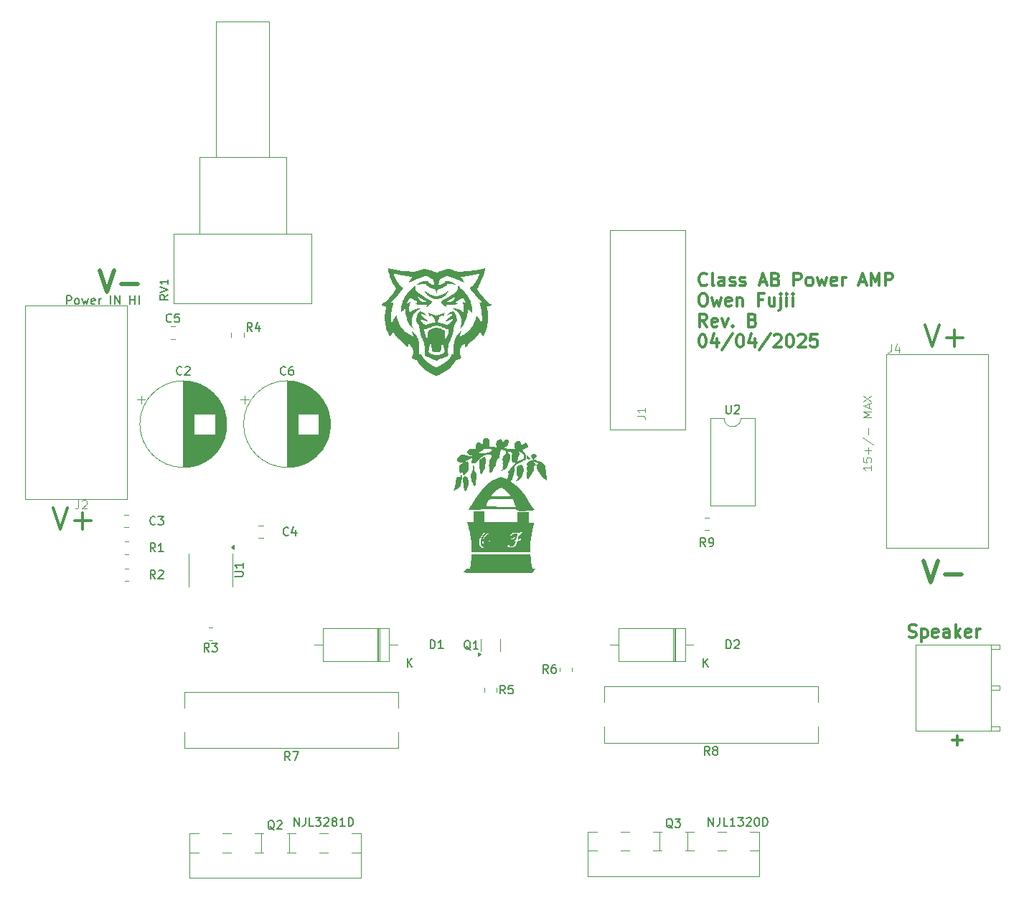
<source format=gbr>
%TF.GenerationSoftware,KiCad,Pcbnew,9.0.0*%
%TF.CreationDate,2025-04-04T13:00:48-06:00*%
%TF.ProjectId,High Power Class AB,48696768-2050-46f7-9765-7220436c6173,rev?*%
%TF.SameCoordinates,Original*%
%TF.FileFunction,Legend,Top*%
%TF.FilePolarity,Positive*%
%FSLAX46Y46*%
G04 Gerber Fmt 4.6, Leading zero omitted, Abs format (unit mm)*
G04 Created by KiCad (PCBNEW 9.0.0) date 2025-04-04 13:00:48*
%MOMM*%
%LPD*%
G01*
G04 APERTURE LIST*
%ADD10C,0.317500*%
%ADD11C,0.300000*%
%ADD12C,0.100000*%
%ADD13C,0.508000*%
%ADD14C,0.150000*%
%ADD15C,0.120000*%
%ADD16C,0.000000*%
G04 APERTURE END LIST*
D10*
X178250785Y-74602642D02*
X179097452Y-77142642D01*
X179097452Y-77142642D02*
X179944119Y-74602642D01*
X180790785Y-76175023D02*
X182726024Y-76175023D01*
X181758404Y-77142642D02*
X181758404Y-75207404D01*
D11*
X176378082Y-111489400D02*
X176592368Y-111560828D01*
X176592368Y-111560828D02*
X176949510Y-111560828D01*
X176949510Y-111560828D02*
X177092368Y-111489400D01*
X177092368Y-111489400D02*
X177163796Y-111417971D01*
X177163796Y-111417971D02*
X177235225Y-111275114D01*
X177235225Y-111275114D02*
X177235225Y-111132257D01*
X177235225Y-111132257D02*
X177163796Y-110989400D01*
X177163796Y-110989400D02*
X177092368Y-110917971D01*
X177092368Y-110917971D02*
X176949510Y-110846542D01*
X176949510Y-110846542D02*
X176663796Y-110775114D01*
X176663796Y-110775114D02*
X176520939Y-110703685D01*
X176520939Y-110703685D02*
X176449510Y-110632257D01*
X176449510Y-110632257D02*
X176378082Y-110489400D01*
X176378082Y-110489400D02*
X176378082Y-110346542D01*
X176378082Y-110346542D02*
X176449510Y-110203685D01*
X176449510Y-110203685D02*
X176520939Y-110132257D01*
X176520939Y-110132257D02*
X176663796Y-110060828D01*
X176663796Y-110060828D02*
X177020939Y-110060828D01*
X177020939Y-110060828D02*
X177235225Y-110132257D01*
X177878081Y-110560828D02*
X177878081Y-112060828D01*
X177878081Y-110632257D02*
X178020939Y-110560828D01*
X178020939Y-110560828D02*
X178306653Y-110560828D01*
X178306653Y-110560828D02*
X178449510Y-110632257D01*
X178449510Y-110632257D02*
X178520939Y-110703685D01*
X178520939Y-110703685D02*
X178592367Y-110846542D01*
X178592367Y-110846542D02*
X178592367Y-111275114D01*
X178592367Y-111275114D02*
X178520939Y-111417971D01*
X178520939Y-111417971D02*
X178449510Y-111489400D01*
X178449510Y-111489400D02*
X178306653Y-111560828D01*
X178306653Y-111560828D02*
X178020939Y-111560828D01*
X178020939Y-111560828D02*
X177878081Y-111489400D01*
X179806653Y-111489400D02*
X179663796Y-111560828D01*
X179663796Y-111560828D02*
X179378082Y-111560828D01*
X179378082Y-111560828D02*
X179235224Y-111489400D01*
X179235224Y-111489400D02*
X179163796Y-111346542D01*
X179163796Y-111346542D02*
X179163796Y-110775114D01*
X179163796Y-110775114D02*
X179235224Y-110632257D01*
X179235224Y-110632257D02*
X179378082Y-110560828D01*
X179378082Y-110560828D02*
X179663796Y-110560828D01*
X179663796Y-110560828D02*
X179806653Y-110632257D01*
X179806653Y-110632257D02*
X179878082Y-110775114D01*
X179878082Y-110775114D02*
X179878082Y-110917971D01*
X179878082Y-110917971D02*
X179163796Y-111060828D01*
X181163796Y-111560828D02*
X181163796Y-110775114D01*
X181163796Y-110775114D02*
X181092367Y-110632257D01*
X181092367Y-110632257D02*
X180949510Y-110560828D01*
X180949510Y-110560828D02*
X180663796Y-110560828D01*
X180663796Y-110560828D02*
X180520938Y-110632257D01*
X181163796Y-111489400D02*
X181020938Y-111560828D01*
X181020938Y-111560828D02*
X180663796Y-111560828D01*
X180663796Y-111560828D02*
X180520938Y-111489400D01*
X180520938Y-111489400D02*
X180449510Y-111346542D01*
X180449510Y-111346542D02*
X180449510Y-111203685D01*
X180449510Y-111203685D02*
X180520938Y-111060828D01*
X180520938Y-111060828D02*
X180663796Y-110989400D01*
X180663796Y-110989400D02*
X181020938Y-110989400D01*
X181020938Y-110989400D02*
X181163796Y-110917971D01*
X181878081Y-111560828D02*
X181878081Y-110060828D01*
X182020939Y-110989400D02*
X182449510Y-111560828D01*
X182449510Y-110560828D02*
X181878081Y-111132257D01*
X183663796Y-111489400D02*
X183520939Y-111560828D01*
X183520939Y-111560828D02*
X183235225Y-111560828D01*
X183235225Y-111560828D02*
X183092367Y-111489400D01*
X183092367Y-111489400D02*
X183020939Y-111346542D01*
X183020939Y-111346542D02*
X183020939Y-110775114D01*
X183020939Y-110775114D02*
X183092367Y-110632257D01*
X183092367Y-110632257D02*
X183235225Y-110560828D01*
X183235225Y-110560828D02*
X183520939Y-110560828D01*
X183520939Y-110560828D02*
X183663796Y-110632257D01*
X183663796Y-110632257D02*
X183735225Y-110775114D01*
X183735225Y-110775114D02*
X183735225Y-110917971D01*
X183735225Y-110917971D02*
X183020939Y-111060828D01*
X184378081Y-111560828D02*
X184378081Y-110560828D01*
X184378081Y-110846542D02*
X184449510Y-110703685D01*
X184449510Y-110703685D02*
X184520939Y-110632257D01*
X184520939Y-110632257D02*
X184663796Y-110560828D01*
X184663796Y-110560828D02*
X184806653Y-110560828D01*
D12*
X171957419Y-91247306D02*
X171957419Y-91818734D01*
X171957419Y-91533020D02*
X170957419Y-91533020D01*
X170957419Y-91533020D02*
X171100276Y-91628258D01*
X171100276Y-91628258D02*
X171195514Y-91723496D01*
X171195514Y-91723496D02*
X171243133Y-91818734D01*
X170957419Y-90342544D02*
X170957419Y-90818734D01*
X170957419Y-90818734D02*
X171433609Y-90866353D01*
X171433609Y-90866353D02*
X171385990Y-90818734D01*
X171385990Y-90818734D02*
X171338371Y-90723496D01*
X171338371Y-90723496D02*
X171338371Y-90485401D01*
X171338371Y-90485401D02*
X171385990Y-90390163D01*
X171385990Y-90390163D02*
X171433609Y-90342544D01*
X171433609Y-90342544D02*
X171528847Y-90294925D01*
X171528847Y-90294925D02*
X171766942Y-90294925D01*
X171766942Y-90294925D02*
X171862180Y-90342544D01*
X171862180Y-90342544D02*
X171909800Y-90390163D01*
X171909800Y-90390163D02*
X171957419Y-90485401D01*
X171957419Y-90485401D02*
X171957419Y-90723496D01*
X171957419Y-90723496D02*
X171909800Y-90818734D01*
X171909800Y-90818734D02*
X171862180Y-90866353D01*
X171576466Y-89866353D02*
X171576466Y-89104449D01*
X171957419Y-89485401D02*
X171195514Y-89485401D01*
X170909800Y-87913973D02*
X172195514Y-88771115D01*
X171576466Y-87580639D02*
X171576466Y-86818735D01*
X171957419Y-85580639D02*
X170957419Y-85580639D01*
X170957419Y-85580639D02*
X171671704Y-85247306D01*
X171671704Y-85247306D02*
X170957419Y-84913973D01*
X170957419Y-84913973D02*
X171957419Y-84913973D01*
X171671704Y-84485401D02*
X171671704Y-84009211D01*
X171957419Y-84580639D02*
X170957419Y-84247306D01*
X170957419Y-84247306D02*
X171957419Y-83913973D01*
X170957419Y-83675877D02*
X171957419Y-83009211D01*
X170957419Y-83009211D02*
X171957419Y-83675877D01*
D11*
X152541653Y-69883223D02*
X152470225Y-69954652D01*
X152470225Y-69954652D02*
X152255939Y-70026080D01*
X152255939Y-70026080D02*
X152113082Y-70026080D01*
X152113082Y-70026080D02*
X151898796Y-69954652D01*
X151898796Y-69954652D02*
X151755939Y-69811794D01*
X151755939Y-69811794D02*
X151684510Y-69668937D01*
X151684510Y-69668937D02*
X151613082Y-69383223D01*
X151613082Y-69383223D02*
X151613082Y-69168937D01*
X151613082Y-69168937D02*
X151684510Y-68883223D01*
X151684510Y-68883223D02*
X151755939Y-68740366D01*
X151755939Y-68740366D02*
X151898796Y-68597509D01*
X151898796Y-68597509D02*
X152113082Y-68526080D01*
X152113082Y-68526080D02*
X152255939Y-68526080D01*
X152255939Y-68526080D02*
X152470225Y-68597509D01*
X152470225Y-68597509D02*
X152541653Y-68668937D01*
X153398796Y-70026080D02*
X153255939Y-69954652D01*
X153255939Y-69954652D02*
X153184510Y-69811794D01*
X153184510Y-69811794D02*
X153184510Y-68526080D01*
X154613082Y-70026080D02*
X154613082Y-69240366D01*
X154613082Y-69240366D02*
X154541653Y-69097509D01*
X154541653Y-69097509D02*
X154398796Y-69026080D01*
X154398796Y-69026080D02*
X154113082Y-69026080D01*
X154113082Y-69026080D02*
X153970224Y-69097509D01*
X154613082Y-69954652D02*
X154470224Y-70026080D01*
X154470224Y-70026080D02*
X154113082Y-70026080D01*
X154113082Y-70026080D02*
X153970224Y-69954652D01*
X153970224Y-69954652D02*
X153898796Y-69811794D01*
X153898796Y-69811794D02*
X153898796Y-69668937D01*
X153898796Y-69668937D02*
X153970224Y-69526080D01*
X153970224Y-69526080D02*
X154113082Y-69454652D01*
X154113082Y-69454652D02*
X154470224Y-69454652D01*
X154470224Y-69454652D02*
X154613082Y-69383223D01*
X155255939Y-69954652D02*
X155398796Y-70026080D01*
X155398796Y-70026080D02*
X155684510Y-70026080D01*
X155684510Y-70026080D02*
X155827367Y-69954652D01*
X155827367Y-69954652D02*
X155898796Y-69811794D01*
X155898796Y-69811794D02*
X155898796Y-69740366D01*
X155898796Y-69740366D02*
X155827367Y-69597509D01*
X155827367Y-69597509D02*
X155684510Y-69526080D01*
X155684510Y-69526080D02*
X155470225Y-69526080D01*
X155470225Y-69526080D02*
X155327367Y-69454652D01*
X155327367Y-69454652D02*
X155255939Y-69311794D01*
X155255939Y-69311794D02*
X155255939Y-69240366D01*
X155255939Y-69240366D02*
X155327367Y-69097509D01*
X155327367Y-69097509D02*
X155470225Y-69026080D01*
X155470225Y-69026080D02*
X155684510Y-69026080D01*
X155684510Y-69026080D02*
X155827367Y-69097509D01*
X156470225Y-69954652D02*
X156613082Y-70026080D01*
X156613082Y-70026080D02*
X156898796Y-70026080D01*
X156898796Y-70026080D02*
X157041653Y-69954652D01*
X157041653Y-69954652D02*
X157113082Y-69811794D01*
X157113082Y-69811794D02*
X157113082Y-69740366D01*
X157113082Y-69740366D02*
X157041653Y-69597509D01*
X157041653Y-69597509D02*
X156898796Y-69526080D01*
X156898796Y-69526080D02*
X156684511Y-69526080D01*
X156684511Y-69526080D02*
X156541653Y-69454652D01*
X156541653Y-69454652D02*
X156470225Y-69311794D01*
X156470225Y-69311794D02*
X156470225Y-69240366D01*
X156470225Y-69240366D02*
X156541653Y-69097509D01*
X156541653Y-69097509D02*
X156684511Y-69026080D01*
X156684511Y-69026080D02*
X156898796Y-69026080D01*
X156898796Y-69026080D02*
X157041653Y-69097509D01*
X158827368Y-69597509D02*
X159541654Y-69597509D01*
X158684511Y-70026080D02*
X159184511Y-68526080D01*
X159184511Y-68526080D02*
X159684511Y-70026080D01*
X160684510Y-69240366D02*
X160898796Y-69311794D01*
X160898796Y-69311794D02*
X160970225Y-69383223D01*
X160970225Y-69383223D02*
X161041653Y-69526080D01*
X161041653Y-69526080D02*
X161041653Y-69740366D01*
X161041653Y-69740366D02*
X160970225Y-69883223D01*
X160970225Y-69883223D02*
X160898796Y-69954652D01*
X160898796Y-69954652D02*
X160755939Y-70026080D01*
X160755939Y-70026080D02*
X160184510Y-70026080D01*
X160184510Y-70026080D02*
X160184510Y-68526080D01*
X160184510Y-68526080D02*
X160684510Y-68526080D01*
X160684510Y-68526080D02*
X160827368Y-68597509D01*
X160827368Y-68597509D02*
X160898796Y-68668937D01*
X160898796Y-68668937D02*
X160970225Y-68811794D01*
X160970225Y-68811794D02*
X160970225Y-68954652D01*
X160970225Y-68954652D02*
X160898796Y-69097509D01*
X160898796Y-69097509D02*
X160827368Y-69168937D01*
X160827368Y-69168937D02*
X160684510Y-69240366D01*
X160684510Y-69240366D02*
X160184510Y-69240366D01*
X162827367Y-70026080D02*
X162827367Y-68526080D01*
X162827367Y-68526080D02*
X163398796Y-68526080D01*
X163398796Y-68526080D02*
X163541653Y-68597509D01*
X163541653Y-68597509D02*
X163613082Y-68668937D01*
X163613082Y-68668937D02*
X163684510Y-68811794D01*
X163684510Y-68811794D02*
X163684510Y-69026080D01*
X163684510Y-69026080D02*
X163613082Y-69168937D01*
X163613082Y-69168937D02*
X163541653Y-69240366D01*
X163541653Y-69240366D02*
X163398796Y-69311794D01*
X163398796Y-69311794D02*
X162827367Y-69311794D01*
X164541653Y-70026080D02*
X164398796Y-69954652D01*
X164398796Y-69954652D02*
X164327367Y-69883223D01*
X164327367Y-69883223D02*
X164255939Y-69740366D01*
X164255939Y-69740366D02*
X164255939Y-69311794D01*
X164255939Y-69311794D02*
X164327367Y-69168937D01*
X164327367Y-69168937D02*
X164398796Y-69097509D01*
X164398796Y-69097509D02*
X164541653Y-69026080D01*
X164541653Y-69026080D02*
X164755939Y-69026080D01*
X164755939Y-69026080D02*
X164898796Y-69097509D01*
X164898796Y-69097509D02*
X164970225Y-69168937D01*
X164970225Y-69168937D02*
X165041653Y-69311794D01*
X165041653Y-69311794D02*
X165041653Y-69740366D01*
X165041653Y-69740366D02*
X164970225Y-69883223D01*
X164970225Y-69883223D02*
X164898796Y-69954652D01*
X164898796Y-69954652D02*
X164755939Y-70026080D01*
X164755939Y-70026080D02*
X164541653Y-70026080D01*
X165541653Y-69026080D02*
X165827368Y-70026080D01*
X165827368Y-70026080D02*
X166113082Y-69311794D01*
X166113082Y-69311794D02*
X166398796Y-70026080D01*
X166398796Y-70026080D02*
X166684510Y-69026080D01*
X167827368Y-69954652D02*
X167684511Y-70026080D01*
X167684511Y-70026080D02*
X167398797Y-70026080D01*
X167398797Y-70026080D02*
X167255939Y-69954652D01*
X167255939Y-69954652D02*
X167184511Y-69811794D01*
X167184511Y-69811794D02*
X167184511Y-69240366D01*
X167184511Y-69240366D02*
X167255939Y-69097509D01*
X167255939Y-69097509D02*
X167398797Y-69026080D01*
X167398797Y-69026080D02*
X167684511Y-69026080D01*
X167684511Y-69026080D02*
X167827368Y-69097509D01*
X167827368Y-69097509D02*
X167898797Y-69240366D01*
X167898797Y-69240366D02*
X167898797Y-69383223D01*
X167898797Y-69383223D02*
X167184511Y-69526080D01*
X168541653Y-70026080D02*
X168541653Y-69026080D01*
X168541653Y-69311794D02*
X168613082Y-69168937D01*
X168613082Y-69168937D02*
X168684511Y-69097509D01*
X168684511Y-69097509D02*
X168827368Y-69026080D01*
X168827368Y-69026080D02*
X168970225Y-69026080D01*
X170541653Y-69597509D02*
X171255939Y-69597509D01*
X170398796Y-70026080D02*
X170898796Y-68526080D01*
X170898796Y-68526080D02*
X171398796Y-70026080D01*
X171898795Y-70026080D02*
X171898795Y-68526080D01*
X171898795Y-68526080D02*
X172398795Y-69597509D01*
X172398795Y-69597509D02*
X172898795Y-68526080D01*
X172898795Y-68526080D02*
X172898795Y-70026080D01*
X173613081Y-70026080D02*
X173613081Y-68526080D01*
X173613081Y-68526080D02*
X174184510Y-68526080D01*
X174184510Y-68526080D02*
X174327367Y-68597509D01*
X174327367Y-68597509D02*
X174398796Y-68668937D01*
X174398796Y-68668937D02*
X174470224Y-68811794D01*
X174470224Y-68811794D02*
X174470224Y-69026080D01*
X174470224Y-69026080D02*
X174398796Y-69168937D01*
X174398796Y-69168937D02*
X174327367Y-69240366D01*
X174327367Y-69240366D02*
X174184510Y-69311794D01*
X174184510Y-69311794D02*
X173613081Y-69311794D01*
X151970225Y-70940996D02*
X152255939Y-70940996D01*
X152255939Y-70940996D02*
X152398796Y-71012425D01*
X152398796Y-71012425D02*
X152541653Y-71155282D01*
X152541653Y-71155282D02*
X152613082Y-71440996D01*
X152613082Y-71440996D02*
X152613082Y-71940996D01*
X152613082Y-71940996D02*
X152541653Y-72226710D01*
X152541653Y-72226710D02*
X152398796Y-72369568D01*
X152398796Y-72369568D02*
X152255939Y-72440996D01*
X152255939Y-72440996D02*
X151970225Y-72440996D01*
X151970225Y-72440996D02*
X151827368Y-72369568D01*
X151827368Y-72369568D02*
X151684510Y-72226710D01*
X151684510Y-72226710D02*
X151613082Y-71940996D01*
X151613082Y-71940996D02*
X151613082Y-71440996D01*
X151613082Y-71440996D02*
X151684510Y-71155282D01*
X151684510Y-71155282D02*
X151827368Y-71012425D01*
X151827368Y-71012425D02*
X151970225Y-70940996D01*
X153113082Y-71440996D02*
X153398797Y-72440996D01*
X153398797Y-72440996D02*
X153684511Y-71726710D01*
X153684511Y-71726710D02*
X153970225Y-72440996D01*
X153970225Y-72440996D02*
X154255939Y-71440996D01*
X155398797Y-72369568D02*
X155255940Y-72440996D01*
X155255940Y-72440996D02*
X154970226Y-72440996D01*
X154970226Y-72440996D02*
X154827368Y-72369568D01*
X154827368Y-72369568D02*
X154755940Y-72226710D01*
X154755940Y-72226710D02*
X154755940Y-71655282D01*
X154755940Y-71655282D02*
X154827368Y-71512425D01*
X154827368Y-71512425D02*
X154970226Y-71440996D01*
X154970226Y-71440996D02*
X155255940Y-71440996D01*
X155255940Y-71440996D02*
X155398797Y-71512425D01*
X155398797Y-71512425D02*
X155470226Y-71655282D01*
X155470226Y-71655282D02*
X155470226Y-71798139D01*
X155470226Y-71798139D02*
X154755940Y-71940996D01*
X156113082Y-71440996D02*
X156113082Y-72440996D01*
X156113082Y-71583853D02*
X156184511Y-71512425D01*
X156184511Y-71512425D02*
X156327368Y-71440996D01*
X156327368Y-71440996D02*
X156541654Y-71440996D01*
X156541654Y-71440996D02*
X156684511Y-71512425D01*
X156684511Y-71512425D02*
X156755940Y-71655282D01*
X156755940Y-71655282D02*
X156755940Y-72440996D01*
X159113082Y-71655282D02*
X158613082Y-71655282D01*
X158613082Y-72440996D02*
X158613082Y-70940996D01*
X158613082Y-70940996D02*
X159327368Y-70940996D01*
X160541654Y-71440996D02*
X160541654Y-72440996D01*
X159898796Y-71440996D02*
X159898796Y-72226710D01*
X159898796Y-72226710D02*
X159970225Y-72369568D01*
X159970225Y-72369568D02*
X160113082Y-72440996D01*
X160113082Y-72440996D02*
X160327368Y-72440996D01*
X160327368Y-72440996D02*
X160470225Y-72369568D01*
X160470225Y-72369568D02*
X160541654Y-72298139D01*
X161255939Y-71440996D02*
X161255939Y-72726710D01*
X161255939Y-72726710D02*
X161184511Y-72869568D01*
X161184511Y-72869568D02*
X161041654Y-72940996D01*
X161041654Y-72940996D02*
X160970225Y-72940996D01*
X161255939Y-70940996D02*
X161184511Y-71012425D01*
X161184511Y-71012425D02*
X161255939Y-71083853D01*
X161255939Y-71083853D02*
X161327368Y-71012425D01*
X161327368Y-71012425D02*
X161255939Y-70940996D01*
X161255939Y-70940996D02*
X161255939Y-71083853D01*
X161970225Y-72440996D02*
X161970225Y-71440996D01*
X161970225Y-70940996D02*
X161898797Y-71012425D01*
X161898797Y-71012425D02*
X161970225Y-71083853D01*
X161970225Y-71083853D02*
X162041654Y-71012425D01*
X162041654Y-71012425D02*
X161970225Y-70940996D01*
X161970225Y-70940996D02*
X161970225Y-71083853D01*
X162684511Y-72440996D02*
X162684511Y-71440996D01*
X162684511Y-70940996D02*
X162613083Y-71012425D01*
X162613083Y-71012425D02*
X162684511Y-71083853D01*
X162684511Y-71083853D02*
X162755940Y-71012425D01*
X162755940Y-71012425D02*
X162684511Y-70940996D01*
X162684511Y-70940996D02*
X162684511Y-71083853D01*
X152541653Y-74855912D02*
X152041653Y-74141626D01*
X151684510Y-74855912D02*
X151684510Y-73355912D01*
X151684510Y-73355912D02*
X152255939Y-73355912D01*
X152255939Y-73355912D02*
X152398796Y-73427341D01*
X152398796Y-73427341D02*
X152470225Y-73498769D01*
X152470225Y-73498769D02*
X152541653Y-73641626D01*
X152541653Y-73641626D02*
X152541653Y-73855912D01*
X152541653Y-73855912D02*
X152470225Y-73998769D01*
X152470225Y-73998769D02*
X152398796Y-74070198D01*
X152398796Y-74070198D02*
X152255939Y-74141626D01*
X152255939Y-74141626D02*
X151684510Y-74141626D01*
X153755939Y-74784484D02*
X153613082Y-74855912D01*
X153613082Y-74855912D02*
X153327368Y-74855912D01*
X153327368Y-74855912D02*
X153184510Y-74784484D01*
X153184510Y-74784484D02*
X153113082Y-74641626D01*
X153113082Y-74641626D02*
X153113082Y-74070198D01*
X153113082Y-74070198D02*
X153184510Y-73927341D01*
X153184510Y-73927341D02*
X153327368Y-73855912D01*
X153327368Y-73855912D02*
X153613082Y-73855912D01*
X153613082Y-73855912D02*
X153755939Y-73927341D01*
X153755939Y-73927341D02*
X153827368Y-74070198D01*
X153827368Y-74070198D02*
X153827368Y-74213055D01*
X153827368Y-74213055D02*
X153113082Y-74355912D01*
X154327367Y-73855912D02*
X154684510Y-74855912D01*
X154684510Y-74855912D02*
X155041653Y-73855912D01*
X155613081Y-74713055D02*
X155684510Y-74784484D01*
X155684510Y-74784484D02*
X155613081Y-74855912D01*
X155613081Y-74855912D02*
X155541653Y-74784484D01*
X155541653Y-74784484D02*
X155613081Y-74713055D01*
X155613081Y-74713055D02*
X155613081Y-74855912D01*
X157970224Y-74070198D02*
X158184510Y-74141626D01*
X158184510Y-74141626D02*
X158255939Y-74213055D01*
X158255939Y-74213055D02*
X158327367Y-74355912D01*
X158327367Y-74355912D02*
X158327367Y-74570198D01*
X158327367Y-74570198D02*
X158255939Y-74713055D01*
X158255939Y-74713055D02*
X158184510Y-74784484D01*
X158184510Y-74784484D02*
X158041653Y-74855912D01*
X158041653Y-74855912D02*
X157470224Y-74855912D01*
X157470224Y-74855912D02*
X157470224Y-73355912D01*
X157470224Y-73355912D02*
X157970224Y-73355912D01*
X157970224Y-73355912D02*
X158113082Y-73427341D01*
X158113082Y-73427341D02*
X158184510Y-73498769D01*
X158184510Y-73498769D02*
X158255939Y-73641626D01*
X158255939Y-73641626D02*
X158255939Y-73784484D01*
X158255939Y-73784484D02*
X158184510Y-73927341D01*
X158184510Y-73927341D02*
X158113082Y-73998769D01*
X158113082Y-73998769D02*
X157970224Y-74070198D01*
X157970224Y-74070198D02*
X157470224Y-74070198D01*
X151970225Y-75770828D02*
X152113082Y-75770828D01*
X152113082Y-75770828D02*
X152255939Y-75842257D01*
X152255939Y-75842257D02*
X152327368Y-75913685D01*
X152327368Y-75913685D02*
X152398796Y-76056542D01*
X152398796Y-76056542D02*
X152470225Y-76342257D01*
X152470225Y-76342257D02*
X152470225Y-76699400D01*
X152470225Y-76699400D02*
X152398796Y-76985114D01*
X152398796Y-76985114D02*
X152327368Y-77127971D01*
X152327368Y-77127971D02*
X152255939Y-77199400D01*
X152255939Y-77199400D02*
X152113082Y-77270828D01*
X152113082Y-77270828D02*
X151970225Y-77270828D01*
X151970225Y-77270828D02*
X151827368Y-77199400D01*
X151827368Y-77199400D02*
X151755939Y-77127971D01*
X151755939Y-77127971D02*
X151684510Y-76985114D01*
X151684510Y-76985114D02*
X151613082Y-76699400D01*
X151613082Y-76699400D02*
X151613082Y-76342257D01*
X151613082Y-76342257D02*
X151684510Y-76056542D01*
X151684510Y-76056542D02*
X151755939Y-75913685D01*
X151755939Y-75913685D02*
X151827368Y-75842257D01*
X151827368Y-75842257D02*
X151970225Y-75770828D01*
X153755939Y-76270828D02*
X153755939Y-77270828D01*
X153398796Y-75699400D02*
X153041653Y-76770828D01*
X153041653Y-76770828D02*
X153970224Y-76770828D01*
X155613081Y-75699400D02*
X154327367Y-77627971D01*
X156398796Y-75770828D02*
X156541653Y-75770828D01*
X156541653Y-75770828D02*
X156684510Y-75842257D01*
X156684510Y-75842257D02*
X156755939Y-75913685D01*
X156755939Y-75913685D02*
X156827367Y-76056542D01*
X156827367Y-76056542D02*
X156898796Y-76342257D01*
X156898796Y-76342257D02*
X156898796Y-76699400D01*
X156898796Y-76699400D02*
X156827367Y-76985114D01*
X156827367Y-76985114D02*
X156755939Y-77127971D01*
X156755939Y-77127971D02*
X156684510Y-77199400D01*
X156684510Y-77199400D02*
X156541653Y-77270828D01*
X156541653Y-77270828D02*
X156398796Y-77270828D01*
X156398796Y-77270828D02*
X156255939Y-77199400D01*
X156255939Y-77199400D02*
X156184510Y-77127971D01*
X156184510Y-77127971D02*
X156113081Y-76985114D01*
X156113081Y-76985114D02*
X156041653Y-76699400D01*
X156041653Y-76699400D02*
X156041653Y-76342257D01*
X156041653Y-76342257D02*
X156113081Y-76056542D01*
X156113081Y-76056542D02*
X156184510Y-75913685D01*
X156184510Y-75913685D02*
X156255939Y-75842257D01*
X156255939Y-75842257D02*
X156398796Y-75770828D01*
X158184510Y-76270828D02*
X158184510Y-77270828D01*
X157827367Y-75699400D02*
X157470224Y-76770828D01*
X157470224Y-76770828D02*
X158398795Y-76770828D01*
X160041652Y-75699400D02*
X158755938Y-77627971D01*
X160470224Y-75913685D02*
X160541652Y-75842257D01*
X160541652Y-75842257D02*
X160684510Y-75770828D01*
X160684510Y-75770828D02*
X161041652Y-75770828D01*
X161041652Y-75770828D02*
X161184510Y-75842257D01*
X161184510Y-75842257D02*
X161255938Y-75913685D01*
X161255938Y-75913685D02*
X161327367Y-76056542D01*
X161327367Y-76056542D02*
X161327367Y-76199400D01*
X161327367Y-76199400D02*
X161255938Y-76413685D01*
X161255938Y-76413685D02*
X160398795Y-77270828D01*
X160398795Y-77270828D02*
X161327367Y-77270828D01*
X162255938Y-75770828D02*
X162398795Y-75770828D01*
X162398795Y-75770828D02*
X162541652Y-75842257D01*
X162541652Y-75842257D02*
X162613081Y-75913685D01*
X162613081Y-75913685D02*
X162684509Y-76056542D01*
X162684509Y-76056542D02*
X162755938Y-76342257D01*
X162755938Y-76342257D02*
X162755938Y-76699400D01*
X162755938Y-76699400D02*
X162684509Y-76985114D01*
X162684509Y-76985114D02*
X162613081Y-77127971D01*
X162613081Y-77127971D02*
X162541652Y-77199400D01*
X162541652Y-77199400D02*
X162398795Y-77270828D01*
X162398795Y-77270828D02*
X162255938Y-77270828D01*
X162255938Y-77270828D02*
X162113081Y-77199400D01*
X162113081Y-77199400D02*
X162041652Y-77127971D01*
X162041652Y-77127971D02*
X161970223Y-76985114D01*
X161970223Y-76985114D02*
X161898795Y-76699400D01*
X161898795Y-76699400D02*
X161898795Y-76342257D01*
X161898795Y-76342257D02*
X161970223Y-76056542D01*
X161970223Y-76056542D02*
X162041652Y-75913685D01*
X162041652Y-75913685D02*
X162113081Y-75842257D01*
X162113081Y-75842257D02*
X162255938Y-75770828D01*
X163327366Y-75913685D02*
X163398794Y-75842257D01*
X163398794Y-75842257D02*
X163541652Y-75770828D01*
X163541652Y-75770828D02*
X163898794Y-75770828D01*
X163898794Y-75770828D02*
X164041652Y-75842257D01*
X164041652Y-75842257D02*
X164113080Y-75913685D01*
X164113080Y-75913685D02*
X164184509Y-76056542D01*
X164184509Y-76056542D02*
X164184509Y-76199400D01*
X164184509Y-76199400D02*
X164113080Y-76413685D01*
X164113080Y-76413685D02*
X163255937Y-77270828D01*
X163255937Y-77270828D02*
X164184509Y-77270828D01*
X165541651Y-75770828D02*
X164827365Y-75770828D01*
X164827365Y-75770828D02*
X164755937Y-76485114D01*
X164755937Y-76485114D02*
X164827365Y-76413685D01*
X164827365Y-76413685D02*
X164970223Y-76342257D01*
X164970223Y-76342257D02*
X165327365Y-76342257D01*
X165327365Y-76342257D02*
X165470223Y-76413685D01*
X165470223Y-76413685D02*
X165541651Y-76485114D01*
X165541651Y-76485114D02*
X165613080Y-76627971D01*
X165613080Y-76627971D02*
X165613080Y-76985114D01*
X165613080Y-76985114D02*
X165541651Y-77127971D01*
X165541651Y-77127971D02*
X165470223Y-77199400D01*
X165470223Y-77199400D02*
X165327365Y-77270828D01*
X165327365Y-77270828D02*
X164970223Y-77270828D01*
X164970223Y-77270828D02*
X164827365Y-77199400D01*
X164827365Y-77199400D02*
X164755937Y-77127971D01*
D13*
X182576028Y-104105117D02*
X180640790Y-104105117D01*
X179794123Y-102532736D02*
X178947456Y-105072736D01*
X178947456Y-105072736D02*
X178100789Y-102532736D01*
D10*
X75380785Y-96192642D02*
X76227452Y-98732642D01*
X76227452Y-98732642D02*
X77074119Y-96192642D01*
X77920785Y-97765023D02*
X79856024Y-97765023D01*
X78888404Y-98732642D02*
X78888404Y-96797404D01*
D13*
X85421028Y-69815117D02*
X83485790Y-69815117D01*
X82639123Y-68242736D02*
X81792456Y-70782736D01*
X81792456Y-70782736D02*
X80945789Y-68242736D01*
D11*
X181529510Y-123689400D02*
X182672368Y-123689400D01*
X182100939Y-124260828D02*
X182100939Y-123117971D01*
D14*
X102835656Y-80469580D02*
X102788037Y-80517200D01*
X102788037Y-80517200D02*
X102645180Y-80564819D01*
X102645180Y-80564819D02*
X102549942Y-80564819D01*
X102549942Y-80564819D02*
X102407085Y-80517200D01*
X102407085Y-80517200D02*
X102311847Y-80421961D01*
X102311847Y-80421961D02*
X102264228Y-80326723D01*
X102264228Y-80326723D02*
X102216609Y-80136247D01*
X102216609Y-80136247D02*
X102216609Y-79993390D01*
X102216609Y-79993390D02*
X102264228Y-79802914D01*
X102264228Y-79802914D02*
X102311847Y-79707676D01*
X102311847Y-79707676D02*
X102407085Y-79612438D01*
X102407085Y-79612438D02*
X102549942Y-79564819D01*
X102549942Y-79564819D02*
X102645180Y-79564819D01*
X102645180Y-79564819D02*
X102788037Y-79612438D01*
X102788037Y-79612438D02*
X102835656Y-79660057D01*
X103692799Y-79564819D02*
X103502323Y-79564819D01*
X103502323Y-79564819D02*
X103407085Y-79612438D01*
X103407085Y-79612438D02*
X103359466Y-79660057D01*
X103359466Y-79660057D02*
X103264228Y-79802914D01*
X103264228Y-79802914D02*
X103216609Y-79993390D01*
X103216609Y-79993390D02*
X103216609Y-80374342D01*
X103216609Y-80374342D02*
X103264228Y-80469580D01*
X103264228Y-80469580D02*
X103311847Y-80517200D01*
X103311847Y-80517200D02*
X103407085Y-80564819D01*
X103407085Y-80564819D02*
X103597561Y-80564819D01*
X103597561Y-80564819D02*
X103692799Y-80517200D01*
X103692799Y-80517200D02*
X103740418Y-80469580D01*
X103740418Y-80469580D02*
X103788037Y-80374342D01*
X103788037Y-80374342D02*
X103788037Y-80136247D01*
X103788037Y-80136247D02*
X103740418Y-80041009D01*
X103740418Y-80041009D02*
X103692799Y-79993390D01*
X103692799Y-79993390D02*
X103597561Y-79945771D01*
X103597561Y-79945771D02*
X103407085Y-79945771D01*
X103407085Y-79945771D02*
X103311847Y-79993390D01*
X103311847Y-79993390D02*
X103264228Y-80041009D01*
X103264228Y-80041009D02*
X103216609Y-80136247D01*
D12*
X174291666Y-76927419D02*
X174291666Y-77641704D01*
X174291666Y-77641704D02*
X174244047Y-77784561D01*
X174244047Y-77784561D02*
X174148809Y-77879800D01*
X174148809Y-77879800D02*
X174005952Y-77927419D01*
X174005952Y-77927419D02*
X173910714Y-77927419D01*
X175196428Y-77260752D02*
X175196428Y-77927419D01*
X174958333Y-76879800D02*
X174720238Y-77594085D01*
X174720238Y-77594085D02*
X175339285Y-77594085D01*
D14*
X87463333Y-101419819D02*
X87130000Y-100943628D01*
X86891905Y-101419819D02*
X86891905Y-100419819D01*
X86891905Y-100419819D02*
X87272857Y-100419819D01*
X87272857Y-100419819D02*
X87368095Y-100467438D01*
X87368095Y-100467438D02*
X87415714Y-100515057D01*
X87415714Y-100515057D02*
X87463333Y-100610295D01*
X87463333Y-100610295D02*
X87463333Y-100753152D01*
X87463333Y-100753152D02*
X87415714Y-100848390D01*
X87415714Y-100848390D02*
X87368095Y-100896009D01*
X87368095Y-100896009D02*
X87272857Y-100943628D01*
X87272857Y-100943628D02*
X86891905Y-100943628D01*
X88415714Y-101419819D02*
X87844286Y-101419819D01*
X88130000Y-101419819D02*
X88130000Y-100419819D01*
X88130000Y-100419819D02*
X88034762Y-100562676D01*
X88034762Y-100562676D02*
X87939524Y-100657914D01*
X87939524Y-100657914D02*
X87844286Y-100705533D01*
D12*
X78406666Y-95342419D02*
X78406666Y-96056704D01*
X78406666Y-96056704D02*
X78359047Y-96199561D01*
X78359047Y-96199561D02*
X78263809Y-96294800D01*
X78263809Y-96294800D02*
X78120952Y-96342419D01*
X78120952Y-96342419D02*
X78025714Y-96342419D01*
X78835238Y-95437657D02*
X78882857Y-95390038D01*
X78882857Y-95390038D02*
X78978095Y-95342419D01*
X78978095Y-95342419D02*
X79216190Y-95342419D01*
X79216190Y-95342419D02*
X79311428Y-95390038D01*
X79311428Y-95390038D02*
X79359047Y-95437657D01*
X79359047Y-95437657D02*
X79406666Y-95532895D01*
X79406666Y-95532895D02*
X79406666Y-95628133D01*
X79406666Y-95628133D02*
X79359047Y-95770990D01*
X79359047Y-95770990D02*
X78787619Y-96342419D01*
X78787619Y-96342419D02*
X79406666Y-96342419D01*
D14*
X77018095Y-72209819D02*
X77018095Y-71209819D01*
X77018095Y-71209819D02*
X77399047Y-71209819D01*
X77399047Y-71209819D02*
X77494285Y-71257438D01*
X77494285Y-71257438D02*
X77541904Y-71305057D01*
X77541904Y-71305057D02*
X77589523Y-71400295D01*
X77589523Y-71400295D02*
X77589523Y-71543152D01*
X77589523Y-71543152D02*
X77541904Y-71638390D01*
X77541904Y-71638390D02*
X77494285Y-71686009D01*
X77494285Y-71686009D02*
X77399047Y-71733628D01*
X77399047Y-71733628D02*
X77018095Y-71733628D01*
X78160952Y-72209819D02*
X78065714Y-72162200D01*
X78065714Y-72162200D02*
X78018095Y-72114580D01*
X78018095Y-72114580D02*
X77970476Y-72019342D01*
X77970476Y-72019342D02*
X77970476Y-71733628D01*
X77970476Y-71733628D02*
X78018095Y-71638390D01*
X78018095Y-71638390D02*
X78065714Y-71590771D01*
X78065714Y-71590771D02*
X78160952Y-71543152D01*
X78160952Y-71543152D02*
X78303809Y-71543152D01*
X78303809Y-71543152D02*
X78399047Y-71590771D01*
X78399047Y-71590771D02*
X78446666Y-71638390D01*
X78446666Y-71638390D02*
X78494285Y-71733628D01*
X78494285Y-71733628D02*
X78494285Y-72019342D01*
X78494285Y-72019342D02*
X78446666Y-72114580D01*
X78446666Y-72114580D02*
X78399047Y-72162200D01*
X78399047Y-72162200D02*
X78303809Y-72209819D01*
X78303809Y-72209819D02*
X78160952Y-72209819D01*
X78827619Y-71543152D02*
X79018095Y-72209819D01*
X79018095Y-72209819D02*
X79208571Y-71733628D01*
X79208571Y-71733628D02*
X79399047Y-72209819D01*
X79399047Y-72209819D02*
X79589523Y-71543152D01*
X80351428Y-72162200D02*
X80256190Y-72209819D01*
X80256190Y-72209819D02*
X80065714Y-72209819D01*
X80065714Y-72209819D02*
X79970476Y-72162200D01*
X79970476Y-72162200D02*
X79922857Y-72066961D01*
X79922857Y-72066961D02*
X79922857Y-71686009D01*
X79922857Y-71686009D02*
X79970476Y-71590771D01*
X79970476Y-71590771D02*
X80065714Y-71543152D01*
X80065714Y-71543152D02*
X80256190Y-71543152D01*
X80256190Y-71543152D02*
X80351428Y-71590771D01*
X80351428Y-71590771D02*
X80399047Y-71686009D01*
X80399047Y-71686009D02*
X80399047Y-71781247D01*
X80399047Y-71781247D02*
X79922857Y-71876485D01*
X80827619Y-72209819D02*
X80827619Y-71543152D01*
X80827619Y-71733628D02*
X80875238Y-71638390D01*
X80875238Y-71638390D02*
X80922857Y-71590771D01*
X80922857Y-71590771D02*
X81018095Y-71543152D01*
X81018095Y-71543152D02*
X81113333Y-71543152D01*
X82208572Y-72209819D02*
X82208572Y-71209819D01*
X82684762Y-72209819D02*
X82684762Y-71209819D01*
X82684762Y-71209819D02*
X83256190Y-72209819D01*
X83256190Y-72209819D02*
X83256190Y-71209819D01*
X84494286Y-72209819D02*
X84494286Y-71209819D01*
X84494286Y-71686009D02*
X85065714Y-71686009D01*
X85065714Y-72209819D02*
X85065714Y-71209819D01*
X85541905Y-72209819D02*
X85541905Y-71209819D01*
D12*
X144296219Y-85423333D02*
X145010504Y-85423333D01*
X145010504Y-85423333D02*
X145153361Y-85470952D01*
X145153361Y-85470952D02*
X145248600Y-85566190D01*
X145248600Y-85566190D02*
X145296219Y-85709047D01*
X145296219Y-85709047D02*
X145296219Y-85804285D01*
X145296219Y-84423333D02*
X145296219Y-84994761D01*
X145296219Y-84709047D02*
X144296219Y-84709047D01*
X144296219Y-84709047D02*
X144439076Y-84804285D01*
X144439076Y-84804285D02*
X144534314Y-84899523D01*
X144534314Y-84899523D02*
X144581933Y-84994761D01*
D14*
X154836905Y-112849819D02*
X154836905Y-111849819D01*
X154836905Y-111849819D02*
X155075000Y-111849819D01*
X155075000Y-111849819D02*
X155217857Y-111897438D01*
X155217857Y-111897438D02*
X155313095Y-111992676D01*
X155313095Y-111992676D02*
X155360714Y-112087914D01*
X155360714Y-112087914D02*
X155408333Y-112278390D01*
X155408333Y-112278390D02*
X155408333Y-112421247D01*
X155408333Y-112421247D02*
X155360714Y-112611723D01*
X155360714Y-112611723D02*
X155313095Y-112706961D01*
X155313095Y-112706961D02*
X155217857Y-112802200D01*
X155217857Y-112802200D02*
X155075000Y-112849819D01*
X155075000Y-112849819D02*
X154836905Y-112849819D01*
X155789286Y-111945057D02*
X155836905Y-111897438D01*
X155836905Y-111897438D02*
X155932143Y-111849819D01*
X155932143Y-111849819D02*
X156170238Y-111849819D01*
X156170238Y-111849819D02*
X156265476Y-111897438D01*
X156265476Y-111897438D02*
X156313095Y-111945057D01*
X156313095Y-111945057D02*
X156360714Y-112040295D01*
X156360714Y-112040295D02*
X156360714Y-112135533D01*
X156360714Y-112135533D02*
X156313095Y-112278390D01*
X156313095Y-112278390D02*
X155741667Y-112849819D01*
X155741667Y-112849819D02*
X156360714Y-112849819D01*
X152138095Y-115049819D02*
X152138095Y-114049819D01*
X152709523Y-115049819D02*
X152280952Y-114478390D01*
X152709523Y-114049819D02*
X152138095Y-114621247D01*
X103338333Y-126059819D02*
X103005000Y-125583628D01*
X102766905Y-126059819D02*
X102766905Y-125059819D01*
X102766905Y-125059819D02*
X103147857Y-125059819D01*
X103147857Y-125059819D02*
X103243095Y-125107438D01*
X103243095Y-125107438D02*
X103290714Y-125155057D01*
X103290714Y-125155057D02*
X103338333Y-125250295D01*
X103338333Y-125250295D02*
X103338333Y-125393152D01*
X103338333Y-125393152D02*
X103290714Y-125488390D01*
X103290714Y-125488390D02*
X103243095Y-125536009D01*
X103243095Y-125536009D02*
X103147857Y-125583628D01*
X103147857Y-125583628D02*
X102766905Y-125583628D01*
X103671667Y-125059819D02*
X104338333Y-125059819D01*
X104338333Y-125059819D02*
X103909762Y-126059819D01*
X133818333Y-115754819D02*
X133485000Y-115278628D01*
X133246905Y-115754819D02*
X133246905Y-114754819D01*
X133246905Y-114754819D02*
X133627857Y-114754819D01*
X133627857Y-114754819D02*
X133723095Y-114802438D01*
X133723095Y-114802438D02*
X133770714Y-114850057D01*
X133770714Y-114850057D02*
X133818333Y-114945295D01*
X133818333Y-114945295D02*
X133818333Y-115088152D01*
X133818333Y-115088152D02*
X133770714Y-115183390D01*
X133770714Y-115183390D02*
X133723095Y-115231009D01*
X133723095Y-115231009D02*
X133627857Y-115278628D01*
X133627857Y-115278628D02*
X133246905Y-115278628D01*
X134675476Y-114754819D02*
X134485000Y-114754819D01*
X134485000Y-114754819D02*
X134389762Y-114802438D01*
X134389762Y-114802438D02*
X134342143Y-114850057D01*
X134342143Y-114850057D02*
X134246905Y-114992914D01*
X134246905Y-114992914D02*
X134199286Y-115183390D01*
X134199286Y-115183390D02*
X134199286Y-115564342D01*
X134199286Y-115564342D02*
X134246905Y-115659580D01*
X134246905Y-115659580D02*
X134294524Y-115707200D01*
X134294524Y-115707200D02*
X134389762Y-115754819D01*
X134389762Y-115754819D02*
X134580238Y-115754819D01*
X134580238Y-115754819D02*
X134675476Y-115707200D01*
X134675476Y-115707200D02*
X134723095Y-115659580D01*
X134723095Y-115659580D02*
X134770714Y-115564342D01*
X134770714Y-115564342D02*
X134770714Y-115326247D01*
X134770714Y-115326247D02*
X134723095Y-115231009D01*
X134723095Y-115231009D02*
X134675476Y-115183390D01*
X134675476Y-115183390D02*
X134580238Y-115135771D01*
X134580238Y-115135771D02*
X134389762Y-115135771D01*
X134389762Y-115135771D02*
X134294524Y-115183390D01*
X134294524Y-115183390D02*
X134246905Y-115231009D01*
X134246905Y-115231009D02*
X134199286Y-115326247D01*
X103168333Y-99419580D02*
X103120714Y-99467200D01*
X103120714Y-99467200D02*
X102977857Y-99514819D01*
X102977857Y-99514819D02*
X102882619Y-99514819D01*
X102882619Y-99514819D02*
X102739762Y-99467200D01*
X102739762Y-99467200D02*
X102644524Y-99371961D01*
X102644524Y-99371961D02*
X102596905Y-99276723D01*
X102596905Y-99276723D02*
X102549286Y-99086247D01*
X102549286Y-99086247D02*
X102549286Y-98943390D01*
X102549286Y-98943390D02*
X102596905Y-98752914D01*
X102596905Y-98752914D02*
X102644524Y-98657676D01*
X102644524Y-98657676D02*
X102739762Y-98562438D01*
X102739762Y-98562438D02*
X102882619Y-98514819D01*
X102882619Y-98514819D02*
X102977857Y-98514819D01*
X102977857Y-98514819D02*
X103120714Y-98562438D01*
X103120714Y-98562438D02*
X103168333Y-98610057D01*
X104025476Y-98848152D02*
X104025476Y-99514819D01*
X103787381Y-98467200D02*
X103549286Y-99181485D01*
X103549286Y-99181485D02*
X104168333Y-99181485D01*
X124654761Y-113005057D02*
X124559523Y-112957438D01*
X124559523Y-112957438D02*
X124464285Y-112862200D01*
X124464285Y-112862200D02*
X124321428Y-112719342D01*
X124321428Y-112719342D02*
X124226190Y-112671723D01*
X124226190Y-112671723D02*
X124130952Y-112671723D01*
X124178571Y-112909819D02*
X124083333Y-112862200D01*
X124083333Y-112862200D02*
X123988095Y-112766961D01*
X123988095Y-112766961D02*
X123940476Y-112576485D01*
X123940476Y-112576485D02*
X123940476Y-112243152D01*
X123940476Y-112243152D02*
X123988095Y-112052676D01*
X123988095Y-112052676D02*
X124083333Y-111957438D01*
X124083333Y-111957438D02*
X124178571Y-111909819D01*
X124178571Y-111909819D02*
X124369047Y-111909819D01*
X124369047Y-111909819D02*
X124464285Y-111957438D01*
X124464285Y-111957438D02*
X124559523Y-112052676D01*
X124559523Y-112052676D02*
X124607142Y-112243152D01*
X124607142Y-112243152D02*
X124607142Y-112576485D01*
X124607142Y-112576485D02*
X124559523Y-112766961D01*
X124559523Y-112766961D02*
X124464285Y-112862200D01*
X124464285Y-112862200D02*
X124369047Y-112909819D01*
X124369047Y-112909819D02*
X124178571Y-112909819D01*
X125559523Y-112909819D02*
X124988095Y-112909819D01*
X125273809Y-112909819D02*
X125273809Y-111909819D01*
X125273809Y-111909819D02*
X125178571Y-112052676D01*
X125178571Y-112052676D02*
X125083333Y-112147914D01*
X125083333Y-112147914D02*
X124988095Y-112195533D01*
X96834819Y-104331904D02*
X97644342Y-104331904D01*
X97644342Y-104331904D02*
X97739580Y-104284285D01*
X97739580Y-104284285D02*
X97787200Y-104236666D01*
X97787200Y-104236666D02*
X97834819Y-104141428D01*
X97834819Y-104141428D02*
X97834819Y-103950952D01*
X97834819Y-103950952D02*
X97787200Y-103855714D01*
X97787200Y-103855714D02*
X97739580Y-103808095D01*
X97739580Y-103808095D02*
X97644342Y-103760476D01*
X97644342Y-103760476D02*
X96834819Y-103760476D01*
X97834819Y-102760476D02*
X97834819Y-103331904D01*
X97834819Y-103046190D02*
X96834819Y-103046190D01*
X96834819Y-103046190D02*
X96977676Y-103141428D01*
X96977676Y-103141428D02*
X97072914Y-103236666D01*
X97072914Y-103236666D02*
X97120533Y-103331904D01*
X148494761Y-134055057D02*
X148399523Y-134007438D01*
X148399523Y-134007438D02*
X148304285Y-133912200D01*
X148304285Y-133912200D02*
X148161428Y-133769342D01*
X148161428Y-133769342D02*
X148066190Y-133721723D01*
X148066190Y-133721723D02*
X147970952Y-133721723D01*
X148018571Y-133959819D02*
X147923333Y-133912200D01*
X147923333Y-133912200D02*
X147828095Y-133816961D01*
X147828095Y-133816961D02*
X147780476Y-133626485D01*
X147780476Y-133626485D02*
X147780476Y-133293152D01*
X147780476Y-133293152D02*
X147828095Y-133102676D01*
X147828095Y-133102676D02*
X147923333Y-133007438D01*
X147923333Y-133007438D02*
X148018571Y-132959819D01*
X148018571Y-132959819D02*
X148209047Y-132959819D01*
X148209047Y-132959819D02*
X148304285Y-133007438D01*
X148304285Y-133007438D02*
X148399523Y-133102676D01*
X148399523Y-133102676D02*
X148447142Y-133293152D01*
X148447142Y-133293152D02*
X148447142Y-133626485D01*
X148447142Y-133626485D02*
X148399523Y-133816961D01*
X148399523Y-133816961D02*
X148304285Y-133912200D01*
X148304285Y-133912200D02*
X148209047Y-133959819D01*
X148209047Y-133959819D02*
X148018571Y-133959819D01*
X148780476Y-132959819D02*
X149399523Y-132959819D01*
X149399523Y-132959819D02*
X149066190Y-133340771D01*
X149066190Y-133340771D02*
X149209047Y-133340771D01*
X149209047Y-133340771D02*
X149304285Y-133388390D01*
X149304285Y-133388390D02*
X149351904Y-133436009D01*
X149351904Y-133436009D02*
X149399523Y-133531247D01*
X149399523Y-133531247D02*
X149399523Y-133769342D01*
X149399523Y-133769342D02*
X149351904Y-133864580D01*
X149351904Y-133864580D02*
X149304285Y-133912200D01*
X149304285Y-133912200D02*
X149209047Y-133959819D01*
X149209047Y-133959819D02*
X148923333Y-133959819D01*
X148923333Y-133959819D02*
X148828095Y-133912200D01*
X148828095Y-133912200D02*
X148780476Y-133864580D01*
X152733809Y-133804819D02*
X152733809Y-132804819D01*
X152733809Y-132804819D02*
X153305237Y-133804819D01*
X153305237Y-133804819D02*
X153305237Y-132804819D01*
X154067142Y-132804819D02*
X154067142Y-133519104D01*
X154067142Y-133519104D02*
X154019523Y-133661961D01*
X154019523Y-133661961D02*
X153924285Y-133757200D01*
X153924285Y-133757200D02*
X153781428Y-133804819D01*
X153781428Y-133804819D02*
X153686190Y-133804819D01*
X155019523Y-133804819D02*
X154543333Y-133804819D01*
X154543333Y-133804819D02*
X154543333Y-132804819D01*
X155876666Y-133804819D02*
X155305238Y-133804819D01*
X155590952Y-133804819D02*
X155590952Y-132804819D01*
X155590952Y-132804819D02*
X155495714Y-132947676D01*
X155495714Y-132947676D02*
X155400476Y-133042914D01*
X155400476Y-133042914D02*
X155305238Y-133090533D01*
X156210000Y-132804819D02*
X156829047Y-132804819D01*
X156829047Y-132804819D02*
X156495714Y-133185771D01*
X156495714Y-133185771D02*
X156638571Y-133185771D01*
X156638571Y-133185771D02*
X156733809Y-133233390D01*
X156733809Y-133233390D02*
X156781428Y-133281009D01*
X156781428Y-133281009D02*
X156829047Y-133376247D01*
X156829047Y-133376247D02*
X156829047Y-133614342D01*
X156829047Y-133614342D02*
X156781428Y-133709580D01*
X156781428Y-133709580D02*
X156733809Y-133757200D01*
X156733809Y-133757200D02*
X156638571Y-133804819D01*
X156638571Y-133804819D02*
X156352857Y-133804819D01*
X156352857Y-133804819D02*
X156257619Y-133757200D01*
X156257619Y-133757200D02*
X156210000Y-133709580D01*
X157210000Y-132900057D02*
X157257619Y-132852438D01*
X157257619Y-132852438D02*
X157352857Y-132804819D01*
X157352857Y-132804819D02*
X157590952Y-132804819D01*
X157590952Y-132804819D02*
X157686190Y-132852438D01*
X157686190Y-132852438D02*
X157733809Y-132900057D01*
X157733809Y-132900057D02*
X157781428Y-132995295D01*
X157781428Y-132995295D02*
X157781428Y-133090533D01*
X157781428Y-133090533D02*
X157733809Y-133233390D01*
X157733809Y-133233390D02*
X157162381Y-133804819D01*
X157162381Y-133804819D02*
X157781428Y-133804819D01*
X158400476Y-132804819D02*
X158495714Y-132804819D01*
X158495714Y-132804819D02*
X158590952Y-132852438D01*
X158590952Y-132852438D02*
X158638571Y-132900057D01*
X158638571Y-132900057D02*
X158686190Y-132995295D01*
X158686190Y-132995295D02*
X158733809Y-133185771D01*
X158733809Y-133185771D02*
X158733809Y-133423866D01*
X158733809Y-133423866D02*
X158686190Y-133614342D01*
X158686190Y-133614342D02*
X158638571Y-133709580D01*
X158638571Y-133709580D02*
X158590952Y-133757200D01*
X158590952Y-133757200D02*
X158495714Y-133804819D01*
X158495714Y-133804819D02*
X158400476Y-133804819D01*
X158400476Y-133804819D02*
X158305238Y-133757200D01*
X158305238Y-133757200D02*
X158257619Y-133709580D01*
X158257619Y-133709580D02*
X158210000Y-133614342D01*
X158210000Y-133614342D02*
X158162381Y-133423866D01*
X158162381Y-133423866D02*
X158162381Y-133185771D01*
X158162381Y-133185771D02*
X158210000Y-132995295D01*
X158210000Y-132995295D02*
X158257619Y-132900057D01*
X158257619Y-132900057D02*
X158305238Y-132852438D01*
X158305238Y-132852438D02*
X158400476Y-132804819D01*
X159162381Y-133804819D02*
X159162381Y-132804819D01*
X159162381Y-132804819D02*
X159400476Y-132804819D01*
X159400476Y-132804819D02*
X159543333Y-132852438D01*
X159543333Y-132852438D02*
X159638571Y-132947676D01*
X159638571Y-132947676D02*
X159686190Y-133042914D01*
X159686190Y-133042914D02*
X159733809Y-133233390D01*
X159733809Y-133233390D02*
X159733809Y-133376247D01*
X159733809Y-133376247D02*
X159686190Y-133566723D01*
X159686190Y-133566723D02*
X159638571Y-133661961D01*
X159638571Y-133661961D02*
X159543333Y-133757200D01*
X159543333Y-133757200D02*
X159400476Y-133804819D01*
X159400476Y-133804819D02*
X159162381Y-133804819D01*
X154813095Y-84119819D02*
X154813095Y-84929342D01*
X154813095Y-84929342D02*
X154860714Y-85024580D01*
X154860714Y-85024580D02*
X154908333Y-85072200D01*
X154908333Y-85072200D02*
X155003571Y-85119819D01*
X155003571Y-85119819D02*
X155194047Y-85119819D01*
X155194047Y-85119819D02*
X155289285Y-85072200D01*
X155289285Y-85072200D02*
X155336904Y-85024580D01*
X155336904Y-85024580D02*
X155384523Y-84929342D01*
X155384523Y-84929342D02*
X155384523Y-84119819D01*
X155813095Y-84215057D02*
X155860714Y-84167438D01*
X155860714Y-84167438D02*
X155955952Y-84119819D01*
X155955952Y-84119819D02*
X156194047Y-84119819D01*
X156194047Y-84119819D02*
X156289285Y-84167438D01*
X156289285Y-84167438D02*
X156336904Y-84215057D01*
X156336904Y-84215057D02*
X156384523Y-84310295D01*
X156384523Y-84310295D02*
X156384523Y-84405533D01*
X156384523Y-84405533D02*
X156336904Y-84548390D01*
X156336904Y-84548390D02*
X155765476Y-85119819D01*
X155765476Y-85119819D02*
X156384523Y-85119819D01*
X87463333Y-104594819D02*
X87130000Y-104118628D01*
X86891905Y-104594819D02*
X86891905Y-103594819D01*
X86891905Y-103594819D02*
X87272857Y-103594819D01*
X87272857Y-103594819D02*
X87368095Y-103642438D01*
X87368095Y-103642438D02*
X87415714Y-103690057D01*
X87415714Y-103690057D02*
X87463333Y-103785295D01*
X87463333Y-103785295D02*
X87463333Y-103928152D01*
X87463333Y-103928152D02*
X87415714Y-104023390D01*
X87415714Y-104023390D02*
X87368095Y-104071009D01*
X87368095Y-104071009D02*
X87272857Y-104118628D01*
X87272857Y-104118628D02*
X86891905Y-104118628D01*
X87844286Y-103690057D02*
X87891905Y-103642438D01*
X87891905Y-103642438D02*
X87987143Y-103594819D01*
X87987143Y-103594819D02*
X88225238Y-103594819D01*
X88225238Y-103594819D02*
X88320476Y-103642438D01*
X88320476Y-103642438D02*
X88368095Y-103690057D01*
X88368095Y-103690057D02*
X88415714Y-103785295D01*
X88415714Y-103785295D02*
X88415714Y-103880533D01*
X88415714Y-103880533D02*
X88368095Y-104023390D01*
X88368095Y-104023390D02*
X87796667Y-104594819D01*
X87796667Y-104594819D02*
X88415714Y-104594819D01*
X89368333Y-74244580D02*
X89320714Y-74292200D01*
X89320714Y-74292200D02*
X89177857Y-74339819D01*
X89177857Y-74339819D02*
X89082619Y-74339819D01*
X89082619Y-74339819D02*
X88939762Y-74292200D01*
X88939762Y-74292200D02*
X88844524Y-74196961D01*
X88844524Y-74196961D02*
X88796905Y-74101723D01*
X88796905Y-74101723D02*
X88749286Y-73911247D01*
X88749286Y-73911247D02*
X88749286Y-73768390D01*
X88749286Y-73768390D02*
X88796905Y-73577914D01*
X88796905Y-73577914D02*
X88844524Y-73482676D01*
X88844524Y-73482676D02*
X88939762Y-73387438D01*
X88939762Y-73387438D02*
X89082619Y-73339819D01*
X89082619Y-73339819D02*
X89177857Y-73339819D01*
X89177857Y-73339819D02*
X89320714Y-73387438D01*
X89320714Y-73387438D02*
X89368333Y-73435057D01*
X90273095Y-73339819D02*
X89796905Y-73339819D01*
X89796905Y-73339819D02*
X89749286Y-73816009D01*
X89749286Y-73816009D02*
X89796905Y-73768390D01*
X89796905Y-73768390D02*
X89892143Y-73720771D01*
X89892143Y-73720771D02*
X90130238Y-73720771D01*
X90130238Y-73720771D02*
X90225476Y-73768390D01*
X90225476Y-73768390D02*
X90273095Y-73816009D01*
X90273095Y-73816009D02*
X90320714Y-73911247D01*
X90320714Y-73911247D02*
X90320714Y-74149342D01*
X90320714Y-74149342D02*
X90273095Y-74244580D01*
X90273095Y-74244580D02*
X90225476Y-74292200D01*
X90225476Y-74292200D02*
X90130238Y-74339819D01*
X90130238Y-74339819D02*
X89892143Y-74339819D01*
X89892143Y-74339819D02*
X89796905Y-74292200D01*
X89796905Y-74292200D02*
X89749286Y-74244580D01*
X101504761Y-134265057D02*
X101409523Y-134217438D01*
X101409523Y-134217438D02*
X101314285Y-134122200D01*
X101314285Y-134122200D02*
X101171428Y-133979342D01*
X101171428Y-133979342D02*
X101076190Y-133931723D01*
X101076190Y-133931723D02*
X100980952Y-133931723D01*
X101028571Y-134169819D02*
X100933333Y-134122200D01*
X100933333Y-134122200D02*
X100838095Y-134026961D01*
X100838095Y-134026961D02*
X100790476Y-133836485D01*
X100790476Y-133836485D02*
X100790476Y-133503152D01*
X100790476Y-133503152D02*
X100838095Y-133312676D01*
X100838095Y-133312676D02*
X100933333Y-133217438D01*
X100933333Y-133217438D02*
X101028571Y-133169819D01*
X101028571Y-133169819D02*
X101219047Y-133169819D01*
X101219047Y-133169819D02*
X101314285Y-133217438D01*
X101314285Y-133217438D02*
X101409523Y-133312676D01*
X101409523Y-133312676D02*
X101457142Y-133503152D01*
X101457142Y-133503152D02*
X101457142Y-133836485D01*
X101457142Y-133836485D02*
X101409523Y-134026961D01*
X101409523Y-134026961D02*
X101314285Y-134122200D01*
X101314285Y-134122200D02*
X101219047Y-134169819D01*
X101219047Y-134169819D02*
X101028571Y-134169819D01*
X101838095Y-133265057D02*
X101885714Y-133217438D01*
X101885714Y-133217438D02*
X101980952Y-133169819D01*
X101980952Y-133169819D02*
X102219047Y-133169819D01*
X102219047Y-133169819D02*
X102314285Y-133217438D01*
X102314285Y-133217438D02*
X102361904Y-133265057D01*
X102361904Y-133265057D02*
X102409523Y-133360295D01*
X102409523Y-133360295D02*
X102409523Y-133455533D01*
X102409523Y-133455533D02*
X102361904Y-133598390D01*
X102361904Y-133598390D02*
X101790476Y-134169819D01*
X101790476Y-134169819D02*
X102409523Y-134169819D01*
X103838809Y-133804819D02*
X103838809Y-132804819D01*
X103838809Y-132804819D02*
X104410237Y-133804819D01*
X104410237Y-133804819D02*
X104410237Y-132804819D01*
X105172142Y-132804819D02*
X105172142Y-133519104D01*
X105172142Y-133519104D02*
X105124523Y-133661961D01*
X105124523Y-133661961D02*
X105029285Y-133757200D01*
X105029285Y-133757200D02*
X104886428Y-133804819D01*
X104886428Y-133804819D02*
X104791190Y-133804819D01*
X106124523Y-133804819D02*
X105648333Y-133804819D01*
X105648333Y-133804819D02*
X105648333Y-132804819D01*
X106362619Y-132804819D02*
X106981666Y-132804819D01*
X106981666Y-132804819D02*
X106648333Y-133185771D01*
X106648333Y-133185771D02*
X106791190Y-133185771D01*
X106791190Y-133185771D02*
X106886428Y-133233390D01*
X106886428Y-133233390D02*
X106934047Y-133281009D01*
X106934047Y-133281009D02*
X106981666Y-133376247D01*
X106981666Y-133376247D02*
X106981666Y-133614342D01*
X106981666Y-133614342D02*
X106934047Y-133709580D01*
X106934047Y-133709580D02*
X106886428Y-133757200D01*
X106886428Y-133757200D02*
X106791190Y-133804819D01*
X106791190Y-133804819D02*
X106505476Y-133804819D01*
X106505476Y-133804819D02*
X106410238Y-133757200D01*
X106410238Y-133757200D02*
X106362619Y-133709580D01*
X107362619Y-132900057D02*
X107410238Y-132852438D01*
X107410238Y-132852438D02*
X107505476Y-132804819D01*
X107505476Y-132804819D02*
X107743571Y-132804819D01*
X107743571Y-132804819D02*
X107838809Y-132852438D01*
X107838809Y-132852438D02*
X107886428Y-132900057D01*
X107886428Y-132900057D02*
X107934047Y-132995295D01*
X107934047Y-132995295D02*
X107934047Y-133090533D01*
X107934047Y-133090533D02*
X107886428Y-133233390D01*
X107886428Y-133233390D02*
X107315000Y-133804819D01*
X107315000Y-133804819D02*
X107934047Y-133804819D01*
X108505476Y-133233390D02*
X108410238Y-133185771D01*
X108410238Y-133185771D02*
X108362619Y-133138152D01*
X108362619Y-133138152D02*
X108315000Y-133042914D01*
X108315000Y-133042914D02*
X108315000Y-132995295D01*
X108315000Y-132995295D02*
X108362619Y-132900057D01*
X108362619Y-132900057D02*
X108410238Y-132852438D01*
X108410238Y-132852438D02*
X108505476Y-132804819D01*
X108505476Y-132804819D02*
X108695952Y-132804819D01*
X108695952Y-132804819D02*
X108791190Y-132852438D01*
X108791190Y-132852438D02*
X108838809Y-132900057D01*
X108838809Y-132900057D02*
X108886428Y-132995295D01*
X108886428Y-132995295D02*
X108886428Y-133042914D01*
X108886428Y-133042914D02*
X108838809Y-133138152D01*
X108838809Y-133138152D02*
X108791190Y-133185771D01*
X108791190Y-133185771D02*
X108695952Y-133233390D01*
X108695952Y-133233390D02*
X108505476Y-133233390D01*
X108505476Y-133233390D02*
X108410238Y-133281009D01*
X108410238Y-133281009D02*
X108362619Y-133328628D01*
X108362619Y-133328628D02*
X108315000Y-133423866D01*
X108315000Y-133423866D02*
X108315000Y-133614342D01*
X108315000Y-133614342D02*
X108362619Y-133709580D01*
X108362619Y-133709580D02*
X108410238Y-133757200D01*
X108410238Y-133757200D02*
X108505476Y-133804819D01*
X108505476Y-133804819D02*
X108695952Y-133804819D01*
X108695952Y-133804819D02*
X108791190Y-133757200D01*
X108791190Y-133757200D02*
X108838809Y-133709580D01*
X108838809Y-133709580D02*
X108886428Y-133614342D01*
X108886428Y-133614342D02*
X108886428Y-133423866D01*
X108886428Y-133423866D02*
X108838809Y-133328628D01*
X108838809Y-133328628D02*
X108791190Y-133281009D01*
X108791190Y-133281009D02*
X108695952Y-133233390D01*
X109838809Y-133804819D02*
X109267381Y-133804819D01*
X109553095Y-133804819D02*
X109553095Y-132804819D01*
X109553095Y-132804819D02*
X109457857Y-132947676D01*
X109457857Y-132947676D02*
X109362619Y-133042914D01*
X109362619Y-133042914D02*
X109267381Y-133090533D01*
X110267381Y-133804819D02*
X110267381Y-132804819D01*
X110267381Y-132804819D02*
X110505476Y-132804819D01*
X110505476Y-132804819D02*
X110648333Y-132852438D01*
X110648333Y-132852438D02*
X110743571Y-132947676D01*
X110743571Y-132947676D02*
X110791190Y-133042914D01*
X110791190Y-133042914D02*
X110838809Y-133233390D01*
X110838809Y-133233390D02*
X110838809Y-133376247D01*
X110838809Y-133376247D02*
X110791190Y-133566723D01*
X110791190Y-133566723D02*
X110743571Y-133661961D01*
X110743571Y-133661961D02*
X110648333Y-133757200D01*
X110648333Y-133757200D02*
X110505476Y-133804819D01*
X110505476Y-133804819D02*
X110267381Y-133804819D01*
X87463333Y-98149580D02*
X87415714Y-98197200D01*
X87415714Y-98197200D02*
X87272857Y-98244819D01*
X87272857Y-98244819D02*
X87177619Y-98244819D01*
X87177619Y-98244819D02*
X87034762Y-98197200D01*
X87034762Y-98197200D02*
X86939524Y-98101961D01*
X86939524Y-98101961D02*
X86891905Y-98006723D01*
X86891905Y-98006723D02*
X86844286Y-97816247D01*
X86844286Y-97816247D02*
X86844286Y-97673390D01*
X86844286Y-97673390D02*
X86891905Y-97482914D01*
X86891905Y-97482914D02*
X86939524Y-97387676D01*
X86939524Y-97387676D02*
X87034762Y-97292438D01*
X87034762Y-97292438D02*
X87177619Y-97244819D01*
X87177619Y-97244819D02*
X87272857Y-97244819D01*
X87272857Y-97244819D02*
X87415714Y-97292438D01*
X87415714Y-97292438D02*
X87463333Y-97340057D01*
X87796667Y-97244819D02*
X88415714Y-97244819D01*
X88415714Y-97244819D02*
X88082381Y-97625771D01*
X88082381Y-97625771D02*
X88225238Y-97625771D01*
X88225238Y-97625771D02*
X88320476Y-97673390D01*
X88320476Y-97673390D02*
X88368095Y-97721009D01*
X88368095Y-97721009D02*
X88415714Y-97816247D01*
X88415714Y-97816247D02*
X88415714Y-98054342D01*
X88415714Y-98054342D02*
X88368095Y-98149580D01*
X88368095Y-98149580D02*
X88320476Y-98197200D01*
X88320476Y-98197200D02*
X88225238Y-98244819D01*
X88225238Y-98244819D02*
X87939524Y-98244819D01*
X87939524Y-98244819D02*
X87844286Y-98197200D01*
X87844286Y-98197200D02*
X87796667Y-98149580D01*
X88994819Y-71080238D02*
X88518628Y-71413571D01*
X88994819Y-71651666D02*
X87994819Y-71651666D01*
X87994819Y-71651666D02*
X87994819Y-71270714D01*
X87994819Y-71270714D02*
X88042438Y-71175476D01*
X88042438Y-71175476D02*
X88090057Y-71127857D01*
X88090057Y-71127857D02*
X88185295Y-71080238D01*
X88185295Y-71080238D02*
X88328152Y-71080238D01*
X88328152Y-71080238D02*
X88423390Y-71127857D01*
X88423390Y-71127857D02*
X88471009Y-71175476D01*
X88471009Y-71175476D02*
X88518628Y-71270714D01*
X88518628Y-71270714D02*
X88518628Y-71651666D01*
X87994819Y-70794523D02*
X88994819Y-70461190D01*
X88994819Y-70461190D02*
X87994819Y-70127857D01*
X88994819Y-69270714D02*
X88994819Y-69842142D01*
X88994819Y-69556428D02*
X87994819Y-69556428D01*
X87994819Y-69556428D02*
X88137676Y-69651666D01*
X88137676Y-69651666D02*
X88232914Y-69746904D01*
X88232914Y-69746904D02*
X88280533Y-69842142D01*
X98893333Y-75384819D02*
X98560000Y-74908628D01*
X98321905Y-75384819D02*
X98321905Y-74384819D01*
X98321905Y-74384819D02*
X98702857Y-74384819D01*
X98702857Y-74384819D02*
X98798095Y-74432438D01*
X98798095Y-74432438D02*
X98845714Y-74480057D01*
X98845714Y-74480057D02*
X98893333Y-74575295D01*
X98893333Y-74575295D02*
X98893333Y-74718152D01*
X98893333Y-74718152D02*
X98845714Y-74813390D01*
X98845714Y-74813390D02*
X98798095Y-74861009D01*
X98798095Y-74861009D02*
X98702857Y-74908628D01*
X98702857Y-74908628D02*
X98321905Y-74908628D01*
X99750476Y-74718152D02*
X99750476Y-75384819D01*
X99512381Y-74337200D02*
X99274286Y-75051485D01*
X99274286Y-75051485D02*
X99893333Y-75051485D01*
X90598333Y-80469580D02*
X90550714Y-80517200D01*
X90550714Y-80517200D02*
X90407857Y-80564819D01*
X90407857Y-80564819D02*
X90312619Y-80564819D01*
X90312619Y-80564819D02*
X90169762Y-80517200D01*
X90169762Y-80517200D02*
X90074524Y-80421961D01*
X90074524Y-80421961D02*
X90026905Y-80326723D01*
X90026905Y-80326723D02*
X89979286Y-80136247D01*
X89979286Y-80136247D02*
X89979286Y-79993390D01*
X89979286Y-79993390D02*
X90026905Y-79802914D01*
X90026905Y-79802914D02*
X90074524Y-79707676D01*
X90074524Y-79707676D02*
X90169762Y-79612438D01*
X90169762Y-79612438D02*
X90312619Y-79564819D01*
X90312619Y-79564819D02*
X90407857Y-79564819D01*
X90407857Y-79564819D02*
X90550714Y-79612438D01*
X90550714Y-79612438D02*
X90598333Y-79660057D01*
X90979286Y-79660057D02*
X91026905Y-79612438D01*
X91026905Y-79612438D02*
X91122143Y-79564819D01*
X91122143Y-79564819D02*
X91360238Y-79564819D01*
X91360238Y-79564819D02*
X91455476Y-79612438D01*
X91455476Y-79612438D02*
X91503095Y-79660057D01*
X91503095Y-79660057D02*
X91550714Y-79755295D01*
X91550714Y-79755295D02*
X91550714Y-79850533D01*
X91550714Y-79850533D02*
X91503095Y-79993390D01*
X91503095Y-79993390D02*
X90931667Y-80564819D01*
X90931667Y-80564819D02*
X91550714Y-80564819D01*
X152388333Y-100784819D02*
X152055000Y-100308628D01*
X151816905Y-100784819D02*
X151816905Y-99784819D01*
X151816905Y-99784819D02*
X152197857Y-99784819D01*
X152197857Y-99784819D02*
X152293095Y-99832438D01*
X152293095Y-99832438D02*
X152340714Y-99880057D01*
X152340714Y-99880057D02*
X152388333Y-99975295D01*
X152388333Y-99975295D02*
X152388333Y-100118152D01*
X152388333Y-100118152D02*
X152340714Y-100213390D01*
X152340714Y-100213390D02*
X152293095Y-100261009D01*
X152293095Y-100261009D02*
X152197857Y-100308628D01*
X152197857Y-100308628D02*
X151816905Y-100308628D01*
X152864524Y-100784819D02*
X153055000Y-100784819D01*
X153055000Y-100784819D02*
X153150238Y-100737200D01*
X153150238Y-100737200D02*
X153197857Y-100689580D01*
X153197857Y-100689580D02*
X153293095Y-100546723D01*
X153293095Y-100546723D02*
X153340714Y-100356247D01*
X153340714Y-100356247D02*
X153340714Y-99975295D01*
X153340714Y-99975295D02*
X153293095Y-99880057D01*
X153293095Y-99880057D02*
X153245476Y-99832438D01*
X153245476Y-99832438D02*
X153150238Y-99784819D01*
X153150238Y-99784819D02*
X152959762Y-99784819D01*
X152959762Y-99784819D02*
X152864524Y-99832438D01*
X152864524Y-99832438D02*
X152816905Y-99880057D01*
X152816905Y-99880057D02*
X152769286Y-99975295D01*
X152769286Y-99975295D02*
X152769286Y-100213390D01*
X152769286Y-100213390D02*
X152816905Y-100308628D01*
X152816905Y-100308628D02*
X152864524Y-100356247D01*
X152864524Y-100356247D02*
X152959762Y-100403866D01*
X152959762Y-100403866D02*
X153150238Y-100403866D01*
X153150238Y-100403866D02*
X153245476Y-100356247D01*
X153245476Y-100356247D02*
X153293095Y-100308628D01*
X153293095Y-100308628D02*
X153340714Y-100213390D01*
X152868333Y-125424819D02*
X152535000Y-124948628D01*
X152296905Y-125424819D02*
X152296905Y-124424819D01*
X152296905Y-124424819D02*
X152677857Y-124424819D01*
X152677857Y-124424819D02*
X152773095Y-124472438D01*
X152773095Y-124472438D02*
X152820714Y-124520057D01*
X152820714Y-124520057D02*
X152868333Y-124615295D01*
X152868333Y-124615295D02*
X152868333Y-124758152D01*
X152868333Y-124758152D02*
X152820714Y-124853390D01*
X152820714Y-124853390D02*
X152773095Y-124901009D01*
X152773095Y-124901009D02*
X152677857Y-124948628D01*
X152677857Y-124948628D02*
X152296905Y-124948628D01*
X153439762Y-124853390D02*
X153344524Y-124805771D01*
X153344524Y-124805771D02*
X153296905Y-124758152D01*
X153296905Y-124758152D02*
X153249286Y-124662914D01*
X153249286Y-124662914D02*
X153249286Y-124615295D01*
X153249286Y-124615295D02*
X153296905Y-124520057D01*
X153296905Y-124520057D02*
X153344524Y-124472438D01*
X153344524Y-124472438D02*
X153439762Y-124424819D01*
X153439762Y-124424819D02*
X153630238Y-124424819D01*
X153630238Y-124424819D02*
X153725476Y-124472438D01*
X153725476Y-124472438D02*
X153773095Y-124520057D01*
X153773095Y-124520057D02*
X153820714Y-124615295D01*
X153820714Y-124615295D02*
X153820714Y-124662914D01*
X153820714Y-124662914D02*
X153773095Y-124758152D01*
X153773095Y-124758152D02*
X153725476Y-124805771D01*
X153725476Y-124805771D02*
X153630238Y-124853390D01*
X153630238Y-124853390D02*
X153439762Y-124853390D01*
X153439762Y-124853390D02*
X153344524Y-124901009D01*
X153344524Y-124901009D02*
X153296905Y-124948628D01*
X153296905Y-124948628D02*
X153249286Y-125043866D01*
X153249286Y-125043866D02*
X153249286Y-125234342D01*
X153249286Y-125234342D02*
X153296905Y-125329580D01*
X153296905Y-125329580D02*
X153344524Y-125377200D01*
X153344524Y-125377200D02*
X153439762Y-125424819D01*
X153439762Y-125424819D02*
X153630238Y-125424819D01*
X153630238Y-125424819D02*
X153725476Y-125377200D01*
X153725476Y-125377200D02*
X153773095Y-125329580D01*
X153773095Y-125329580D02*
X153820714Y-125234342D01*
X153820714Y-125234342D02*
X153820714Y-125043866D01*
X153820714Y-125043866D02*
X153773095Y-124948628D01*
X153773095Y-124948628D02*
X153725476Y-124901009D01*
X153725476Y-124901009D02*
X153630238Y-124853390D01*
X93813333Y-113229819D02*
X93480000Y-112753628D01*
X93241905Y-113229819D02*
X93241905Y-112229819D01*
X93241905Y-112229819D02*
X93622857Y-112229819D01*
X93622857Y-112229819D02*
X93718095Y-112277438D01*
X93718095Y-112277438D02*
X93765714Y-112325057D01*
X93765714Y-112325057D02*
X93813333Y-112420295D01*
X93813333Y-112420295D02*
X93813333Y-112563152D01*
X93813333Y-112563152D02*
X93765714Y-112658390D01*
X93765714Y-112658390D02*
X93718095Y-112706009D01*
X93718095Y-112706009D02*
X93622857Y-112753628D01*
X93622857Y-112753628D02*
X93241905Y-112753628D01*
X94146667Y-112229819D02*
X94765714Y-112229819D01*
X94765714Y-112229819D02*
X94432381Y-112610771D01*
X94432381Y-112610771D02*
X94575238Y-112610771D01*
X94575238Y-112610771D02*
X94670476Y-112658390D01*
X94670476Y-112658390D02*
X94718095Y-112706009D01*
X94718095Y-112706009D02*
X94765714Y-112801247D01*
X94765714Y-112801247D02*
X94765714Y-113039342D01*
X94765714Y-113039342D02*
X94718095Y-113134580D01*
X94718095Y-113134580D02*
X94670476Y-113182200D01*
X94670476Y-113182200D02*
X94575238Y-113229819D01*
X94575238Y-113229819D02*
X94289524Y-113229819D01*
X94289524Y-113229819D02*
X94194286Y-113182200D01*
X94194286Y-113182200D02*
X94146667Y-113134580D01*
X119911905Y-112849819D02*
X119911905Y-111849819D01*
X119911905Y-111849819D02*
X120150000Y-111849819D01*
X120150000Y-111849819D02*
X120292857Y-111897438D01*
X120292857Y-111897438D02*
X120388095Y-111992676D01*
X120388095Y-111992676D02*
X120435714Y-112087914D01*
X120435714Y-112087914D02*
X120483333Y-112278390D01*
X120483333Y-112278390D02*
X120483333Y-112421247D01*
X120483333Y-112421247D02*
X120435714Y-112611723D01*
X120435714Y-112611723D02*
X120388095Y-112706961D01*
X120388095Y-112706961D02*
X120292857Y-112802200D01*
X120292857Y-112802200D02*
X120150000Y-112849819D01*
X120150000Y-112849819D02*
X119911905Y-112849819D01*
X121435714Y-112849819D02*
X120864286Y-112849819D01*
X121150000Y-112849819D02*
X121150000Y-111849819D01*
X121150000Y-111849819D02*
X121054762Y-111992676D01*
X121054762Y-111992676D02*
X120959524Y-112087914D01*
X120959524Y-112087914D02*
X120864286Y-112135533D01*
X117213095Y-115049819D02*
X117213095Y-114049819D01*
X117784523Y-115049819D02*
X117355952Y-114478390D01*
X117784523Y-114049819D02*
X117213095Y-114621247D01*
X128738333Y-118199819D02*
X128405000Y-117723628D01*
X128166905Y-118199819D02*
X128166905Y-117199819D01*
X128166905Y-117199819D02*
X128547857Y-117199819D01*
X128547857Y-117199819D02*
X128643095Y-117247438D01*
X128643095Y-117247438D02*
X128690714Y-117295057D01*
X128690714Y-117295057D02*
X128738333Y-117390295D01*
X128738333Y-117390295D02*
X128738333Y-117533152D01*
X128738333Y-117533152D02*
X128690714Y-117628390D01*
X128690714Y-117628390D02*
X128643095Y-117676009D01*
X128643095Y-117676009D02*
X128547857Y-117723628D01*
X128547857Y-117723628D02*
X128166905Y-117723628D01*
X129643095Y-117199819D02*
X129166905Y-117199819D01*
X129166905Y-117199819D02*
X129119286Y-117676009D01*
X129119286Y-117676009D02*
X129166905Y-117628390D01*
X129166905Y-117628390D02*
X129262143Y-117580771D01*
X129262143Y-117580771D02*
X129500238Y-117580771D01*
X129500238Y-117580771D02*
X129595476Y-117628390D01*
X129595476Y-117628390D02*
X129643095Y-117676009D01*
X129643095Y-117676009D02*
X129690714Y-117771247D01*
X129690714Y-117771247D02*
X129690714Y-118009342D01*
X129690714Y-118009342D02*
X129643095Y-118104580D01*
X129643095Y-118104580D02*
X129595476Y-118152200D01*
X129595476Y-118152200D02*
X129500238Y-118199819D01*
X129500238Y-118199819D02*
X129262143Y-118199819D01*
X129262143Y-118199819D02*
X129166905Y-118152200D01*
X129166905Y-118152200D02*
X129119286Y-118104580D01*
D15*
%TO.C,C6*%
X97522677Y-83485000D02*
X98522677Y-83485000D01*
X98022677Y-82985000D02*
X98022677Y-83985000D01*
X103002323Y-81280000D02*
X103002323Y-91440000D01*
X103042323Y-81280000D02*
X103042323Y-91440000D01*
X103082323Y-81280000D02*
X103082323Y-91440000D01*
X103122323Y-81281000D02*
X103122323Y-91439000D01*
X103162323Y-81282000D02*
X103162323Y-91438000D01*
X103202323Y-81283000D02*
X103202323Y-91437000D01*
X103242323Y-81285000D02*
X103242323Y-91435000D01*
X103282323Y-81287000D02*
X103282323Y-91433000D01*
X103322323Y-81290000D02*
X103322323Y-91430000D01*
X103362323Y-81292000D02*
X103362323Y-91428000D01*
X103402323Y-81295000D02*
X103402323Y-91425000D01*
X103442323Y-81298000D02*
X103442323Y-91422000D01*
X103482323Y-81302000D02*
X103482323Y-91418000D01*
X103522323Y-81306000D02*
X103522323Y-91414000D01*
X103562323Y-81310000D02*
X103562323Y-91410000D01*
X103602323Y-81315000D02*
X103602323Y-91405000D01*
X103642323Y-81320000D02*
X103642323Y-91400000D01*
X103682323Y-81325000D02*
X103682323Y-91395000D01*
X103723323Y-81330000D02*
X103723323Y-91390000D01*
X103763323Y-81336000D02*
X103763323Y-91384000D01*
X103803323Y-81342000D02*
X103803323Y-91378000D01*
X103843323Y-81349000D02*
X103843323Y-91371000D01*
X103883323Y-81356000D02*
X103883323Y-91364000D01*
X103923323Y-81363000D02*
X103923323Y-91357000D01*
X103963323Y-81370000D02*
X103963323Y-91350000D01*
X104003323Y-81378000D02*
X104003323Y-91342000D01*
X104043323Y-81386000D02*
X104043323Y-91334000D01*
X104083323Y-81395000D02*
X104083323Y-91325000D01*
X104123323Y-81404000D02*
X104123323Y-91316000D01*
X104163323Y-81413000D02*
X104163323Y-91307000D01*
X104203323Y-81422000D02*
X104203323Y-91298000D01*
X104243323Y-81432000D02*
X104243323Y-91288000D01*
X104283323Y-81442000D02*
X104283323Y-85119000D01*
X104283323Y-87601000D02*
X104283323Y-91278000D01*
X104323323Y-81453000D02*
X104323323Y-85119000D01*
X104323323Y-87601000D02*
X104323323Y-91267000D01*
X104363323Y-81463000D02*
X104363323Y-85119000D01*
X104363323Y-87601000D02*
X104363323Y-91257000D01*
X104403323Y-81475000D02*
X104403323Y-85119000D01*
X104403323Y-87601000D02*
X104403323Y-91245000D01*
X104443323Y-81486000D02*
X104443323Y-85119000D01*
X104443323Y-87601000D02*
X104443323Y-91234000D01*
X104483323Y-81498000D02*
X104483323Y-85119000D01*
X104483323Y-87601000D02*
X104483323Y-91222000D01*
X104523323Y-81510000D02*
X104523323Y-85119000D01*
X104523323Y-87601000D02*
X104523323Y-91210000D01*
X104563323Y-81523000D02*
X104563323Y-85119000D01*
X104563323Y-87601000D02*
X104563323Y-91197000D01*
X104603323Y-81536000D02*
X104603323Y-85119000D01*
X104603323Y-87601000D02*
X104603323Y-91184000D01*
X104643323Y-81549000D02*
X104643323Y-85119000D01*
X104643323Y-87601000D02*
X104643323Y-91171000D01*
X104683323Y-81563000D02*
X104683323Y-85119000D01*
X104683323Y-87601000D02*
X104683323Y-91157000D01*
X104723323Y-81577000D02*
X104723323Y-85119000D01*
X104723323Y-87601000D02*
X104723323Y-91143000D01*
X104763323Y-81592000D02*
X104763323Y-85119000D01*
X104763323Y-87601000D02*
X104763323Y-91128000D01*
X104803323Y-81606000D02*
X104803323Y-85119000D01*
X104803323Y-87601000D02*
X104803323Y-91114000D01*
X104843323Y-81622000D02*
X104843323Y-85119000D01*
X104843323Y-87601000D02*
X104843323Y-91098000D01*
X104883323Y-81637000D02*
X104883323Y-85119000D01*
X104883323Y-87601000D02*
X104883323Y-91083000D01*
X104923323Y-81653000D02*
X104923323Y-85119000D01*
X104923323Y-87601000D02*
X104923323Y-91067000D01*
X104963323Y-81670000D02*
X104963323Y-85119000D01*
X104963323Y-87601000D02*
X104963323Y-91050000D01*
X105003323Y-81686000D02*
X105003323Y-85119000D01*
X105003323Y-87601000D02*
X105003323Y-91034000D01*
X105043323Y-81703000D02*
X105043323Y-85119000D01*
X105043323Y-87601000D02*
X105043323Y-91017000D01*
X105083323Y-81721000D02*
X105083323Y-85119000D01*
X105083323Y-87601000D02*
X105083323Y-90999000D01*
X105123323Y-81739000D02*
X105123323Y-85119000D01*
X105123323Y-87601000D02*
X105123323Y-90981000D01*
X105163323Y-81757000D02*
X105163323Y-85119000D01*
X105163323Y-87601000D02*
X105163323Y-90963000D01*
X105203323Y-81776000D02*
X105203323Y-85119000D01*
X105203323Y-87601000D02*
X105203323Y-90944000D01*
X105243323Y-81796000D02*
X105243323Y-85119000D01*
X105243323Y-87601000D02*
X105243323Y-90924000D01*
X105283323Y-81815000D02*
X105283323Y-85119000D01*
X105283323Y-87601000D02*
X105283323Y-90905000D01*
X105323323Y-81835000D02*
X105323323Y-85119000D01*
X105323323Y-87601000D02*
X105323323Y-90885000D01*
X105363323Y-81856000D02*
X105363323Y-85119000D01*
X105363323Y-87601000D02*
X105363323Y-90864000D01*
X105403323Y-81877000D02*
X105403323Y-85119000D01*
X105403323Y-87601000D02*
X105403323Y-90843000D01*
X105443323Y-81898000D02*
X105443323Y-85119000D01*
X105443323Y-87601000D02*
X105443323Y-90822000D01*
X105483323Y-81920000D02*
X105483323Y-85119000D01*
X105483323Y-87601000D02*
X105483323Y-90800000D01*
X105523323Y-81943000D02*
X105523323Y-85119000D01*
X105523323Y-87601000D02*
X105523323Y-90777000D01*
X105563323Y-81965000D02*
X105563323Y-85119000D01*
X105563323Y-87601000D02*
X105563323Y-90755000D01*
X105603323Y-81989000D02*
X105603323Y-85119000D01*
X105603323Y-87601000D02*
X105603323Y-90731000D01*
X105643323Y-82013000D02*
X105643323Y-85119000D01*
X105643323Y-87601000D02*
X105643323Y-90707000D01*
X105683323Y-82037000D02*
X105683323Y-85119000D01*
X105683323Y-87601000D02*
X105683323Y-90683000D01*
X105723323Y-82062000D02*
X105723323Y-85119000D01*
X105723323Y-87601000D02*
X105723323Y-90658000D01*
X105763323Y-82087000D02*
X105763323Y-85119000D01*
X105763323Y-87601000D02*
X105763323Y-90633000D01*
X105803323Y-82113000D02*
X105803323Y-85119000D01*
X105803323Y-87601000D02*
X105803323Y-90607000D01*
X105843323Y-82139000D02*
X105843323Y-85119000D01*
X105843323Y-87601000D02*
X105843323Y-90581000D01*
X105883323Y-82166000D02*
X105883323Y-85119000D01*
X105883323Y-87601000D02*
X105883323Y-90554000D01*
X105923323Y-82194000D02*
X105923323Y-85119000D01*
X105923323Y-87601000D02*
X105923323Y-90526000D01*
X105963323Y-82222000D02*
X105963323Y-85119000D01*
X105963323Y-87601000D02*
X105963323Y-90498000D01*
X106003323Y-82250000D02*
X106003323Y-85119000D01*
X106003323Y-87601000D02*
X106003323Y-90470000D01*
X106043323Y-82280000D02*
X106043323Y-85119000D01*
X106043323Y-87601000D02*
X106043323Y-90440000D01*
X106083323Y-82310000D02*
X106083323Y-85119000D01*
X106083323Y-87601000D02*
X106083323Y-90410000D01*
X106123323Y-82340000D02*
X106123323Y-85119000D01*
X106123323Y-87601000D02*
X106123323Y-90380000D01*
X106163323Y-82371000D02*
X106163323Y-85119000D01*
X106163323Y-87601000D02*
X106163323Y-90349000D01*
X106203323Y-82403000D02*
X106203323Y-85119000D01*
X106203323Y-87601000D02*
X106203323Y-90317000D01*
X106243323Y-82435000D02*
X106243323Y-85119000D01*
X106243323Y-87601000D02*
X106243323Y-90285000D01*
X106283323Y-82468000D02*
X106283323Y-85119000D01*
X106283323Y-87601000D02*
X106283323Y-90252000D01*
X106323323Y-82502000D02*
X106323323Y-85119000D01*
X106323323Y-87601000D02*
X106323323Y-90218000D01*
X106363323Y-82536000D02*
X106363323Y-85119000D01*
X106363323Y-87601000D02*
X106363323Y-90184000D01*
X106403323Y-82571000D02*
X106403323Y-85119000D01*
X106403323Y-87601000D02*
X106403323Y-90149000D01*
X106443323Y-82607000D02*
X106443323Y-85119000D01*
X106443323Y-87601000D02*
X106443323Y-90113000D01*
X106483323Y-82644000D02*
X106483323Y-85119000D01*
X106483323Y-87601000D02*
X106483323Y-90076000D01*
X106523323Y-82681000D02*
X106523323Y-85119000D01*
X106523323Y-87601000D02*
X106523323Y-90039000D01*
X106563323Y-82720000D02*
X106563323Y-85119000D01*
X106563323Y-87601000D02*
X106563323Y-90000000D01*
X106603323Y-82759000D02*
X106603323Y-85119000D01*
X106603323Y-87601000D02*
X106603323Y-89961000D01*
X106643323Y-82799000D02*
X106643323Y-85119000D01*
X106643323Y-87601000D02*
X106643323Y-89921000D01*
X106683323Y-82840000D02*
X106683323Y-85119000D01*
X106683323Y-87601000D02*
X106683323Y-89880000D01*
X106723323Y-82882000D02*
X106723323Y-85119000D01*
X106723323Y-87601000D02*
X106723323Y-89838000D01*
X106763323Y-82924000D02*
X106763323Y-89796000D01*
X106803323Y-82968000D02*
X106803323Y-89752000D01*
X106843323Y-83013000D02*
X106843323Y-89707000D01*
X106883323Y-83059000D02*
X106883323Y-89661000D01*
X106923323Y-83106000D02*
X106923323Y-89614000D01*
X106963323Y-83154000D02*
X106963323Y-89566000D01*
X107003323Y-83204000D02*
X107003323Y-89516000D01*
X107043323Y-83254000D02*
X107043323Y-89466000D01*
X107083323Y-83306000D02*
X107083323Y-89414000D01*
X107123323Y-83360000D02*
X107123323Y-89360000D01*
X107163323Y-83415000D02*
X107163323Y-89305000D01*
X107203323Y-83471000D02*
X107203323Y-89249000D01*
X107243323Y-83530000D02*
X107243323Y-89190000D01*
X107283323Y-83590000D02*
X107283323Y-89130000D01*
X107323323Y-83651000D02*
X107323323Y-89069000D01*
X107363323Y-83715000D02*
X107363323Y-89005000D01*
X107403323Y-83781000D02*
X107403323Y-88939000D01*
X107443323Y-83850000D02*
X107443323Y-88870000D01*
X107483323Y-83921000D02*
X107483323Y-88799000D01*
X107523323Y-83995000D02*
X107523323Y-88725000D01*
X107563323Y-84071000D02*
X107563323Y-88649000D01*
X107603323Y-84151000D02*
X107603323Y-88569000D01*
X107643323Y-84235000D02*
X107643323Y-88485000D01*
X107683323Y-84323000D02*
X107683323Y-88397000D01*
X107723323Y-84416000D02*
X107723323Y-88304000D01*
X107763323Y-84514000D02*
X107763323Y-88206000D01*
X107803323Y-84618000D02*
X107803323Y-88102000D01*
X107843323Y-84730000D02*
X107843323Y-87990000D01*
X107883323Y-84850000D02*
X107883323Y-87870000D01*
X107923323Y-84982000D02*
X107923323Y-87738000D01*
X107963323Y-85130000D02*
X107963323Y-87590000D01*
X108003323Y-85298000D02*
X108003323Y-87422000D01*
X108043323Y-85498000D02*
X108043323Y-87222000D01*
X108083323Y-85761000D02*
X108083323Y-86959000D01*
X108122323Y-86360000D02*
G75*
G02*
X97882323Y-86360000I-5120000J0D01*
G01*
X97882323Y-86360000D02*
G75*
G02*
X108122323Y-86360000I5120000J0D01*
G01*
%TO.C,J4*%
D12*
X185737500Y-78105000D02*
X173672500Y-78105000D01*
X173672500Y-100965000D01*
X185737500Y-100965000D01*
X185737500Y-78105000D01*
D15*
%TO.C,R1*%
X83862936Y-100230000D02*
X84317064Y-100230000D01*
X83862936Y-101700000D02*
X84317064Y-101700000D01*
%TO.C,J2*%
D12*
X72072500Y-95250000D02*
X84137500Y-95250000D01*
X84137500Y-72390000D01*
X72072500Y-72390000D01*
X72072500Y-95250000D01*
%TO.C,J1*%
X141084300Y-86995000D02*
X150037800Y-86995000D01*
X150037800Y-63500000D01*
X141084300Y-63500000D01*
X141084300Y-86995000D01*
D15*
%TO.C,D2*%
X141140000Y-112395000D02*
X142130000Y-112395000D01*
X142130000Y-110475000D02*
X142130000Y-114315000D01*
X142130000Y-114315000D02*
X149970000Y-114315000D01*
X148590000Y-114315000D02*
X148590000Y-110475000D01*
X148710000Y-114315000D02*
X148710000Y-110475000D01*
X148830000Y-114315000D02*
X148830000Y-110475000D01*
X149970000Y-110475000D02*
X142130000Y-110475000D01*
X149970000Y-114315000D02*
X149970000Y-110475000D01*
X150960000Y-112395000D02*
X149970000Y-112395000D01*
%TO.C,R7*%
X90885000Y-117965000D02*
X90885000Y-119845000D01*
X90885000Y-124605000D02*
X90885000Y-122725000D01*
X116125000Y-117965000D02*
X90885000Y-117965000D01*
X116125000Y-119845000D02*
X116125000Y-117965000D01*
X116125000Y-122725000D02*
X116125000Y-124605000D01*
X116125000Y-124605000D02*
X90885000Y-124605000D01*
D12*
%TO.C,J3*%
X186055000Y-112903000D02*
X187071000Y-112903000D01*
X186055000Y-117729000D02*
X187071000Y-117729000D01*
X186055000Y-122555000D02*
X187071000Y-122555000D01*
X187071000Y-112395000D02*
X186055000Y-112395000D01*
X187071000Y-112903000D02*
X187071000Y-112395000D01*
X187071000Y-117221000D02*
X186055000Y-117221000D01*
X187071000Y-117729000D02*
X187071000Y-117221000D01*
X187071000Y-122047000D02*
X186055000Y-122047000D01*
X187071000Y-122555000D02*
X187071000Y-122047000D01*
X177165000Y-122555000D02*
X186055000Y-122555000D01*
X186055000Y-112395000D01*
X177165000Y-112395000D01*
X177165000Y-122555000D01*
D15*
%TO.C,R6*%
X135155000Y-115527064D02*
X135155000Y-115072936D01*
X136625000Y-115527064D02*
X136625000Y-115072936D01*
%TO.C,C4*%
X99666248Y-98325000D02*
X100188752Y-98325000D01*
X99666248Y-99795000D02*
X100188752Y-99795000D01*
%TO.C,Q1*%
X125840000Y-113165000D02*
X125840000Y-111755000D01*
X128160000Y-113155000D02*
X128160000Y-111755000D01*
X125890000Y-113535000D02*
X125560000Y-113775000D01*
X125560000Y-113295000D01*
X125890000Y-113535000D01*
G36*
X125890000Y-113535000D02*
G01*
X125560000Y-113775000D01*
X125560000Y-113295000D01*
X125890000Y-113535000D01*
G37*
%TO.C,U1*%
X91420000Y-103570000D02*
X91420000Y-101620000D01*
X91420000Y-103570000D02*
X91420000Y-105520000D01*
X96540000Y-103570000D02*
X96540000Y-101620000D01*
X96540000Y-103570000D02*
X96540000Y-105520000D01*
X96775000Y-101110000D02*
X96445000Y-100870000D01*
X96775000Y-100630000D01*
X96775000Y-101110000D01*
G36*
X96775000Y-101110000D02*
G01*
X96445000Y-100870000D01*
X96775000Y-100630000D01*
X96775000Y-101110000D01*
G37*
%TO.C,Q3*%
X138470000Y-134504000D02*
X138470000Y-139745000D01*
X138470000Y-134504000D02*
X139570000Y-134504000D01*
X138470000Y-136745000D02*
X139570000Y-136745000D01*
X138470000Y-139745000D02*
X158710000Y-139745000D01*
X142370000Y-134504000D02*
X143380000Y-134504000D01*
X142370000Y-136745000D02*
X143380000Y-136745000D01*
X146180000Y-134504000D02*
X147191000Y-134504000D01*
X146180000Y-136745000D02*
X147191000Y-136745000D01*
X146941000Y-134504000D02*
X146941000Y-136745000D01*
X149990000Y-134504000D02*
X151000000Y-134504000D01*
X149990000Y-136745000D02*
X151000000Y-136745000D01*
X150240000Y-134504000D02*
X150240000Y-136745000D01*
X153800000Y-134504000D02*
X154810000Y-134504000D01*
X153800000Y-136745000D02*
X154810000Y-136745000D01*
X157610000Y-134504000D02*
X158710000Y-134504000D01*
X157610000Y-136745000D02*
X158710000Y-136745000D01*
X158710000Y-134504000D02*
X158710000Y-139745000D01*
%TO.C,U2*%
X152925000Y-85665000D02*
X152925000Y-95945000D01*
X152925000Y-95945000D02*
X158225000Y-95945000D01*
X154575000Y-85665000D02*
X152925000Y-85665000D01*
X158225000Y-85665000D02*
X156575000Y-85665000D01*
X158225000Y-95945000D02*
X158225000Y-85665000D01*
X156575000Y-85665000D02*
G75*
G02*
X154575000Y-85665000I-1000000J0D01*
G01*
D16*
%TO.C,G\u002A\u002A\u002A*%
G36*
X122071147Y-70598935D02*
G01*
X122065220Y-70621506D01*
X122053999Y-70652787D01*
X122038626Y-70689830D01*
X122020240Y-70729688D01*
X122001646Y-70766308D01*
X121921702Y-70898919D01*
X121828531Y-71022102D01*
X121722617Y-71135527D01*
X121604445Y-71238861D01*
X121474499Y-71331773D01*
X121333263Y-71413932D01*
X121181222Y-71485007D01*
X121018861Y-71544667D01*
X120846662Y-71592579D01*
X120768668Y-71609699D01*
X120721465Y-71619057D01*
X120685533Y-71625080D01*
X120656024Y-71627759D01*
X120628095Y-71627086D01*
X120596898Y-71623051D01*
X120557588Y-71615645D01*
X120526480Y-71609246D01*
X120349377Y-71565534D01*
X120182222Y-71510086D01*
X120025458Y-71443205D01*
X119879522Y-71365194D01*
X119744857Y-71276353D01*
X119621901Y-71176986D01*
X119511096Y-71067394D01*
X119412882Y-70947880D01*
X119327699Y-70818746D01*
X119298353Y-70766308D01*
X119278203Y-70726462D01*
X119260016Y-70686721D01*
X119244933Y-70650030D01*
X119234095Y-70619338D01*
X119228641Y-70597592D01*
X119229359Y-70588021D01*
X119237492Y-70590505D01*
X119253752Y-70602021D01*
X119273731Y-70619279D01*
X119362600Y-70695321D01*
X119465184Y-70771744D01*
X119578849Y-70847064D01*
X119700960Y-70919796D01*
X119828881Y-70988455D01*
X119959979Y-71051557D01*
X120091618Y-71107616D01*
X120221164Y-71155149D01*
X120229648Y-71157973D01*
X120350159Y-71194195D01*
X120461658Y-71219453D01*
X120567345Y-71233741D01*
X120670424Y-71237054D01*
X120774095Y-71229386D01*
X120881561Y-71210731D01*
X120996025Y-71181084D01*
X121073915Y-71156512D01*
X121206488Y-71108046D01*
X121340634Y-71051080D01*
X121473757Y-70987080D01*
X121603262Y-70917509D01*
X121726554Y-70843831D01*
X121841037Y-70767510D01*
X121944116Y-70690011D01*
X122026268Y-70619279D01*
X122046964Y-70601454D01*
X122062983Y-70590232D01*
X122070640Y-70588021D01*
X122071147Y-70598935D01*
G37*
G36*
X118146921Y-70024903D02*
G01*
X118145411Y-70043669D01*
X118145237Y-70044530D01*
X118130565Y-70154903D01*
X118132042Y-70263216D01*
X118149410Y-70368694D01*
X118182411Y-70470562D01*
X118230787Y-70568044D01*
X118294283Y-70660365D01*
X118372639Y-70746750D01*
X118381238Y-70754991D01*
X118443699Y-70810374D01*
X118521031Y-70872388D01*
X118613091Y-70940936D01*
X118719734Y-71015918D01*
X118840817Y-71097237D01*
X118976194Y-71184794D01*
X119125722Y-71278489D01*
X119289257Y-71378226D01*
X119328146Y-71401596D01*
X119390050Y-71438414D01*
X119461942Y-71480691D01*
X119541116Y-71526870D01*
X119624862Y-71575397D01*
X119710473Y-71624715D01*
X119795242Y-71673268D01*
X119876460Y-71719501D01*
X119951420Y-71761858D01*
X120017414Y-71798782D01*
X120067515Y-71826418D01*
X120094546Y-71841151D01*
X120112695Y-71852857D01*
X120122157Y-71864460D01*
X120123124Y-71878885D01*
X120115791Y-71899057D01*
X120100352Y-71927901D01*
X120077001Y-71968341D01*
X120076928Y-71968468D01*
X120002813Y-72081833D01*
X119914662Y-72190438D01*
X119814698Y-72292064D01*
X119705144Y-72384492D01*
X119588223Y-72465504D01*
X119564652Y-72479843D01*
X119524258Y-72502784D01*
X119486177Y-72522457D01*
X119453114Y-72537649D01*
X119427777Y-72547148D01*
X119412874Y-72549741D01*
X119410653Y-72548822D01*
X119412130Y-72539994D01*
X119421533Y-72523570D01*
X119426362Y-72516799D01*
X119451035Y-72479195D01*
X119475528Y-72433620D01*
X119498185Y-72384112D01*
X119517352Y-72334710D01*
X119531373Y-72289450D01*
X119538595Y-72252371D01*
X119539212Y-72241449D01*
X119537373Y-72226905D01*
X119528479Y-72223779D01*
X119516585Y-72226239D01*
X119375056Y-72257823D01*
X119232311Y-72279665D01*
X119083956Y-72292292D01*
X118930337Y-72296230D01*
X118780774Y-72292752D01*
X118642399Y-72282013D01*
X118511418Y-72263560D01*
X118384037Y-72236935D01*
X118337917Y-72225152D01*
X118296632Y-72213353D01*
X118254448Y-72200007D01*
X118214309Y-72186201D01*
X118179160Y-72173022D01*
X118151945Y-72161558D01*
X118135609Y-72152896D01*
X118132215Y-72149203D01*
X118138718Y-72142589D01*
X118156328Y-72129311D01*
X118182200Y-72111425D01*
X118207370Y-72094901D01*
X118256801Y-72061004D01*
X118299539Y-72027516D01*
X118333804Y-71996126D01*
X118357817Y-71968522D01*
X118369800Y-71946394D01*
X118370829Y-71939774D01*
X118363598Y-71921058D01*
X118343029Y-71896657D01*
X118310811Y-71867596D01*
X118268632Y-71834900D01*
X118218178Y-71799593D01*
X118161138Y-71762700D01*
X118099200Y-71725247D01*
X118034051Y-71688258D01*
X117967378Y-71652758D01*
X117900871Y-71619773D01*
X117836216Y-71590326D01*
X117775101Y-71565443D01*
X117726253Y-71548346D01*
X117654723Y-71528305D01*
X117594919Y-71517790D01*
X117545065Y-71516920D01*
X117503385Y-71525815D01*
X117468106Y-71544592D01*
X117442782Y-71567368D01*
X117398500Y-71622194D01*
X117352869Y-71691599D01*
X117306793Y-71773864D01*
X117261177Y-71867273D01*
X117216927Y-71970109D01*
X117180839Y-72064271D01*
X117169082Y-72096978D01*
X117159792Y-72123414D01*
X117154180Y-72140103D01*
X117153077Y-72144060D01*
X117159120Y-72140935D01*
X117175324Y-72129810D01*
X117198799Y-72112710D01*
X117212730Y-72102273D01*
X117241354Y-72082512D01*
X117277449Y-72060428D01*
X117318740Y-72037112D01*
X117362953Y-72013656D01*
X117407813Y-71991150D01*
X117451044Y-71970686D01*
X117490372Y-71953353D01*
X117523523Y-71940244D01*
X117548220Y-71932450D01*
X117562189Y-71931060D01*
X117564480Y-71933583D01*
X117562006Y-71943772D01*
X117555256Y-71966293D01*
X117545239Y-71997897D01*
X117532962Y-72035338D01*
X117531961Y-72038341D01*
X117505747Y-72121730D01*
X117484508Y-72200993D01*
X117467811Y-72279218D01*
X117455225Y-72359492D01*
X117446319Y-72444901D01*
X117440662Y-72538532D01*
X117437822Y-72643472D01*
X117437287Y-72715725D01*
X117437699Y-72788966D01*
X117439073Y-72860826D01*
X117441289Y-72929384D01*
X117444228Y-72992717D01*
X117447773Y-73048902D01*
X117451805Y-73096019D01*
X117456205Y-73132144D01*
X117460856Y-73155356D01*
X117464871Y-73163470D01*
X117472858Y-73159831D01*
X117490639Y-73147575D01*
X117515444Y-73128710D01*
X117539828Y-73109106D01*
X117676151Y-73007099D01*
X117820270Y-72918535D01*
X117970775Y-72844078D01*
X118126254Y-72784395D01*
X118285294Y-72740152D01*
X118350259Y-72726804D01*
X118385778Y-72721596D01*
X118430294Y-72717082D01*
X118480276Y-72713406D01*
X118532191Y-72710706D01*
X118582508Y-72709126D01*
X118627697Y-72708805D01*
X118664225Y-72709886D01*
X118688561Y-72712509D01*
X118691408Y-72713164D01*
X118719890Y-72720720D01*
X118646721Y-72760592D01*
X118589339Y-72793760D01*
X118524446Y-72834409D01*
X118456965Y-72879239D01*
X118391817Y-72924950D01*
X118333923Y-72968244D01*
X118317042Y-72981605D01*
X118269319Y-73022731D01*
X118216159Y-73073038D01*
X118161005Y-73128894D01*
X118107303Y-73186669D01*
X118058497Y-73242729D01*
X118018031Y-73293444D01*
X118007049Y-73308451D01*
X117921970Y-73441964D01*
X117851812Y-73582038D01*
X117796608Y-73728223D01*
X117756392Y-73880071D01*
X117731198Y-74037131D01*
X117721059Y-74198953D01*
X117726010Y-74365089D01*
X117746084Y-74535089D01*
X117781314Y-74708503D01*
X117831734Y-74884882D01*
X117878948Y-75017314D01*
X117891837Y-75051679D01*
X117901723Y-75079986D01*
X117907524Y-75099003D01*
X117908431Y-75105456D01*
X117901888Y-75100992D01*
X117885806Y-75086560D01*
X117862115Y-75063993D01*
X117832742Y-75035120D01*
X117806015Y-75008271D01*
X117750144Y-74950760D01*
X117703011Y-74899985D01*
X117661042Y-74851763D01*
X117620666Y-74801913D01*
X117578311Y-74746252D01*
X117554258Y-74713541D01*
X117445262Y-74550992D01*
X117345863Y-74376028D01*
X117256478Y-74189886D01*
X117177525Y-73993805D01*
X117109421Y-73789023D01*
X117052582Y-73576777D01*
X117007427Y-73358306D01*
X116974372Y-73134848D01*
X116955814Y-72937810D01*
X116952803Y-72892346D01*
X116950270Y-72850157D01*
X116948435Y-72815224D01*
X116947519Y-72791527D01*
X116947457Y-72787215D01*
X116947376Y-72755887D01*
X116898940Y-72781695D01*
X116845694Y-72814713D01*
X116786402Y-72859602D01*
X116723468Y-72914116D01*
X116659294Y-72976008D01*
X116596283Y-73043033D01*
X116536838Y-73112943D01*
X116515114Y-73140539D01*
X116491297Y-73171242D01*
X116470175Y-73197973D01*
X116454345Y-73217477D01*
X116447225Y-73225699D01*
X116443774Y-73227641D01*
X116441155Y-73224349D01*
X116439317Y-73214227D01*
X116438207Y-73195677D01*
X116437774Y-73167103D01*
X116437967Y-73126910D01*
X116438733Y-73073500D01*
X116440023Y-73005277D01*
X116440056Y-73003613D01*
X116444290Y-72866580D01*
X116451482Y-72741988D01*
X116462113Y-72626015D01*
X116476664Y-72514837D01*
X116495619Y-72404633D01*
X116519457Y-72291580D01*
X116541077Y-72201638D01*
X116603154Y-71987722D01*
X116681042Y-71775969D01*
X116774144Y-71567270D01*
X116881864Y-71362516D01*
X116922458Y-71295855D01*
X118422560Y-71295855D01*
X118423925Y-71305392D01*
X118433449Y-71326361D01*
X118449852Y-71356719D01*
X118471855Y-71394422D01*
X118498178Y-71437425D01*
X118527541Y-71483686D01*
X118558665Y-71531161D01*
X118590269Y-71577806D01*
X118621075Y-71621577D01*
X118649802Y-71660431D01*
X118655436Y-71667756D01*
X118731604Y-71755387D01*
X118812467Y-71828191D01*
X118897473Y-71885913D01*
X118986072Y-71928297D01*
X119077712Y-71955088D01*
X119171843Y-71966030D01*
X119267912Y-71960867D01*
X119282380Y-71958700D01*
X119314423Y-71952394D01*
X119350293Y-71943600D01*
X119386481Y-71933411D01*
X119419476Y-71922919D01*
X119445768Y-71913217D01*
X119461847Y-71905398D01*
X119465160Y-71901804D01*
X119458243Y-71894503D01*
X119438401Y-71880023D01*
X119407001Y-71859156D01*
X119365409Y-71832698D01*
X119314990Y-71801442D01*
X119257111Y-71766182D01*
X119193136Y-71727711D01*
X119124433Y-71686824D01*
X119052367Y-71644314D01*
X118978304Y-71600975D01*
X118903609Y-71557601D01*
X118829649Y-71514986D01*
X118757789Y-71473924D01*
X118689396Y-71435208D01*
X118625835Y-71399632D01*
X118568472Y-71367991D01*
X118518672Y-71341077D01*
X118477803Y-71319685D01*
X118447229Y-71304609D01*
X118428317Y-71296643D01*
X118422560Y-71295855D01*
X116922458Y-71295855D01*
X117003606Y-71162598D01*
X117138773Y-70968407D01*
X117286769Y-70780835D01*
X117446999Y-70600771D01*
X117618864Y-70429108D01*
X117801771Y-70266736D01*
X117877146Y-70205182D01*
X117913037Y-70177175D01*
X117952717Y-70147222D01*
X117993871Y-70116959D01*
X118034183Y-70088019D01*
X118071339Y-70062039D01*
X118103022Y-70040654D01*
X118126917Y-70025498D01*
X118140709Y-70018207D01*
X118142484Y-70017797D01*
X118146921Y-70024903D01*
G37*
G36*
X123167957Y-70022511D02*
G01*
X123189170Y-70035562D01*
X123218841Y-70055316D01*
X123254653Y-70080136D01*
X123294291Y-70108388D01*
X123335440Y-70138437D01*
X123375784Y-70168648D01*
X123413007Y-70197385D01*
X123422854Y-70205182D01*
X123522451Y-70287926D01*
X123625812Y-70379939D01*
X123729531Y-70477889D01*
X123830205Y-70578442D01*
X123924428Y-70678267D01*
X124008797Y-70774033D01*
X124029922Y-70799340D01*
X124184336Y-70998670D01*
X124323057Y-71202684D01*
X124446056Y-71411311D01*
X124553302Y-71624484D01*
X124644764Y-71842132D01*
X124720414Y-72064188D01*
X124780220Y-72290582D01*
X124824153Y-72521245D01*
X124842014Y-72654034D01*
X124845774Y-72694104D01*
X124849487Y-72746966D01*
X124852967Y-72808961D01*
X124856025Y-72876431D01*
X124858474Y-72945719D01*
X124859943Y-73003613D01*
X124861243Y-73072177D01*
X124862022Y-73125893D01*
X124862228Y-73166357D01*
X124861809Y-73195167D01*
X124860714Y-73213918D01*
X124858892Y-73224207D01*
X124856291Y-73227631D01*
X124852859Y-73225786D01*
X124852775Y-73225699D01*
X124843061Y-73214341D01*
X124825976Y-73193146D01*
X124804114Y-73165370D01*
X124784885Y-73140539D01*
X124727485Y-73070112D01*
X124665581Y-73001693D01*
X124601575Y-72937530D01*
X124537871Y-72879867D01*
X124476871Y-72830952D01*
X124420978Y-72793031D01*
X124401059Y-72781695D01*
X124352624Y-72755887D01*
X124352496Y-72783102D01*
X124351431Y-72819569D01*
X124348713Y-72868581D01*
X124344655Y-72926351D01*
X124339571Y-72989092D01*
X124333772Y-73053017D01*
X124327573Y-73114337D01*
X124321285Y-73169265D01*
X124319344Y-73184572D01*
X124282993Y-73411846D01*
X124234245Y-73632636D01*
X124173475Y-73846043D01*
X124101059Y-74051169D01*
X124017370Y-74247116D01*
X123922782Y-74432987D01*
X123817671Y-74607882D01*
X123702411Y-74770905D01*
X123611025Y-74883115D01*
X123579690Y-74918491D01*
X123545915Y-74955216D01*
X123511482Y-74991513D01*
X123478174Y-75025604D01*
X123447772Y-75055710D01*
X123422059Y-75080054D01*
X123402818Y-75096858D01*
X123391831Y-75104343D01*
X123389941Y-75103654D01*
X123393003Y-75091166D01*
X123400833Y-75069538D01*
X123407033Y-75054474D01*
X123438269Y-74974800D01*
X123469025Y-74883283D01*
X123498027Y-74784512D01*
X123524001Y-74683073D01*
X123545674Y-74583557D01*
X123559632Y-74504747D01*
X123567258Y-74440785D01*
X123572388Y-74366055D01*
X123575048Y-74284662D01*
X123575263Y-74200711D01*
X123573056Y-74118309D01*
X123568452Y-74041560D01*
X123561476Y-73974570D01*
X123556262Y-73941308D01*
X123521220Y-73787678D01*
X123474117Y-73644071D01*
X123414117Y-73508483D01*
X123340389Y-73378911D01*
X123292950Y-73308451D01*
X123256008Y-73260309D01*
X123209584Y-73205618D01*
X123157123Y-73148009D01*
X123102069Y-73091115D01*
X123047867Y-73038566D01*
X122997960Y-72993994D01*
X122982958Y-72981605D01*
X122928586Y-72939855D01*
X122865315Y-72894585D01*
X122798067Y-72849093D01*
X122731761Y-72806680D01*
X122671320Y-72770643D01*
X122653278Y-72760592D01*
X122580109Y-72720720D01*
X122608592Y-72713164D01*
X122630324Y-72710245D01*
X122664893Y-72708894D01*
X122708766Y-72708969D01*
X122758411Y-72710331D01*
X122810298Y-72712837D01*
X122860895Y-72716346D01*
X122906671Y-72720717D01*
X122944094Y-72725809D01*
X122949740Y-72726804D01*
X123110956Y-72764874D01*
X123268681Y-72818728D01*
X123421900Y-72887889D01*
X123569600Y-72971876D01*
X123710765Y-73070211D01*
X123760172Y-73109344D01*
X123788775Y-73132148D01*
X123812684Y-73150050D01*
X123829122Y-73161043D01*
X123835129Y-73163470D01*
X123839898Y-73152596D01*
X123844516Y-73127194D01*
X123848866Y-73089185D01*
X123852828Y-73040492D01*
X123856284Y-72983036D01*
X123859116Y-72918740D01*
X123861205Y-72849527D01*
X123862433Y-72777317D01*
X123862713Y-72715725D01*
X123861405Y-72602203D01*
X123857549Y-72501909D01*
X123850713Y-72411755D01*
X123840464Y-72328654D01*
X123826372Y-72249519D01*
X123808006Y-72171264D01*
X123784933Y-72090802D01*
X123768038Y-72038341D01*
X123755630Y-72000589D01*
X123745405Y-71968425D01*
X123738371Y-71945097D01*
X123735535Y-71933853D01*
X123735520Y-71933583D01*
X123742295Y-71930798D01*
X123761106Y-71935046D01*
X123789677Y-71945235D01*
X123825734Y-71960273D01*
X123867000Y-71979071D01*
X123911202Y-72000538D01*
X123956065Y-72023581D01*
X123999313Y-72047111D01*
X124038672Y-72070036D01*
X124071867Y-72091265D01*
X124087269Y-72102273D01*
X124113354Y-72121653D01*
X124133650Y-72136097D01*
X124145269Y-72143581D01*
X124146922Y-72144060D01*
X124144294Y-72135422D01*
X124137214Y-72114813D01*
X124126894Y-72085712D01*
X124119160Y-72064271D01*
X124076798Y-71954734D01*
X124032294Y-71853154D01*
X123986556Y-71761249D01*
X123940489Y-71680735D01*
X123894996Y-71613331D01*
X123857218Y-71567368D01*
X123825851Y-71540422D01*
X123789536Y-71523457D01*
X123746497Y-71516354D01*
X123694959Y-71518993D01*
X123633146Y-71531256D01*
X123573746Y-71548346D01*
X123492247Y-71578061D01*
X123402947Y-71617314D01*
X123309656Y-71663987D01*
X123216184Y-71715961D01*
X123126342Y-71771115D01*
X123043939Y-71827332D01*
X122972786Y-71882492D01*
X122972368Y-71882843D01*
X122945937Y-71907451D01*
X122932220Y-71926769D01*
X122929170Y-71939774D01*
X122936117Y-71959381D01*
X122955770Y-71985103D01*
X122986351Y-72015254D01*
X123026080Y-72048144D01*
X123073178Y-72082084D01*
X123092629Y-72094901D01*
X123123123Y-72115018D01*
X123147669Y-72132200D01*
X123163423Y-72144390D01*
X123167784Y-72149203D01*
X123160377Y-72155370D01*
X123140116Y-72165080D01*
X123109934Y-72177248D01*
X123072768Y-72190786D01*
X123031554Y-72204610D01*
X122989228Y-72217635D01*
X122962083Y-72225272D01*
X122852673Y-72251661D01*
X122743687Y-72271442D01*
X122631566Y-72284990D01*
X122512754Y-72292679D01*
X122383691Y-72294883D01*
X122309403Y-72293944D01*
X122226006Y-72291613D01*
X122154956Y-72288232D01*
X122092153Y-72283337D01*
X122033499Y-72276468D01*
X121974894Y-72267161D01*
X121912240Y-72254955D01*
X121857130Y-72242946D01*
X121820570Y-72235142D01*
X121790230Y-72229474D01*
X121769487Y-72226521D01*
X121761814Y-72226658D01*
X121760620Y-72237463D01*
X121763751Y-72259930D01*
X121770273Y-72290131D01*
X121779256Y-72324139D01*
X121789766Y-72358025D01*
X121798970Y-72383214D01*
X121814324Y-72416652D01*
X121834856Y-72455076D01*
X121855997Y-72489970D01*
X121872461Y-72516175D01*
X121884018Y-72536815D01*
X121888764Y-72548403D01*
X121888575Y-72549592D01*
X121878334Y-72549261D01*
X121856813Y-72541858D01*
X121826894Y-72528695D01*
X121791458Y-72511084D01*
X121753385Y-72490336D01*
X121735347Y-72479843D01*
X121617244Y-72401327D01*
X121506072Y-72310960D01*
X121404055Y-72210960D01*
X121313416Y-72103547D01*
X121236376Y-71990940D01*
X121223072Y-71968468D01*
X121203840Y-71935975D01*
X121189400Y-71910914D01*
X121185418Y-71901804D01*
X121834839Y-71901804D01*
X121842222Y-71907525D01*
X121861949Y-71916024D01*
X121890387Y-71926138D01*
X121923905Y-71936700D01*
X121958870Y-71946547D01*
X121991651Y-71954513D01*
X122010859Y-71958264D01*
X122101732Y-71965836D01*
X122193933Y-71959202D01*
X122215185Y-71955566D01*
X122292353Y-71935772D01*
X122365758Y-71906195D01*
X122436293Y-71866013D01*
X122504852Y-71814403D01*
X122572326Y-71750544D01*
X122639608Y-71673613D01*
X122707591Y-71582788D01*
X122777167Y-71477248D01*
X122830268Y-71389082D01*
X122849551Y-71355055D01*
X122864823Y-71326319D01*
X122874645Y-71305719D01*
X122877577Y-71296099D01*
X122877440Y-71295855D01*
X122868447Y-71297800D01*
X122846740Y-71307467D01*
X122813685Y-71324062D01*
X122770647Y-71346790D01*
X122718993Y-71374857D01*
X122660087Y-71407471D01*
X122595297Y-71443837D01*
X122525989Y-71483161D01*
X122453527Y-71524650D01*
X122379277Y-71567509D01*
X122304607Y-71610945D01*
X122230881Y-71654164D01*
X122159465Y-71696372D01*
X122091725Y-71736775D01*
X122029028Y-71774580D01*
X121972739Y-71808992D01*
X121924223Y-71839218D01*
X121884848Y-71864464D01*
X121855977Y-71883936D01*
X121838979Y-71896841D01*
X121834839Y-71901804D01*
X121185418Y-71901804D01*
X121180846Y-71891346D01*
X121179267Y-71875334D01*
X121185757Y-71860938D01*
X121201407Y-71846222D01*
X121227309Y-71829247D01*
X121264555Y-71808075D01*
X121314236Y-71780767D01*
X121335420Y-71769037D01*
X121492018Y-71681095D01*
X121646747Y-71592622D01*
X121798163Y-71504499D01*
X121944819Y-71417606D01*
X122085268Y-71332825D01*
X122218065Y-71251035D01*
X122341764Y-71173118D01*
X122454919Y-71099954D01*
X122556083Y-71032424D01*
X122635916Y-70977027D01*
X122726669Y-70911329D01*
X122804408Y-70852028D01*
X122870588Y-70797678D01*
X122926662Y-70746836D01*
X122974083Y-70698055D01*
X123014304Y-70649892D01*
X123048779Y-70600902D01*
X123078962Y-70549640D01*
X123092824Y-70522856D01*
X123135158Y-70421315D01*
X123161247Y-70319138D01*
X123171248Y-70215108D01*
X123165319Y-70108010D01*
X123154749Y-70044530D01*
X123153023Y-70025415D01*
X123157249Y-70017808D01*
X123157516Y-70017797D01*
X123167957Y-70022511D01*
G37*
G36*
X122591796Y-73066056D02*
G01*
X122621178Y-73067792D01*
X122643528Y-73071772D01*
X122663549Y-73078721D01*
X122678215Y-73085504D01*
X122727247Y-73117501D01*
X122774713Y-73163536D01*
X122818869Y-73221199D01*
X122857972Y-73288078D01*
X122890280Y-73361761D01*
X122901451Y-73394310D01*
X122910285Y-73418696D01*
X122918427Y-73435124D01*
X122922931Y-73439559D01*
X122926839Y-73444463D01*
X122925984Y-73446285D01*
X122926771Y-73456206D01*
X122931834Y-73478693D01*
X122940385Y-73510660D01*
X122951637Y-73549019D01*
X122954823Y-73559384D01*
X122983952Y-73655010D01*
X123009746Y-73743186D01*
X123031872Y-73822625D01*
X123049998Y-73892042D01*
X123063793Y-73950150D01*
X123072923Y-73995663D01*
X123077058Y-74027295D01*
X123077275Y-74033567D01*
X123074318Y-74074257D01*
X123064962Y-74116905D01*
X123048486Y-74162826D01*
X123024164Y-74213331D01*
X122991274Y-74269733D01*
X122949092Y-74333345D01*
X122896894Y-74405480D01*
X122833957Y-74487450D01*
X122811226Y-74516230D01*
X122717156Y-74634644D01*
X122711482Y-74701301D01*
X122704113Y-74776182D01*
X122693840Y-74863577D01*
X122681191Y-74959910D01*
X122666695Y-75061607D01*
X122650882Y-75165093D01*
X122634281Y-75266793D01*
X122617419Y-75363132D01*
X122600828Y-75450534D01*
X122599980Y-75454779D01*
X122567882Y-75604817D01*
X122534112Y-75741626D01*
X122497701Y-75868410D01*
X122457679Y-75988376D01*
X122413079Y-76104731D01*
X122379948Y-76182726D01*
X122293242Y-76387539D01*
X122218024Y-76582930D01*
X122153738Y-76770689D01*
X122099827Y-76952603D01*
X122055735Y-77130460D01*
X122020906Y-77306050D01*
X122010179Y-77371295D01*
X122004757Y-77411618D01*
X122000724Y-77455153D01*
X121997931Y-77504908D01*
X121996228Y-77563891D01*
X121995464Y-77635107D01*
X121995388Y-77667409D01*
X121995795Y-77745246D01*
X121997342Y-77809715D01*
X122000388Y-77863883D01*
X122005291Y-77910812D01*
X122012411Y-77953570D01*
X122022105Y-77995220D01*
X122034734Y-78038827D01*
X122041269Y-78059291D01*
X122051113Y-78096432D01*
X122052364Y-78126942D01*
X122044456Y-78157760D01*
X122030789Y-78188035D01*
X121999093Y-78236466D01*
X121953042Y-78283554D01*
X121892233Y-78329562D01*
X121816263Y-78374751D01*
X121724730Y-78419384D01*
X121617230Y-78463722D01*
X121592112Y-78473198D01*
X121440448Y-78531311D01*
X121284196Y-78594705D01*
X121120970Y-78664393D01*
X120948387Y-78741388D01*
X120799467Y-78810101D01*
X120754534Y-78830852D01*
X120714397Y-78848901D01*
X120681547Y-78863166D01*
X120658472Y-78872568D01*
X120647663Y-78876027D01*
X120647514Y-78876026D01*
X120636535Y-78872437D01*
X120614125Y-78863074D01*
X120583635Y-78849392D01*
X120551263Y-78834210D01*
X120382825Y-78755444D01*
X120211971Y-78678904D01*
X120042828Y-78606363D01*
X119879521Y-78539595D01*
X119740800Y-78485850D01*
X119635612Y-78444506D01*
X119545540Y-78405046D01*
X119469450Y-78366747D01*
X119406211Y-78328890D01*
X119354689Y-78290754D01*
X119313752Y-78251618D01*
X119282265Y-78210761D01*
X119267132Y-78184522D01*
X119255660Y-78157198D01*
X119250314Y-78129570D01*
X119251158Y-78097817D01*
X119258252Y-78058123D01*
X119269915Y-78012875D01*
X119285271Y-77951046D01*
X119296376Y-77889169D01*
X119303694Y-77823130D01*
X119307688Y-77748811D01*
X119308827Y-77667574D01*
X119307423Y-77632132D01*
X119631258Y-77632132D01*
X119636373Y-77654047D01*
X119645891Y-77683425D01*
X119658470Y-77716576D01*
X119672765Y-77749809D01*
X119687432Y-77779433D01*
X119693073Y-77789397D01*
X119717636Y-77824280D01*
X119752347Y-77864965D01*
X119793748Y-77907998D01*
X119838383Y-77949929D01*
X119882793Y-77987305D01*
X119915212Y-78011184D01*
X120010483Y-78067620D01*
X120114807Y-78113419D01*
X120229498Y-78149025D01*
X120355868Y-78174879D01*
X120432915Y-78185340D01*
X120479528Y-78188965D01*
X120538351Y-78190978D01*
X120605674Y-78191484D01*
X120677790Y-78190584D01*
X120750990Y-78188382D01*
X120821565Y-78184979D01*
X120885808Y-78180479D01*
X120940009Y-78174985D01*
X120970894Y-78170443D01*
X121100398Y-78140907D01*
X121218202Y-78100301D01*
X121325029Y-78048348D01*
X121384787Y-78011184D01*
X121426603Y-77979794D01*
X121471354Y-77941143D01*
X121515583Y-77898682D01*
X121555832Y-77855863D01*
X121588644Y-77816139D01*
X121606926Y-77789397D01*
X121621367Y-77762235D01*
X121635971Y-77729996D01*
X121649394Y-77696371D01*
X121660291Y-77665049D01*
X121667320Y-77639722D01*
X121669135Y-77624081D01*
X121668109Y-77621372D01*
X121659618Y-77623264D01*
X121641159Y-77632073D01*
X121616664Y-77645914D01*
X121615750Y-77646464D01*
X121582423Y-77665586D01*
X121560336Y-77674601D01*
X121547209Y-77672785D01*
X121540765Y-77659412D01*
X121538725Y-77633758D01*
X121538629Y-77621935D01*
X121537272Y-77580747D01*
X121533522Y-77527737D01*
X121527863Y-77467281D01*
X121520778Y-77403756D01*
X121512750Y-77341537D01*
X121504262Y-77285001D01*
X121496872Y-77243801D01*
X121472978Y-77141407D01*
X121443808Y-77045542D01*
X121410200Y-76958109D01*
X121372992Y-76881008D01*
X121333022Y-76816141D01*
X121291126Y-76765409D01*
X121282394Y-76756944D01*
X121262990Y-76738934D01*
X121262676Y-76917339D01*
X121254364Y-77126669D01*
X121230333Y-77337893D01*
X121190845Y-77548974D01*
X121171418Y-77630395D01*
X121156783Y-77685522D01*
X121143822Y-77726920D01*
X121131242Y-77757041D01*
X121117745Y-77778336D01*
X121102037Y-77793258D01*
X121082823Y-77804258D01*
X121078555Y-77806157D01*
X120973679Y-77845876D01*
X120871277Y-77872970D01*
X120766053Y-77888520D01*
X120652712Y-77893605D01*
X120650000Y-77893607D01*
X120536412Y-77888747D01*
X120431062Y-77873448D01*
X120328655Y-77846628D01*
X120223895Y-77807208D01*
X120221445Y-77806157D01*
X120201395Y-77795636D01*
X120185105Y-77781672D01*
X120171279Y-77761812D01*
X120158621Y-77733606D01*
X120145837Y-77694601D01*
X120131630Y-77642345D01*
X120128582Y-77630395D01*
X120083166Y-77419917D01*
X120053107Y-77208506D01*
X120038666Y-76998200D01*
X120037324Y-76917339D01*
X120037010Y-76738934D01*
X120017606Y-76756944D01*
X119975420Y-76804550D01*
X119934987Y-76866680D01*
X119897146Y-76941432D01*
X119862733Y-77026906D01*
X119832587Y-77121201D01*
X119807545Y-77222414D01*
X119803127Y-77243801D01*
X119794633Y-77291823D01*
X119786177Y-77349338D01*
X119778244Y-77411971D01*
X119771316Y-77475346D01*
X119765876Y-77535087D01*
X119762407Y-77586818D01*
X119761370Y-77621935D01*
X119760320Y-77651991D01*
X119755652Y-77669516D01*
X119745086Y-77675235D01*
X119726346Y-77669872D01*
X119697152Y-77654153D01*
X119684250Y-77646464D01*
X119659616Y-77632482D01*
X119640879Y-77623466D01*
X119631975Y-77621301D01*
X119631890Y-77621372D01*
X119631258Y-77632132D01*
X119307423Y-77632132D01*
X119302506Y-77508059D01*
X119283507Y-77339972D01*
X119251773Y-77163098D01*
X119207249Y-76977220D01*
X119149878Y-76782124D01*
X119079605Y-76577594D01*
X118996373Y-76363413D01*
X118930272Y-76207402D01*
X118885306Y-76100676D01*
X118845815Y-75997926D01*
X118810745Y-75895687D01*
X118779045Y-75790491D01*
X118749662Y-75678873D01*
X118721544Y-75557365D01*
X118696776Y-75438329D01*
X118685434Y-75378786D01*
X118673376Y-75310825D01*
X118660926Y-75236686D01*
X118648417Y-75158665D01*
X119216847Y-75158665D01*
X119219595Y-75333787D01*
X119237694Y-75503727D01*
X119271047Y-75668117D01*
X119319557Y-75826588D01*
X119383126Y-75978772D01*
X119461659Y-76124300D01*
X119477418Y-76149825D01*
X119503055Y-76189370D01*
X119529715Y-76228489D01*
X119555614Y-76264780D01*
X119578967Y-76295841D01*
X119597991Y-76319271D01*
X119610903Y-76332668D01*
X119614878Y-76334896D01*
X119616954Y-76327095D01*
X119618769Y-76305386D01*
X119620213Y-76272314D01*
X119621176Y-76230421D01*
X119621548Y-76182249D01*
X119621549Y-76180670D01*
X119622010Y-76113736D01*
X119623275Y-76037554D01*
X119625231Y-75955177D01*
X119627770Y-75869664D01*
X119630779Y-75784070D01*
X119634148Y-75701451D01*
X119637766Y-75624863D01*
X119641522Y-75557363D01*
X119645306Y-75502007D01*
X119646836Y-75483568D01*
X119651454Y-75441556D01*
X119657248Y-75403373D01*
X119663460Y-75373410D01*
X119668606Y-75357465D01*
X119687382Y-75332033D01*
X119720305Y-75303208D01*
X119765620Y-75271841D01*
X119821575Y-75238784D01*
X119886418Y-75204889D01*
X119958394Y-75171008D01*
X120035752Y-75137993D01*
X120116737Y-75106695D01*
X120199598Y-75077967D01*
X120282581Y-75052660D01*
X120313053Y-75044310D01*
X120421140Y-75019000D01*
X120523472Y-75002493D01*
X120622660Y-74994973D01*
X120721316Y-74996628D01*
X120822052Y-75007644D01*
X120927479Y-75028206D01*
X121040209Y-75058501D01*
X121162855Y-75098714D01*
X121184420Y-75106386D01*
X121260249Y-75135395D01*
X121333932Y-75166914D01*
X121403621Y-75199905D01*
X121467470Y-75233332D01*
X121523630Y-75266156D01*
X121570256Y-75297340D01*
X121605500Y-75325847D01*
X121627516Y-75350639D01*
X121631394Y-75357465D01*
X121637355Y-75376731D01*
X121643555Y-75408028D01*
X121649237Y-75446966D01*
X121653163Y-75483568D01*
X121656926Y-75533075D01*
X121660707Y-75595976D01*
X121664395Y-75669215D01*
X121667879Y-75749736D01*
X121671049Y-75834483D01*
X121673793Y-75920399D01*
X121676002Y-76004428D01*
X121677563Y-76083514D01*
X121678366Y-76154600D01*
X121678450Y-76180670D01*
X121678802Y-76228997D01*
X121679749Y-76271125D01*
X121681179Y-76304511D01*
X121682984Y-76326613D01*
X121685054Y-76334888D01*
X121685121Y-76334896D01*
X121693691Y-76328386D01*
X121709403Y-76310457D01*
X121730474Y-76283510D01*
X121755120Y-76249946D01*
X121781558Y-76212168D01*
X121808004Y-76172576D01*
X121822582Y-76149825D01*
X121903639Y-76005781D01*
X121969847Y-75854856D01*
X122021086Y-75697504D01*
X122057238Y-75534176D01*
X122078184Y-75365328D01*
X122083803Y-75191412D01*
X122083152Y-75158665D01*
X122081432Y-75119553D01*
X122077632Y-75095438D01*
X122069845Y-75084866D01*
X122056163Y-75086385D01*
X122034681Y-75098540D01*
X122018555Y-75109437D01*
X121995934Y-75124753D01*
X121976254Y-75136337D01*
X121957488Y-75143894D01*
X121937608Y-75147133D01*
X121914588Y-75145761D01*
X121886401Y-75139483D01*
X121851019Y-75128009D01*
X121806417Y-75111045D01*
X121750566Y-75088297D01*
X121686011Y-75061384D01*
X121531737Y-74997499D01*
X121391505Y-74940757D01*
X121264644Y-74890935D01*
X121150482Y-74847808D01*
X121048349Y-74811150D01*
X120957573Y-74780738D01*
X120877484Y-74756347D01*
X120807410Y-74737752D01*
X120746681Y-74724728D01*
X120694625Y-74717050D01*
X120650571Y-74714495D01*
X120650000Y-74714494D01*
X120606054Y-74716979D01*
X120554116Y-74724582D01*
X120493515Y-74737528D01*
X120423578Y-74756043D01*
X120343636Y-74780351D01*
X120253017Y-74810675D01*
X120151050Y-74847242D01*
X120037064Y-74890276D01*
X119910387Y-74940002D01*
X119770350Y-74996644D01*
X119616280Y-75060426D01*
X119613988Y-75061384D01*
X119545718Y-75089834D01*
X119490601Y-75112226D01*
X119446611Y-75128852D01*
X119411719Y-75140005D01*
X119383900Y-75145979D01*
X119361127Y-75147066D01*
X119341371Y-75143559D01*
X119322607Y-75135751D01*
X119302807Y-75123934D01*
X119281444Y-75109437D01*
X119254767Y-75091966D01*
X119236958Y-75084319D01*
X119226109Y-75087949D01*
X119220314Y-75104310D01*
X119217666Y-75134855D01*
X119216847Y-75158665D01*
X118648417Y-75158665D01*
X118648409Y-75158612D01*
X118636146Y-75078845D01*
X118624463Y-74999625D01*
X118613683Y-74923196D01*
X118604129Y-74851798D01*
X118596125Y-74787673D01*
X118589995Y-74733064D01*
X118586063Y-74690212D01*
X118584652Y-74661706D01*
X118582366Y-74649388D01*
X118574784Y-74632954D01*
X118560687Y-74610548D01*
X118538853Y-74580311D01*
X118508064Y-74540386D01*
X118489625Y-74517085D01*
X118423779Y-74432877D01*
X118368747Y-74358993D01*
X118323799Y-74294038D01*
X118288201Y-74236613D01*
X118261223Y-74185322D01*
X118242133Y-74138768D01*
X118230198Y-74095554D01*
X118224687Y-74054284D01*
X118224869Y-74013560D01*
X118224988Y-74011877D01*
X118228979Y-73984127D01*
X118237613Y-73942839D01*
X118250325Y-73890079D01*
X118266546Y-73827912D01*
X118285710Y-73758404D01*
X118307252Y-73683622D01*
X118330603Y-73605630D01*
X118355198Y-73526496D01*
X118375107Y-73464612D01*
X118409961Y-73367076D01*
X118445948Y-73284924D01*
X118483759Y-73217094D01*
X118524085Y-73162526D01*
X118567615Y-73120157D01*
X118615040Y-73088927D01*
X118621785Y-73085504D01*
X118642904Y-73076124D01*
X118663160Y-73070207D01*
X118687253Y-73067025D01*
X118719886Y-73065855D01*
X118749319Y-73065838D01*
X118791732Y-73066688D01*
X118824018Y-73069355D01*
X118852490Y-73074935D01*
X118883461Y-73084525D01*
X118907718Y-73093352D01*
X118979900Y-73125671D01*
X119059382Y-73171044D01*
X119144721Y-73228590D01*
X119210893Y-73278570D01*
X119240994Y-73303206D01*
X119275893Y-73333239D01*
X119313737Y-73366913D01*
X119352677Y-73402473D01*
X119390859Y-73438163D01*
X119426434Y-73472225D01*
X119457550Y-73502904D01*
X119482356Y-73528444D01*
X119499001Y-73547088D01*
X119505634Y-73557080D01*
X119505483Y-73558052D01*
X119496691Y-73556564D01*
X119475985Y-73548919D01*
X119446190Y-73536273D01*
X119410131Y-73519782D01*
X119398518Y-73514260D01*
X119308419Y-73474510D01*
X119215944Y-73440127D01*
X119124263Y-73411986D01*
X119036550Y-73390963D01*
X118955974Y-73377934D01*
X118889452Y-73373756D01*
X118850016Y-73374759D01*
X118824643Y-73378157D01*
X118811041Y-73384530D01*
X118806917Y-73394463D01*
X118806916Y-73394711D01*
X118812855Y-73409150D01*
X118829926Y-73433432D01*
X118857014Y-73466414D01*
X118893000Y-73506955D01*
X118936769Y-73553911D01*
X118987202Y-73606143D01*
X119043183Y-73662506D01*
X119103594Y-73721859D01*
X119167320Y-73783061D01*
X119233242Y-73844968D01*
X119300244Y-73906439D01*
X119358195Y-73958366D01*
X119397840Y-73993352D01*
X119441102Y-74031327D01*
X119486064Y-74070628D01*
X119530809Y-74109594D01*
X119573420Y-74146561D01*
X119611979Y-74179869D01*
X119644570Y-74207854D01*
X119669275Y-74228854D01*
X119684176Y-74241208D01*
X119686632Y-74243116D01*
X119685623Y-74249975D01*
X119684659Y-74251047D01*
X119674106Y-74251782D01*
X119650154Y-74248221D01*
X119615115Y-74240953D01*
X119571304Y-74230571D01*
X119521033Y-74217665D01*
X119466615Y-74202826D01*
X119410365Y-74186646D01*
X119354595Y-74169716D01*
X119308827Y-74155021D01*
X119221091Y-74124784D01*
X119127018Y-74090193D01*
X119031664Y-74053230D01*
X118940086Y-74015873D01*
X118857340Y-73980101D01*
X118828392Y-73966932D01*
X118796611Y-73952490D01*
X118770497Y-73941118D01*
X118753582Y-73934328D01*
X118749292Y-73933082D01*
X118746366Y-73940231D01*
X118748100Y-73959260D01*
X118753661Y-73986541D01*
X118762217Y-74018446D01*
X118772933Y-74051348D01*
X118781613Y-74073841D01*
X118817902Y-74144553D01*
X118869222Y-74219557D01*
X118934968Y-74298021D01*
X118979705Y-74345023D01*
X119029872Y-74393015D01*
X119083944Y-74440277D01*
X119139723Y-74485247D01*
X119195009Y-74526360D01*
X119247601Y-74562051D01*
X119295300Y-74590756D01*
X119335907Y-74610912D01*
X119367222Y-74620955D01*
X119367895Y-74621067D01*
X119382188Y-74620866D01*
X119407554Y-74617205D01*
X119444842Y-74609901D01*
X119494898Y-74598767D01*
X119558572Y-74583619D01*
X119636709Y-74564271D01*
X119691820Y-74550332D01*
X119829913Y-74514879D01*
X119952700Y-74482689D01*
X120060955Y-74453535D01*
X120155451Y-74427187D01*
X120236964Y-74403416D01*
X120306267Y-74381995D01*
X120364135Y-74362694D01*
X120411342Y-74345284D01*
X120448663Y-74329538D01*
X120463586Y-74322354D01*
X120504225Y-74301767D01*
X120499373Y-74226411D01*
X120484767Y-74124505D01*
X120454382Y-74022106D01*
X120408808Y-73920423D01*
X120348632Y-73820667D01*
X120274445Y-73724047D01*
X120231638Y-73676613D01*
X120170970Y-73617266D01*
X120116125Y-73573069D01*
X120066859Y-73543881D01*
X120022926Y-73529561D01*
X119984082Y-73529968D01*
X119978831Y-73531249D01*
X119949048Y-73545231D01*
X119916626Y-73569562D01*
X119886551Y-73600010D01*
X119867843Y-73625425D01*
X119855632Y-73643107D01*
X119846454Y-73652794D01*
X119844879Y-73653419D01*
X119837066Y-73646235D01*
X119824751Y-73626622D01*
X119809379Y-73597487D01*
X119792399Y-73561739D01*
X119775259Y-73522286D01*
X119759404Y-73482037D01*
X119758904Y-73480686D01*
X119746886Y-73445937D01*
X119734262Y-73405692D01*
X119721834Y-73363000D01*
X119710402Y-73320916D01*
X119700765Y-73282489D01*
X119693725Y-73250772D01*
X119690082Y-73228816D01*
X119690476Y-73219800D01*
X119698973Y-73221443D01*
X119720730Y-73228202D01*
X119753628Y-73239345D01*
X119795546Y-73254141D01*
X119844363Y-73271857D01*
X119886347Y-73287412D01*
X119961917Y-73315247D01*
X120041540Y-73343842D01*
X120123125Y-73372502D01*
X120204581Y-73400532D01*
X120283816Y-73427238D01*
X120358738Y-73451924D01*
X120427256Y-73473897D01*
X120487279Y-73492461D01*
X120536714Y-73506921D01*
X120573470Y-73516583D01*
X120582118Y-73518528D01*
X120616865Y-73525414D01*
X120642483Y-73528528D01*
X120665860Y-73527869D01*
X120693884Y-73523437D01*
X120717881Y-73518528D01*
X120750192Y-73510528D01*
X120795844Y-73497510D01*
X120852745Y-73480169D01*
X120918802Y-73459199D01*
X120991926Y-73435296D01*
X121070023Y-73409153D01*
X121151002Y-73381467D01*
X121232773Y-73352931D01*
X121313243Y-73324240D01*
X121390320Y-73296090D01*
X121413652Y-73287412D01*
X121466415Y-73267909D01*
X121513952Y-73250748D01*
X121554141Y-73236663D01*
X121584863Y-73226384D01*
X121603997Y-73220645D01*
X121609523Y-73219800D01*
X121609543Y-73229365D01*
X121605706Y-73251454D01*
X121598828Y-73282819D01*
X121589724Y-73320210D01*
X121579212Y-73360378D01*
X121568106Y-73400074D01*
X121557222Y-73436048D01*
X121549169Y-73460123D01*
X121536248Y-73493881D01*
X121520702Y-73530760D01*
X121504024Y-73567656D01*
X121487707Y-73601468D01*
X121473244Y-73629092D01*
X121462128Y-73647425D01*
X121456156Y-73653419D01*
X121447994Y-73647066D01*
X121435896Y-73631239D01*
X121432156Y-73625425D01*
X121407411Y-73593139D01*
X121376409Y-73563652D01*
X121344134Y-73541195D01*
X121321168Y-73531249D01*
X121283706Y-73528656D01*
X121241250Y-73540381D01*
X121193441Y-73566624D01*
X121139918Y-73607586D01*
X121080321Y-73663467D01*
X121076514Y-73667329D01*
X120997783Y-73756577D01*
X120930879Y-73851271D01*
X120876701Y-73949588D01*
X120836147Y-74049706D01*
X120810117Y-74149802D01*
X120800447Y-74227118D01*
X120795689Y-74303180D01*
X120857668Y-74331806D01*
X120900350Y-74349495D01*
X120957875Y-74369965D01*
X121030464Y-74393281D01*
X121118338Y-74419512D01*
X121221719Y-74448721D01*
X121340829Y-74480977D01*
X121460463Y-74512358D01*
X121556616Y-74537241D01*
X121638163Y-74558272D01*
X121706424Y-74575733D01*
X121762721Y-74589907D01*
X121808374Y-74601075D01*
X121844705Y-74609520D01*
X121873036Y-74615525D01*
X121894687Y-74619371D01*
X121910980Y-74621340D01*
X121923236Y-74621716D01*
X121932775Y-74620779D01*
X121940920Y-74618813D01*
X121947905Y-74616482D01*
X121994389Y-74595838D01*
X122048889Y-74564456D01*
X122108846Y-74524205D01*
X122171701Y-74476951D01*
X122234893Y-74424560D01*
X122295863Y-74368900D01*
X122320294Y-74344893D01*
X122399108Y-74258953D01*
X122461777Y-74175920D01*
X122508342Y-74095729D01*
X122538844Y-74018313D01*
X122549029Y-73975567D01*
X122552273Y-73959059D01*
X122554059Y-73947073D01*
X122552539Y-73939853D01*
X122545866Y-73937646D01*
X122532194Y-73940697D01*
X122509676Y-73949252D01*
X122476465Y-73963557D01*
X122430714Y-73983857D01*
X122406689Y-73994507D01*
X122304506Y-74038134D01*
X122198074Y-74080737D01*
X122092314Y-74120454D01*
X121992149Y-74155423D01*
X121921234Y-74178154D01*
X121869237Y-74193498D01*
X121816211Y-74208213D01*
X121764630Y-74221708D01*
X121716970Y-74233397D01*
X121675705Y-74242689D01*
X121643309Y-74248997D01*
X121622256Y-74251731D01*
X121615251Y-74250958D01*
X121612840Y-74243654D01*
X121613368Y-74243116D01*
X121624580Y-74234010D01*
X121646233Y-74215704D01*
X121676411Y-74189860D01*
X121713196Y-74158140D01*
X121754671Y-74122206D01*
X121798918Y-74083721D01*
X121844021Y-74044347D01*
X121888062Y-74005746D01*
X121929124Y-73969580D01*
X121941804Y-73958366D01*
X122008839Y-73898193D01*
X122075760Y-73836596D01*
X122141451Y-73774717D01*
X122204793Y-73713699D01*
X122264671Y-73654683D01*
X122319967Y-73598812D01*
X122369564Y-73547227D01*
X122412345Y-73501072D01*
X122447194Y-73461486D01*
X122472992Y-73429614D01*
X122488624Y-73406597D01*
X122493084Y-73394711D01*
X122489133Y-73384699D01*
X122475752Y-73378257D01*
X122450648Y-73374803D01*
X122411528Y-73373756D01*
X122410548Y-73373756D01*
X122338086Y-73378560D01*
X122255601Y-73392398D01*
X122166215Y-73414409D01*
X122073051Y-73443729D01*
X121979232Y-73479498D01*
X121901481Y-73514243D01*
X121864096Y-73531667D01*
X121832126Y-73545592D01*
X121808398Y-73554863D01*
X121795735Y-73558321D01*
X121794517Y-73558052D01*
X121798203Y-73550632D01*
X121812390Y-73534097D01*
X121835226Y-73510203D01*
X121864859Y-73480708D01*
X121899439Y-73447366D01*
X121937114Y-73411935D01*
X121976033Y-73376171D01*
X122014346Y-73341829D01*
X122050200Y-73310666D01*
X122081745Y-73284438D01*
X122089107Y-73278570D01*
X122177855Y-73212572D01*
X122261816Y-73158093D01*
X122339547Y-73116015D01*
X122392281Y-73093352D01*
X122428213Y-73080593D01*
X122457574Y-73072552D01*
X122486677Y-73068131D01*
X122521835Y-73066235D01*
X122550680Y-73065838D01*
X122591796Y-73066056D01*
G37*
G36*
X126374348Y-67952703D02*
G01*
X126375277Y-67974598D01*
X126373074Y-68008857D01*
X126368051Y-68053654D01*
X126360521Y-68107163D01*
X126350794Y-68167558D01*
X126339183Y-68233013D01*
X126325999Y-68301701D01*
X126311555Y-68371797D01*
X126296163Y-68441474D01*
X126280133Y-68508906D01*
X126263779Y-68572267D01*
X126261282Y-68581436D01*
X126208122Y-68759058D01*
X126143997Y-68945506D01*
X126069987Y-69138398D01*
X125987175Y-69335352D01*
X125896641Y-69533986D01*
X125799467Y-69731919D01*
X125696733Y-69926769D01*
X125589521Y-70116154D01*
X125490649Y-70279077D01*
X125436413Y-70365449D01*
X125472539Y-70440046D01*
X125540280Y-70567665D01*
X125622874Y-70701554D01*
X125720085Y-70841411D01*
X125831681Y-70986936D01*
X125957425Y-71137827D01*
X126097086Y-71293784D01*
X126250427Y-71454505D01*
X126302396Y-71506941D01*
X126473884Y-71674079D01*
X126652296Y-71839698D01*
X126833294Y-71999899D01*
X127012543Y-72150784D01*
X127074276Y-72200841D01*
X127108661Y-72228774D01*
X127137987Y-72253249D01*
X127160064Y-72272384D01*
X127172703Y-72284301D01*
X127174846Y-72287177D01*
X127167826Y-72294921D01*
X127148758Y-72307734D01*
X127120626Y-72323994D01*
X127086414Y-72342081D01*
X127049107Y-72360372D01*
X127011690Y-72377247D01*
X127000027Y-72382147D01*
X126928947Y-72408639D01*
X126848010Y-72434258D01*
X126763785Y-72457142D01*
X126682843Y-72475429D01*
X126648250Y-72481831D01*
X126612736Y-72487936D01*
X126583894Y-72493061D01*
X126565160Y-72496583D01*
X126559777Y-72497818D01*
X126561113Y-72505617D01*
X126566690Y-72524499D01*
X126573613Y-72545406D01*
X126584490Y-72580083D01*
X126597842Y-72627445D01*
X126612825Y-72684065D01*
X126628594Y-72746516D01*
X126644307Y-72811370D01*
X126659118Y-72875201D01*
X126672184Y-72934580D01*
X126682662Y-72986080D01*
X126684420Y-72995388D01*
X126702797Y-73098675D01*
X126717597Y-73192721D01*
X126729234Y-73281711D01*
X126738120Y-73369830D01*
X126744671Y-73461265D01*
X126749299Y-73560200D01*
X126752419Y-73670822D01*
X126752736Y-73686347D01*
X126754114Y-73812831D01*
X126752809Y-73927693D01*
X126748575Y-74035579D01*
X126741167Y-74141139D01*
X126730340Y-74249017D01*
X126717648Y-74350601D01*
X126673960Y-74615247D01*
X126614684Y-74877364D01*
X126540307Y-75135201D01*
X126451315Y-75387003D01*
X126383731Y-75551523D01*
X126360226Y-75604132D01*
X126334183Y-75659951D01*
X126306618Y-75717036D01*
X126278551Y-75773443D01*
X126250996Y-75827224D01*
X126224973Y-75876436D01*
X126201497Y-75919133D01*
X126181586Y-75953370D01*
X126166256Y-75977201D01*
X126156526Y-75988682D01*
X126154766Y-75989430D01*
X126147414Y-75983042D01*
X126133467Y-75965902D01*
X126115307Y-75941046D01*
X126104723Y-75925683D01*
X126074409Y-75882653D01*
X126039252Y-75835819D01*
X126000624Y-75786723D01*
X125959895Y-75736907D01*
X125918436Y-75687911D01*
X125877619Y-75641279D01*
X125838814Y-75598551D01*
X125803392Y-75561268D01*
X125772725Y-75530973D01*
X125748182Y-75509208D01*
X125731136Y-75497513D01*
X125723357Y-75496848D01*
X125718435Y-75504902D01*
X125707298Y-75524263D01*
X125691704Y-75551848D01*
X125676982Y-75578160D01*
X125639491Y-75641912D01*
X125594013Y-75713566D01*
X125543520Y-75788750D01*
X125490982Y-75863090D01*
X125439370Y-75932216D01*
X125417091Y-75960641D01*
X125378934Y-76006046D01*
X125330933Y-76059407D01*
X125275780Y-76118024D01*
X125216171Y-76179196D01*
X125154798Y-76240224D01*
X125094354Y-76298407D01*
X125037533Y-76351047D01*
X124987028Y-76395443D01*
X124965613Y-76413199D01*
X124788636Y-76562357D01*
X124620181Y-76716659D01*
X124462147Y-76874208D01*
X124316434Y-77033106D01*
X124184939Y-77191453D01*
X124176154Y-77202674D01*
X124151196Y-77233804D01*
X124129258Y-77259532D01*
X124112553Y-77277374D01*
X124103295Y-77284846D01*
X124102818Y-77284928D01*
X124093037Y-77277864D01*
X124078770Y-77258788D01*
X124061864Y-77230870D01*
X124044164Y-77197284D01*
X124027515Y-77161201D01*
X124019747Y-77142144D01*
X124007395Y-77106237D01*
X123993504Y-77059589D01*
X123979508Y-77007643D01*
X123966842Y-76955837D01*
X123956941Y-76909613D01*
X123953695Y-76891638D01*
X123948689Y-76872376D01*
X123942605Y-76862996D01*
X123940918Y-76862849D01*
X123922812Y-76872293D01*
X123895282Y-76890685D01*
X123861053Y-76915872D01*
X123822849Y-76945702D01*
X123783393Y-76978025D01*
X123745409Y-77010688D01*
X123711622Y-77041540D01*
X123698152Y-77054617D01*
X123609384Y-77152948D01*
X123536258Y-77255925D01*
X123478413Y-77364364D01*
X123435489Y-77479083D01*
X123407122Y-77600897D01*
X123392952Y-77730622D01*
X123392234Y-77745674D01*
X123394087Y-77878686D01*
X123410044Y-78015635D01*
X123439387Y-78153309D01*
X123481400Y-78288495D01*
X123535366Y-78417980D01*
X123547980Y-78443807D01*
X123561842Y-78471313D01*
X123570395Y-78491542D01*
X123572328Y-78507239D01*
X123566330Y-78521149D01*
X123551090Y-78536017D01*
X123525298Y-78554588D01*
X123487642Y-78579609D01*
X123481054Y-78583979D01*
X123397593Y-78635099D01*
X123303768Y-78685174D01*
X123205139Y-78731585D01*
X123107268Y-78771712D01*
X123017137Y-78802509D01*
X122944657Y-78824309D01*
X122889603Y-78912040D01*
X122745833Y-79125744D01*
X122589122Y-79329514D01*
X122419968Y-79522906D01*
X122238870Y-79705476D01*
X122046328Y-79876783D01*
X121842842Y-80036381D01*
X121628909Y-80183829D01*
X121405030Y-80318681D01*
X121171704Y-80440496D01*
X121164610Y-80443922D01*
X121096559Y-80475893D01*
X121026635Y-80507258D01*
X120956843Y-80537237D01*
X120889192Y-80565052D01*
X120825690Y-80589922D01*
X120768342Y-80611069D01*
X120719158Y-80627713D01*
X120680144Y-80639076D01*
X120653307Y-80644378D01*
X120647474Y-80644665D01*
X120632719Y-80641917D01*
X120606376Y-80634712D01*
X120572334Y-80624186D01*
X120538921Y-80613014D01*
X120366855Y-80547892D01*
X120190043Y-80470316D01*
X120012019Y-80382048D01*
X119836317Y-80284848D01*
X119666473Y-80180477D01*
X119651907Y-80170997D01*
X119435370Y-80019855D01*
X119230797Y-79857507D01*
X119038314Y-79684080D01*
X118858048Y-79499702D01*
X118690124Y-79304499D01*
X118534668Y-79098600D01*
X118410397Y-78912040D01*
X118355342Y-78824309D01*
X118282862Y-78802509D01*
X118191159Y-78771117D01*
X118093230Y-78730866D01*
X117994635Y-78684374D01*
X117900936Y-78634260D01*
X117818945Y-78583979D01*
X117779442Y-78557784D01*
X117751995Y-78538439D01*
X117735292Y-78523200D01*
X117728022Y-78509322D01*
X117728876Y-78494058D01*
X117736541Y-78474665D01*
X117749709Y-78448395D01*
X117752020Y-78443807D01*
X117808373Y-78315906D01*
X117852922Y-78181637D01*
X117884950Y-78044215D01*
X117903740Y-77906852D01*
X117908575Y-77772760D01*
X117907766Y-77745674D01*
X117895163Y-77615012D01*
X117868404Y-77492353D01*
X117827127Y-77376880D01*
X117770970Y-77267779D01*
X117699573Y-77164231D01*
X117612574Y-77065421D01*
X117601847Y-77054617D01*
X117570926Y-77025333D01*
X117534547Y-76993241D01*
X117495434Y-76960494D01*
X117456312Y-76929241D01*
X117419903Y-76901636D01*
X117388932Y-76879830D01*
X117366123Y-76865974D01*
X117359081Y-76862849D01*
X117353103Y-76868337D01*
X117347546Y-76885187D01*
X117346304Y-76891638D01*
X117338166Y-76933442D01*
X117326600Y-76983343D01*
X117313041Y-77035900D01*
X117298923Y-77085674D01*
X117285681Y-77127223D01*
X117280252Y-77142144D01*
X117264910Y-77178264D01*
X117247537Y-77213569D01*
X117229981Y-77244887D01*
X117214085Y-77269046D01*
X117201696Y-77282873D01*
X117197181Y-77284928D01*
X117188899Y-77278776D01*
X117172920Y-77261975D01*
X117151459Y-77237009D01*
X117126730Y-77206363D01*
X117123845Y-77202674D01*
X116993436Y-77044439D01*
X116848674Y-76885518D01*
X116691456Y-76727810D01*
X116523682Y-76573213D01*
X116347249Y-76423626D01*
X116334386Y-76413199D01*
X116287914Y-76373774D01*
X116233820Y-76324795D01*
X116174797Y-76268962D01*
X116113538Y-76208977D01*
X116052737Y-76147537D01*
X115995087Y-76087344D01*
X115943281Y-76031097D01*
X115900014Y-75981497D01*
X115882908Y-75960641D01*
X115832694Y-75895317D01*
X115780207Y-75822797D01*
X115728419Y-75747454D01*
X115680301Y-75673659D01*
X115638824Y-75605785D01*
X115623017Y-75578160D01*
X115605099Y-75546167D01*
X115590210Y-75519895D01*
X115580109Y-75502428D01*
X115576642Y-75496848D01*
X115567468Y-75498221D01*
X115549571Y-75511045D01*
X115524322Y-75533777D01*
X115493091Y-75564877D01*
X115457250Y-75602803D01*
X115418170Y-75646013D01*
X115377221Y-75692966D01*
X115335774Y-75742120D01*
X115295201Y-75791933D01*
X115256873Y-75840864D01*
X115222160Y-75887371D01*
X115195276Y-75925683D01*
X115175844Y-75953414D01*
X115159354Y-75975047D01*
X115148188Y-75987546D01*
X115145233Y-75989430D01*
X115137502Y-75982296D01*
X115123847Y-75962191D01*
X115105286Y-75931061D01*
X115082836Y-75890850D01*
X115057515Y-75843504D01*
X115030338Y-75790968D01*
X115002324Y-75735187D01*
X114974488Y-75678107D01*
X114947850Y-75621673D01*
X114923425Y-75567829D01*
X114916268Y-75551523D01*
X114817754Y-75304747D01*
X114733528Y-75050762D01*
X114664077Y-74791320D01*
X114609887Y-74528175D01*
X114582351Y-74350601D01*
X114568279Y-74236760D01*
X114557844Y-74129369D01*
X114550801Y-74023781D01*
X114546905Y-73915348D01*
X114545910Y-73799424D01*
X114547263Y-73686347D01*
X114550216Y-73573891D01*
X114554624Y-73473667D01*
X114560900Y-73381491D01*
X114569458Y-73293176D01*
X114580712Y-73204537D01*
X114595076Y-73111389D01*
X114612963Y-73009546D01*
X114615580Y-72995388D01*
X114625420Y-72945934D01*
X114638022Y-72887896D01*
X114652543Y-72824701D01*
X114668139Y-72759777D01*
X114683966Y-72696552D01*
X114699180Y-72638452D01*
X114712936Y-72588905D01*
X114724391Y-72551338D01*
X114726386Y-72545406D01*
X114734506Y-72520680D01*
X114739450Y-72503378D01*
X114740222Y-72497818D01*
X114731772Y-72495979D01*
X114710529Y-72492053D01*
X114679929Y-72486660D01*
X114651749Y-72481831D01*
X114574558Y-72466307D01*
X114491039Y-72445323D01*
X114407760Y-72420741D01*
X114331292Y-72394423D01*
X114299973Y-72382147D01*
X114263161Y-72366080D01*
X114225492Y-72348070D01*
X114189949Y-72329739D01*
X114159517Y-72312709D01*
X114137182Y-72298600D01*
X114125927Y-72289034D01*
X114125154Y-72287177D01*
X114131244Y-72280363D01*
X114148056Y-72265230D01*
X114173400Y-72243656D01*
X114205086Y-72217521D01*
X114225723Y-72200841D01*
X114403327Y-72054155D01*
X114408714Y-72049468D01*
X115193946Y-72049468D01*
X115376324Y-72049468D01*
X115558703Y-72049468D01*
X115554702Y-72072088D01*
X115551363Y-72087154D01*
X115544549Y-72115098D01*
X115535018Y-72152900D01*
X115523532Y-72197543D01*
X115512183Y-72240953D01*
X115450267Y-72495398D01*
X115398379Y-72749838D01*
X115356663Y-73002692D01*
X115325267Y-73252378D01*
X115304337Y-73497315D01*
X115294019Y-73735922D01*
X115294461Y-73966617D01*
X115305808Y-74187818D01*
X115319083Y-74325608D01*
X115323659Y-74359958D01*
X115328401Y-74386740D01*
X115332666Y-74402743D01*
X115335144Y-74405754D01*
X115341178Y-74397379D01*
X115353163Y-74377265D01*
X115369459Y-74348271D01*
X115388429Y-74313254D01*
X115391892Y-74306737D01*
X115447546Y-74205152D01*
X115507344Y-74102220D01*
X115569550Y-74000626D01*
X115632428Y-73903057D01*
X115694241Y-73812197D01*
X115753252Y-73730734D01*
X115807724Y-73661351D01*
X115814332Y-73653419D01*
X115832464Y-73632699D01*
X115855264Y-73607895D01*
X115880135Y-73581668D01*
X115904480Y-73556679D01*
X115925703Y-73535593D01*
X115941207Y-73521069D01*
X115948396Y-73515770D01*
X115948540Y-73515831D01*
X115950515Y-73524533D01*
X115953791Y-73545884D01*
X115957828Y-73576186D01*
X115960273Y-73596146D01*
X115969761Y-73661742D01*
X115983498Y-73737529D01*
X116000340Y-73818153D01*
X116019144Y-73898265D01*
X116038766Y-73972510D01*
X116046122Y-73997815D01*
X116117124Y-74206563D01*
X116202874Y-74408268D01*
X116303114Y-74602634D01*
X116417582Y-74789366D01*
X116546020Y-74968169D01*
X116688169Y-75138748D01*
X116843768Y-75300807D01*
X117012559Y-75454051D01*
X117194281Y-75598186D01*
X117388676Y-75732915D01*
X117595483Y-75857944D01*
X117757612Y-75944682D01*
X117801214Y-75966593D01*
X117839924Y-75985661D01*
X117871301Y-76000717D01*
X117892905Y-76010589D01*
X117902279Y-76014106D01*
X117908436Y-76006634D01*
X117909702Y-75985460D01*
X117906518Y-75952446D01*
X117899323Y-75909451D01*
X117888558Y-75858339D01*
X117874663Y-75800970D01*
X117858079Y-75739206D01*
X117839245Y-75674907D01*
X117818601Y-75609937D01*
X117796589Y-75546155D01*
X117782835Y-75509043D01*
X117768723Y-75471519D01*
X117757054Y-75439502D01*
X117748952Y-75416147D01*
X117745538Y-75404605D01*
X117745497Y-75404169D01*
X117749318Y-75398115D01*
X117761977Y-75399438D01*
X117785268Y-75408623D01*
X117814367Y-75422772D01*
X117910985Y-75480501D01*
X118004288Y-75553451D01*
X118093347Y-75640563D01*
X118177233Y-75740781D01*
X118255020Y-75853048D01*
X118325780Y-75976307D01*
X118358784Y-76042895D01*
X118416935Y-76177833D01*
X118467568Y-76320130D01*
X118511045Y-76471280D01*
X118547731Y-76632780D01*
X118577989Y-76806124D01*
X118602183Y-76992808D01*
X118610977Y-77079294D01*
X118613570Y-77116787D01*
X118615777Y-77168291D01*
X118617594Y-77231370D01*
X118619017Y-77303589D01*
X118620043Y-77382513D01*
X118620668Y-77465706D01*
X118620889Y-77550732D01*
X118620702Y-77635156D01*
X118620102Y-77716542D01*
X118619088Y-77792456D01*
X118617655Y-77860461D01*
X118615799Y-77918122D01*
X118613517Y-77963004D01*
X118612313Y-77978793D01*
X118609074Y-78016931D01*
X118607727Y-78041864D01*
X118608634Y-78056766D01*
X118612156Y-78064811D01*
X118618655Y-78069173D01*
X118622785Y-78070833D01*
X118657933Y-78079293D01*
X118702318Y-78082994D01*
X118749363Y-78081733D01*
X118789356Y-78076011D01*
X118841735Y-78064622D01*
X118858760Y-78106608D01*
X118881625Y-78158111D01*
X118911400Y-78217975D01*
X118945387Y-78281204D01*
X118980889Y-78342804D01*
X119015212Y-78397776D01*
X119018975Y-78403467D01*
X119130153Y-78556851D01*
X119256795Y-78706191D01*
X119398998Y-78851572D01*
X119556859Y-78993080D01*
X119730473Y-79130800D01*
X119919939Y-79264815D01*
X120125352Y-79395211D01*
X120201571Y-79440323D01*
X120235072Y-79459234D01*
X120276590Y-79481785D01*
X120323925Y-79506869D01*
X120374882Y-79533380D01*
X120427261Y-79560210D01*
X120478866Y-79586253D01*
X120527498Y-79610402D01*
X120570961Y-79631550D01*
X120607057Y-79648590D01*
X120633587Y-79660415D01*
X120648355Y-79665919D01*
X120650000Y-79666178D01*
X120660750Y-79662598D01*
X120683948Y-79652544D01*
X120717395Y-79637048D01*
X120758894Y-79617141D01*
X120806249Y-79593856D01*
X120839581Y-79577170D01*
X121065551Y-79457122D01*
X121275956Y-79332593D01*
X121471135Y-79203326D01*
X121651427Y-79069062D01*
X121817172Y-78929545D01*
X121968708Y-78784517D01*
X122106376Y-78633721D01*
X122145917Y-78586222D01*
X122211012Y-78502239D01*
X122272143Y-78415532D01*
X122327495Y-78329031D01*
X122375252Y-78245668D01*
X122413600Y-78168375D01*
X122432124Y-78124077D01*
X122445743Y-78091913D01*
X122457182Y-78071823D01*
X122465379Y-78065649D01*
X122465724Y-78065754D01*
X122494291Y-78073438D01*
X122532182Y-78079456D01*
X122572290Y-78083043D01*
X122607508Y-78083433D01*
X122619847Y-78082364D01*
X122652626Y-78077745D01*
X122674132Y-78072510D01*
X122686393Y-78063557D01*
X122691439Y-78047786D01*
X122691295Y-78022095D01*
X122687991Y-77983383D01*
X122687575Y-77978793D01*
X122685117Y-77941527D01*
X122683076Y-77890534D01*
X122681449Y-77828173D01*
X122680230Y-77756799D01*
X122679417Y-77678770D01*
X122679006Y-77596443D01*
X122678991Y-77512176D01*
X122679370Y-77428326D01*
X122680138Y-77347250D01*
X122681291Y-77271305D01*
X122682826Y-77202848D01*
X122684737Y-77144238D01*
X122687022Y-77097831D01*
X122689117Y-77071068D01*
X122711407Y-76882434D01*
X122738516Y-76708200D01*
X122770844Y-76546917D01*
X122808794Y-76397137D01*
X122852766Y-76257413D01*
X122903163Y-76126297D01*
X122960386Y-76002340D01*
X123012364Y-75905581D01*
X123076395Y-75804153D01*
X123148656Y-75708204D01*
X123226751Y-75620407D01*
X123308288Y-75543435D01*
X123390874Y-75479961D01*
X123397259Y-75475676D01*
X123442004Y-75447257D01*
X123481833Y-75424433D01*
X123514695Y-75408210D01*
X123538538Y-75399590D01*
X123551313Y-75399578D01*
X123551819Y-75400002D01*
X123550804Y-75409016D01*
X123544701Y-75430468D01*
X123534429Y-75461480D01*
X123520908Y-75499175D01*
X123515308Y-75514131D01*
X123492366Y-75577553D01*
X123470674Y-75642869D01*
X123450665Y-75708237D01*
X123432773Y-75771812D01*
X123417431Y-75831753D01*
X123405073Y-75886216D01*
X123396131Y-75933359D01*
X123391040Y-75971337D01*
X123390234Y-75998309D01*
X123394144Y-76012431D01*
X123397720Y-76014106D01*
X123409395Y-76010277D01*
X123433194Y-75999571D01*
X123466891Y-75983160D01*
X123508257Y-75962217D01*
X123555066Y-75937914D01*
X123605089Y-75911422D01*
X123656101Y-75883914D01*
X123705872Y-75856561D01*
X123752176Y-75830536D01*
X123792785Y-75807012D01*
X123804179Y-75800224D01*
X124002059Y-75672729D01*
X124188187Y-75535244D01*
X124362184Y-75388281D01*
X124523671Y-75232347D01*
X124672270Y-75067954D01*
X124807602Y-74895611D01*
X124929289Y-74715828D01*
X125036952Y-74529115D01*
X125130212Y-74335981D01*
X125208691Y-74136935D01*
X125272010Y-73932489D01*
X125309994Y-73772687D01*
X125319369Y-73724391D01*
X125328445Y-73672389D01*
X125335991Y-73623994D01*
X125339708Y-73596146D01*
X125343945Y-73562382D01*
X125347729Y-73535451D01*
X125350521Y-73519050D01*
X125351463Y-73515827D01*
X125358470Y-73519714D01*
X125374023Y-73534078D01*
X125396151Y-73556741D01*
X125422886Y-73585526D01*
X125452257Y-73618255D01*
X125482295Y-73652751D01*
X125511030Y-73686836D01*
X125536492Y-73718334D01*
X125547298Y-73732322D01*
X125603958Y-73810278D01*
X125664624Y-73899299D01*
X125726777Y-73995348D01*
X125787900Y-74094385D01*
X125845474Y-74192374D01*
X125896984Y-74285276D01*
X125922474Y-74334032D01*
X125938962Y-74365514D01*
X125952989Y-74390649D01*
X125962785Y-74406363D01*
X125966251Y-74410117D01*
X125969401Y-74402266D01*
X125973469Y-74380008D01*
X125978221Y-74345349D01*
X125983420Y-74300294D01*
X125988832Y-74246845D01*
X125994220Y-74187009D01*
X125998138Y-74138717D01*
X126001528Y-74081095D01*
X126003962Y-74010775D01*
X126005442Y-73931480D01*
X126005970Y-73846936D01*
X126005549Y-73760867D01*
X126004181Y-73676997D01*
X126001869Y-73599051D01*
X125998615Y-73530754D01*
X125997741Y-73516921D01*
X125969975Y-73211476D01*
X125927406Y-72903155D01*
X125870541Y-72595105D01*
X125799889Y-72290476D01*
X125799255Y-72288005D01*
X125785157Y-72232829D01*
X125772265Y-72181888D01*
X125761206Y-72137697D01*
X125752607Y-72102771D01*
X125747095Y-72079623D01*
X125745464Y-72072088D01*
X125741297Y-72049468D01*
X125923675Y-72049468D01*
X126106053Y-72049468D01*
X126054201Y-72006362D01*
X125990322Y-71950425D01*
X125917638Y-71881620D01*
X125836718Y-71800597D01*
X125748130Y-71708009D01*
X125652443Y-71604508D01*
X125550227Y-71490746D01*
X125442051Y-71367373D01*
X125328483Y-71235042D01*
X125210093Y-71094405D01*
X125087450Y-70946113D01*
X124961122Y-70790818D01*
X124831679Y-70629172D01*
X124699690Y-70461826D01*
X124649303Y-70397283D01*
X124617986Y-70356739D01*
X124595881Y-70327107D01*
X124581856Y-70306504D01*
X124574776Y-70293049D01*
X124573510Y-70284860D01*
X124576925Y-70280055D01*
X124578247Y-70279235D01*
X124600255Y-70264619D01*
X124631570Y-70240688D01*
X124669694Y-70209590D01*
X124712127Y-70173470D01*
X124756372Y-70134474D01*
X124799928Y-70094750D01*
X124840299Y-70056444D01*
X124858649Y-70038353D01*
X124990930Y-69896670D01*
X125116634Y-69742974D01*
X125236396Y-69576358D01*
X125350852Y-69395916D01*
X125460636Y-69200739D01*
X125504333Y-69116466D01*
X125530154Y-69064275D01*
X125557473Y-69006873D01*
X125585501Y-68946122D01*
X125613453Y-68883889D01*
X125640541Y-68822037D01*
X125665978Y-68762431D01*
X125688977Y-68706936D01*
X125708751Y-68657415D01*
X125724512Y-68615734D01*
X125735475Y-68583757D01*
X125740851Y-68563348D01*
X125740651Y-68556649D01*
X125732051Y-68557792D01*
X125710315Y-68563094D01*
X125678031Y-68571856D01*
X125637786Y-68583380D01*
X125598246Y-68595127D01*
X125433145Y-68642202D01*
X125252318Y-68688573D01*
X125056483Y-68734097D01*
X124846361Y-68778631D01*
X124622670Y-68822032D01*
X124386131Y-68864157D01*
X124137463Y-68904863D01*
X123877386Y-68944008D01*
X123751976Y-68961748D01*
X123694099Y-68969837D01*
X123641802Y-68977268D01*
X123597229Y-68983726D01*
X123562525Y-68988897D01*
X123539835Y-68992466D01*
X123531301Y-68994119D01*
X123534862Y-69001130D01*
X123546504Y-69018629D01*
X123564404Y-69043971D01*
X123586498Y-69074187D01*
X123613957Y-69112179D01*
X123645410Y-69157359D01*
X123679781Y-69208030D01*
X123715997Y-69262493D01*
X123752982Y-69319052D01*
X123789662Y-69376008D01*
X123824962Y-69431663D01*
X123857807Y-69484319D01*
X123887124Y-69532279D01*
X123911836Y-69573843D01*
X123930871Y-69607315D01*
X123943152Y-69630997D01*
X123947606Y-69643190D01*
X123947327Y-69644293D01*
X123939032Y-69642117D01*
X123917114Y-69634016D01*
X123883055Y-69620595D01*
X123838335Y-69602460D01*
X123784433Y-69580219D01*
X123722832Y-69554478D01*
X123655012Y-69525842D01*
X123582452Y-69494919D01*
X123577763Y-69492911D01*
X123459045Y-69442253D01*
X123340466Y-69392020D01*
X123223384Y-69342768D01*
X123109155Y-69295052D01*
X122999136Y-69249429D01*
X122894685Y-69206454D01*
X122797158Y-69166684D01*
X122707913Y-69130674D01*
X122628307Y-69098981D01*
X122559696Y-69072159D01*
X122503438Y-69050766D01*
X122460891Y-69035357D01*
X122460171Y-69035107D01*
X122434955Y-69026243D01*
X122397927Y-69013054D01*
X122352734Y-68996848D01*
X122303027Y-68978934D01*
X122258584Y-68962845D01*
X122161567Y-68928534D01*
X122078936Y-68901252D01*
X122010254Y-68880878D01*
X121955085Y-68867292D01*
X121912995Y-68860374D01*
X121885433Y-68859796D01*
X121852854Y-68866373D01*
X121807076Y-68880855D01*
X121749100Y-68902830D01*
X121679927Y-68931889D01*
X121600557Y-68967620D01*
X121511990Y-69009613D01*
X121468691Y-69030794D01*
X121361595Y-69085309D01*
X121269914Y-69135568D01*
X121193243Y-69181847D01*
X121131179Y-69224422D01*
X121083317Y-69263569D01*
X121049252Y-69299565D01*
X121029608Y-69330437D01*
X121019775Y-69354900D01*
X121007948Y-69389568D01*
X120996040Y-69428663D01*
X120990704Y-69447879D01*
X120980966Y-69483242D01*
X120972145Y-69513423D01*
X120965461Y-69534337D01*
X120962897Y-69540916D01*
X120958419Y-69554124D01*
X120951452Y-69579830D01*
X120942593Y-69615344D01*
X120932441Y-69657978D01*
X120921594Y-69705043D01*
X120910649Y-69753849D01*
X120900206Y-69801709D01*
X120890863Y-69845933D01*
X120883216Y-69883833D01*
X120877866Y-69912718D01*
X120875410Y-69929901D01*
X120875568Y-69933470D01*
X120887203Y-69935592D01*
X120911830Y-69933962D01*
X120946548Y-69929097D01*
X120988456Y-69921513D01*
X121034656Y-69911729D01*
X121082245Y-69900260D01*
X121121379Y-69889645D01*
X121170957Y-69873917D01*
X121225241Y-69854328D01*
X121276597Y-69833740D01*
X121307107Y-69820077D01*
X121395842Y-69772951D01*
X121468873Y-69723493D01*
X121526872Y-69670992D01*
X121570512Y-69614735D01*
X121600464Y-69554010D01*
X121616746Y-69492187D01*
X121622776Y-69455987D01*
X121767891Y-69461198D01*
X121951183Y-69474203D01*
X122126916Y-69499636D01*
X122294322Y-69537246D01*
X122452633Y-69586787D01*
X122601079Y-69648008D01*
X122738892Y-69720662D01*
X122865302Y-69804499D01*
X122892144Y-69824916D01*
X122924420Y-69850944D01*
X122954384Y-69876633D01*
X122979902Y-69899959D01*
X122998835Y-69918897D01*
X123009048Y-69931423D01*
X123008890Y-69935544D01*
X122999138Y-69933855D01*
X122976455Y-69929229D01*
X122943971Y-69922323D01*
X122904813Y-69913792D01*
X122894141Y-69911437D01*
X122759307Y-69882716D01*
X122637288Y-69859194D01*
X122525418Y-69840498D01*
X122421028Y-69826255D01*
X122321451Y-69816091D01*
X122224019Y-69809632D01*
X122147505Y-69806920D01*
X122092733Y-69806027D01*
X122041336Y-69805840D01*
X121996379Y-69806320D01*
X121960926Y-69807427D01*
X121938042Y-69809121D01*
X121934470Y-69809664D01*
X121915573Y-69814192D01*
X121901521Y-69821555D01*
X121888582Y-69835090D01*
X121873025Y-69858135D01*
X121864131Y-69872571D01*
X121803861Y-69956761D01*
X121728523Y-70036960D01*
X121639147Y-70112582D01*
X121536765Y-70183041D01*
X121422407Y-70247751D01*
X121297105Y-70306127D01*
X121161890Y-70357583D01*
X121017792Y-70401533D01*
X120872157Y-70436100D01*
X120761078Y-70458974D01*
X120707596Y-70736002D01*
X120694915Y-70801091D01*
X120683071Y-70860740D01*
X120672449Y-70913101D01*
X120663433Y-70956327D01*
X120656407Y-70988570D01*
X120651756Y-71007982D01*
X120650000Y-71013031D01*
X120647532Y-71005258D01*
X120642382Y-70983170D01*
X120634934Y-70948615D01*
X120625571Y-70903441D01*
X120614677Y-70849497D01*
X120602638Y-70788629D01*
X120592403Y-70736002D01*
X120538921Y-70458974D01*
X120427842Y-70436100D01*
X120276157Y-70399893D01*
X120132373Y-70355616D01*
X119997520Y-70303855D01*
X119872630Y-70245195D01*
X119758730Y-70180222D01*
X119656853Y-70109520D01*
X119568026Y-70033675D01*
X119493281Y-69953272D01*
X119435825Y-69872496D01*
X119422571Y-69851160D01*
X119410579Y-69834873D01*
X119397475Y-69822945D01*
X119380888Y-69814686D01*
X119358445Y-69809404D01*
X119327772Y-69806410D01*
X119286496Y-69805014D01*
X119232245Y-69804524D01*
X119201812Y-69804411D01*
X119084277Y-69807506D01*
X118956154Y-69817658D01*
X118816509Y-69834987D01*
X118664410Y-69859616D01*
X118498923Y-69891666D01*
X118445685Y-69902928D01*
X118397960Y-69913159D01*
X118355932Y-69922076D01*
X118322183Y-69929139D01*
X118299292Y-69933808D01*
X118289838Y-69935542D01*
X118289795Y-69935544D01*
X118290695Y-69930710D01*
X118302085Y-69917635D01*
X118321686Y-69898450D01*
X118347222Y-69875293D01*
X118376413Y-69850297D01*
X118406982Y-69825598D01*
X118407855Y-69824916D01*
X118531589Y-69738593D01*
X118666899Y-69663396D01*
X118813015Y-69599576D01*
X118969169Y-69547381D01*
X119134592Y-69507059D01*
X119308516Y-69478860D01*
X119490170Y-69463032D01*
X119532108Y-69461198D01*
X119677223Y-69455987D01*
X119683253Y-69492187D01*
X119700635Y-69557279D01*
X119730633Y-69617095D01*
X119774003Y-69672434D01*
X119831503Y-69724099D01*
X119903889Y-69772891D01*
X119991918Y-69819611D01*
X119992892Y-69820077D01*
X120037528Y-69839638D01*
X120090518Y-69860231D01*
X120144225Y-69878996D01*
X120178621Y-69889645D01*
X120225108Y-69902128D01*
X120272660Y-69913366D01*
X120318378Y-69922843D01*
X120359360Y-69930040D01*
X120392704Y-69934440D01*
X120415510Y-69935527D01*
X120424424Y-69933477D01*
X120424176Y-69924304D01*
X120420581Y-69901734D01*
X120414213Y-69868351D01*
X120405643Y-69826734D01*
X120395441Y-69779467D01*
X120384181Y-69729131D01*
X120372434Y-69678307D01*
X120360770Y-69629578D01*
X120349763Y-69585524D01*
X120339984Y-69548729D01*
X120336542Y-69536612D01*
X120317440Y-69471554D01*
X120301887Y-69420204D01*
X120289006Y-69380425D01*
X120277916Y-69350081D01*
X120267740Y-69327036D01*
X120257599Y-69309152D01*
X120246615Y-69294294D01*
X120233907Y-69280326D01*
X120229163Y-69275524D01*
X120187037Y-69238820D01*
X120129953Y-69197783D01*
X120058690Y-69152892D01*
X119974026Y-69104625D01*
X119876741Y-69053462D01*
X119831308Y-69030734D01*
X119738793Y-68986005D01*
X119655050Y-68947360D01*
X119581075Y-68915207D01*
X119517862Y-68889955D01*
X119466407Y-68872012D01*
X119427705Y-68861786D01*
X119414567Y-68859796D01*
X119384131Y-68860682D01*
X119341018Y-68868125D01*
X119284793Y-68882245D01*
X119215020Y-68903163D01*
X119131262Y-68930999D01*
X119041415Y-68962845D01*
X118990751Y-68981180D01*
X118941402Y-68998955D01*
X118897015Y-69014861D01*
X118861240Y-69027590D01*
X118839828Y-69035107D01*
X118797576Y-69050388D01*
X118741585Y-69071664D01*
X118673214Y-69098380D01*
X118593820Y-69129979D01*
X118504759Y-69165906D01*
X118407388Y-69205605D01*
X118303065Y-69248519D01*
X118193147Y-69294094D01*
X118078990Y-69341772D01*
X117961953Y-69390999D01*
X117843391Y-69441217D01*
X117724663Y-69491872D01*
X117722237Y-69492911D01*
X117649428Y-69523958D01*
X117581266Y-69552755D01*
X117519230Y-69578697D01*
X117464801Y-69601176D01*
X117419459Y-69619587D01*
X117384685Y-69633322D01*
X117361960Y-69641776D01*
X117352765Y-69644342D01*
X117352672Y-69644293D01*
X117354828Y-69635493D01*
X117365102Y-69614746D01*
X117382419Y-69583750D01*
X117405704Y-69544203D01*
X117433883Y-69497803D01*
X117465882Y-69446248D01*
X117500625Y-69391235D01*
X117537038Y-69334463D01*
X117574047Y-69277630D01*
X117610576Y-69222433D01*
X117645551Y-69170571D01*
X117677898Y-69123741D01*
X117706541Y-69083641D01*
X117713501Y-69074187D01*
X117735798Y-69043689D01*
X117753644Y-69018412D01*
X117765216Y-69001004D01*
X117768698Y-68994119D01*
X117760180Y-68992469D01*
X117737503Y-68988901D01*
X117702809Y-68983732D01*
X117658246Y-68977275D01*
X117605955Y-68969845D01*
X117548083Y-68961756D01*
X117548024Y-68961748D01*
X117282855Y-68923383D01*
X117028759Y-68883390D01*
X116786455Y-68841910D01*
X116556662Y-68799089D01*
X116340102Y-68755067D01*
X116137492Y-68709989D01*
X115949553Y-68663996D01*
X115777004Y-68617233D01*
X115701754Y-68595127D01*
X115656697Y-68581757D01*
X115617366Y-68570518D01*
X115586344Y-68562112D01*
X115566212Y-68557244D01*
X115559564Y-68556434D01*
X115559986Y-68566492D01*
X115566557Y-68589586D01*
X115578497Y-68623834D01*
X115595026Y-68667349D01*
X115615365Y-68718247D01*
X115638734Y-68774644D01*
X115664354Y-68834654D01*
X115691444Y-68896394D01*
X115719225Y-68957979D01*
X115746917Y-69017524D01*
X115771097Y-69067765D01*
X115878230Y-69273146D01*
X115991812Y-69465784D01*
X116111441Y-69645146D01*
X116236712Y-69810698D01*
X116367221Y-69961908D01*
X116502565Y-70098241D01*
X116642339Y-70219166D01*
X116645078Y-70221345D01*
X116673876Y-70243902D01*
X116699034Y-70263034D01*
X116716996Y-70276066D01*
X116722713Y-70279772D01*
X116726199Y-70284029D01*
X116725162Y-70291869D01*
X116718543Y-70304949D01*
X116705286Y-70324928D01*
X116684334Y-70353464D01*
X116654629Y-70392214D01*
X116634624Y-70417910D01*
X116498193Y-70591319D01*
X116364826Y-70758341D01*
X116235041Y-70918382D01*
X116109359Y-71070846D01*
X115988300Y-71215139D01*
X115872383Y-71350666D01*
X115762130Y-71476832D01*
X115658060Y-71593043D01*
X115560693Y-71698704D01*
X115470549Y-71793219D01*
X115388148Y-71875994D01*
X115314011Y-71946435D01*
X115248656Y-72003946D01*
X115245776Y-72006349D01*
X115193946Y-72049468D01*
X114408714Y-72049468D01*
X114584205Y-71896782D01*
X114764020Y-71732621D01*
X114938433Y-71565572D01*
X114997603Y-71506941D01*
X115155277Y-71344758D01*
X115299345Y-71187243D01*
X115429572Y-71034696D01*
X115545725Y-70887420D01*
X115647569Y-70745714D01*
X115734870Y-70609881D01*
X115807394Y-70480221D01*
X115827460Y-70440046D01*
X115863586Y-70365449D01*
X115809350Y-70279077D01*
X115699047Y-70096603D01*
X115592254Y-69906533D01*
X115490053Y-69711248D01*
X115393525Y-69513129D01*
X115303751Y-69314560D01*
X115221812Y-69117920D01*
X115148789Y-68925593D01*
X115085764Y-68739959D01*
X115038717Y-68581436D01*
X115022341Y-68518855D01*
X115006242Y-68451924D01*
X114990733Y-68382471D01*
X114976124Y-68312321D01*
X114962729Y-68243301D01*
X114950858Y-68177236D01*
X114940825Y-68115953D01*
X114932940Y-68061279D01*
X114927515Y-68015038D01*
X114924863Y-67979058D01*
X114925295Y-67955165D01*
X114929124Y-67945184D01*
X114930023Y-67945000D01*
X114940550Y-67947083D01*
X114963909Y-67952816D01*
X114997085Y-67961425D01*
X115037060Y-67972137D01*
X115056309Y-67977395D01*
X115238673Y-68024550D01*
X115435240Y-68069873D01*
X115643821Y-68112993D01*
X115862229Y-68153540D01*
X116088275Y-68191144D01*
X116319772Y-68225433D01*
X116554530Y-68256038D01*
X116790362Y-68282587D01*
X116951490Y-68298251D01*
X117050250Y-68306767D01*
X117153147Y-68314809D01*
X117258591Y-68322307D01*
X117364994Y-68329192D01*
X117470767Y-68335395D01*
X117574321Y-68340848D01*
X117674066Y-68345481D01*
X117768415Y-68349225D01*
X117855777Y-68352011D01*
X117934565Y-68353771D01*
X118003188Y-68354435D01*
X118060059Y-68353935D01*
X118103589Y-68352201D01*
X118130579Y-68349441D01*
X118152587Y-68344463D01*
X118187759Y-68334846D01*
X118233705Y-68321317D01*
X118288036Y-68304605D01*
X118348360Y-68285440D01*
X118412287Y-68264549D01*
X118446229Y-68253223D01*
X118575901Y-68209931D01*
X118691101Y-68172139D01*
X118792771Y-68139579D01*
X118881850Y-68111989D01*
X118959282Y-68089104D01*
X119026005Y-68070659D01*
X119082963Y-68056390D01*
X119131096Y-68046032D01*
X119171346Y-68039320D01*
X119204653Y-68035991D01*
X119220931Y-68035505D01*
X119278618Y-68038978D01*
X119350364Y-68049190D01*
X119435329Y-68065901D01*
X119532673Y-68088870D01*
X119641552Y-68117856D01*
X119761128Y-68152619D01*
X119890558Y-68192917D01*
X120029001Y-68238511D01*
X120175617Y-68289159D01*
X120329563Y-68344619D01*
X120426473Y-68380622D01*
X120651375Y-68465104D01*
X120759709Y-68423281D01*
X120916783Y-68363716D01*
X121068789Y-68308198D01*
X121214787Y-68257005D01*
X121353836Y-68210413D01*
X121484997Y-68168697D01*
X121607328Y-68132134D01*
X121719890Y-68101001D01*
X121821742Y-68075574D01*
X121911943Y-68056130D01*
X121989553Y-68042945D01*
X122053632Y-68036295D01*
X122079068Y-68035505D01*
X122108778Y-68037014D01*
X122144862Y-68041741D01*
X122188263Y-68049952D01*
X122239922Y-68061911D01*
X122300783Y-68077883D01*
X122371788Y-68098134D01*
X122453879Y-68122927D01*
X122547999Y-68152528D01*
X122655090Y-68187203D01*
X122776095Y-68227214D01*
X122854769Y-68253558D01*
X122919820Y-68275100D01*
X122982583Y-68295275D01*
X123040660Y-68313359D01*
X123091653Y-68328625D01*
X123133163Y-68340349D01*
X123162793Y-68347804D01*
X123172872Y-68349779D01*
X123202895Y-68352551D01*
X123247700Y-68354047D01*
X123305667Y-68354337D01*
X123375178Y-68353493D01*
X123454612Y-68351586D01*
X123542350Y-68348687D01*
X123636774Y-68344865D01*
X123736264Y-68340194D01*
X123839200Y-68334742D01*
X123943964Y-68328581D01*
X124048936Y-68321782D01*
X124152496Y-68314417D01*
X124253026Y-68306555D01*
X124348510Y-68298304D01*
X124585227Y-68274546D01*
X124822122Y-68246491D01*
X125057030Y-68214506D01*
X125287786Y-68178958D01*
X125512226Y-68140213D01*
X125728184Y-68098638D01*
X125933496Y-68054598D01*
X126125997Y-68008462D01*
X126243690Y-67977395D01*
X126285728Y-67965994D01*
X126322312Y-67956350D01*
X126350427Y-67949237D01*
X126367055Y-67945429D01*
X126369976Y-67945000D01*
X126374348Y-67952703D01*
G37*
D15*
%TO.C,R2*%
X84317064Y-103405000D02*
X83862936Y-103405000D01*
X84317064Y-104875000D02*
X83862936Y-104875000D01*
%TO.C,C5*%
X89273748Y-74830000D02*
X89796252Y-74830000D01*
X89273748Y-76300000D02*
X89796252Y-76300000D01*
%TO.C,Q2*%
X91480000Y-134714000D02*
X91480000Y-139955000D01*
X91480000Y-134714000D02*
X92580000Y-134714000D01*
X91480000Y-136955000D02*
X92580000Y-136955000D01*
X91480000Y-139955000D02*
X111720000Y-139955000D01*
X95380000Y-134714000D02*
X96390000Y-134714000D01*
X95380000Y-136955000D02*
X96390000Y-136955000D01*
X99190000Y-134714000D02*
X100201000Y-134714000D01*
X99190000Y-136955000D02*
X100201000Y-136955000D01*
X99951000Y-134714000D02*
X99951000Y-136955000D01*
X103000000Y-134714000D02*
X104010000Y-134714000D01*
X103000000Y-136955000D02*
X104010000Y-136955000D01*
X103250000Y-134714000D02*
X103250000Y-136955000D01*
X106810000Y-134714000D02*
X107820000Y-134714000D01*
X106810000Y-136955000D02*
X107820000Y-136955000D01*
X110620000Y-134714000D02*
X111720000Y-134714000D01*
X110620000Y-136955000D02*
X111720000Y-136955000D01*
X111720000Y-134714000D02*
X111720000Y-139955000D01*
%TO.C,C3*%
X84313752Y-97055000D02*
X83791248Y-97055000D01*
X84313752Y-98525000D02*
X83791248Y-98525000D01*
D16*
%TO.C,G\u002A\u002A\u002A*%
G36*
X131919854Y-90559194D02*
G01*
X131882610Y-90596437D01*
X131845367Y-90559194D01*
X131882610Y-90521950D01*
X131919854Y-90559194D01*
G37*
G36*
X131422238Y-90131940D02*
G01*
X131568322Y-90259304D01*
X131686892Y-90391599D01*
X131742230Y-90482288D01*
X131692218Y-90516988D01*
X131564994Y-90521950D01*
X131401276Y-90499242D01*
X131328467Y-90399854D01*
X131308071Y-90298490D01*
X131297444Y-90143307D01*
X131317116Y-90077413D01*
X131318238Y-90077399D01*
X131422238Y-90131940D01*
G37*
G36*
X132389005Y-89978302D02*
G01*
X132441261Y-90108409D01*
X132391973Y-90210871D01*
X132277458Y-90349557D01*
X132147744Y-90471050D01*
X132053972Y-90521950D01*
X131987793Y-90466433D01*
X131887416Y-90332607D01*
X131885517Y-90329716D01*
X131796972Y-90127065D01*
X131842869Y-89985700D01*
X132026181Y-89896850D01*
X132032693Y-89895190D01*
X132237038Y-89893230D01*
X132389005Y-89978302D01*
G37*
G36*
X130775360Y-91235183D02*
G01*
X130879764Y-91373605D01*
X130916362Y-91624939D01*
X130909877Y-91826267D01*
X130835640Y-92207479D01*
X130682188Y-92566619D01*
X130473491Y-92857814D01*
X130294271Y-93004528D01*
X130142607Y-93077401D01*
X130061783Y-93085634D01*
X130057684Y-93075595D01*
X130098604Y-92969249D01*
X130167045Y-92863900D01*
X130260671Y-92681016D01*
X130267455Y-92523676D01*
X130193386Y-92441769D01*
X130135502Y-92353675D01*
X130097404Y-92166842D01*
X130081586Y-91930495D01*
X130090543Y-91693863D01*
X130126772Y-91506171D01*
X130143906Y-91465669D01*
X130279461Y-91279447D01*
X130460521Y-91202561D01*
X130595092Y-91193472D01*
X130775360Y-91235183D01*
G37*
G36*
X123620029Y-92312907D02*
G01*
X123645503Y-92487236D01*
X123651819Y-92705447D01*
X123606362Y-93174130D01*
X123477492Y-93576557D01*
X123276459Y-93885472D01*
X123106358Y-94026949D01*
X122897875Y-94133476D01*
X122746313Y-94171943D01*
X122683717Y-94134564D01*
X122683490Y-94129664D01*
X122714748Y-94037203D01*
X122759226Y-93946009D01*
X122812519Y-93787696D01*
X122858500Y-93553646D01*
X122871889Y-93448120D01*
X122913245Y-93084450D01*
X122955699Y-92844015D01*
X123011652Y-92701508D01*
X123093506Y-92631622D01*
X123213664Y-92609047D01*
X123283781Y-92607581D01*
X123446199Y-92582453D01*
X123501498Y-92491363D01*
X123502845Y-92463003D01*
X123537049Y-92320410D01*
X123577332Y-92272390D01*
X123620029Y-92312907D01*
G37*
G36*
X124228752Y-92593996D02*
G01*
X124378084Y-92771012D01*
X124434216Y-93055606D01*
X124430852Y-93177928D01*
X124394468Y-93516759D01*
X124342790Y-93793990D01*
X124283157Y-93975542D01*
X124248868Y-94022830D01*
X124174583Y-94112878D01*
X124120438Y-94201536D01*
X124066653Y-94274913D01*
X124020688Y-94245085D01*
X123960914Y-94093445D01*
X123947278Y-94052562D01*
X123877595Y-93802496D01*
X123831606Y-93567586D01*
X123828117Y-93538666D01*
X123797060Y-93295464D01*
X123776733Y-93166232D01*
X124173226Y-93166232D01*
X124210470Y-93203475D01*
X124247713Y-93166232D01*
X124210470Y-93128989D01*
X124173226Y-93166232D01*
X123776733Y-93166232D01*
X123761575Y-93069867D01*
X123745599Y-92775470D01*
X123820747Y-92595798D01*
X123986035Y-92533142D01*
X123992029Y-92533094D01*
X124228752Y-92593996D01*
G37*
G36*
X125081039Y-91519566D02*
G01*
X125144215Y-91832408D01*
X125237825Y-92018072D01*
X125283942Y-92060150D01*
X125359999Y-92145880D01*
X125397953Y-92285844D01*
X125398573Y-92504587D01*
X125362626Y-92826654D01*
X125317121Y-93120643D01*
X125283890Y-93352233D01*
X125263603Y-93548075D01*
X125263028Y-93557288D01*
X125235621Y-93696436D01*
X125165446Y-93703563D01*
X125041369Y-93588666D01*
X124944304Y-93433441D01*
X124918094Y-93327962D01*
X124881506Y-93220910D01*
X124843607Y-93203475D01*
X124789916Y-93139108D01*
X124769121Y-92994912D01*
X124745626Y-92816603D01*
X124698293Y-92715522D01*
X124667510Y-92599152D01*
X124683510Y-92408172D01*
X124733590Y-92204555D01*
X124805048Y-92050273D01*
X124842401Y-92012432D01*
X124895131Y-91915328D01*
X124945357Y-91717182D01*
X124974836Y-91520543D01*
X125023217Y-91080602D01*
X125081039Y-91519566D01*
G37*
G36*
X126356712Y-90256827D02*
G01*
X126405425Y-90307319D01*
X126429854Y-90418604D01*
X126436720Y-90620428D01*
X126433013Y-90927830D01*
X126420583Y-91270611D01*
X126394818Y-91493409D01*
X126350622Y-91624986D01*
X126299151Y-91683476D01*
X126196011Y-91820254D01*
X126139160Y-91985222D01*
X126077084Y-92197963D01*
X125995205Y-92274201D01*
X125908921Y-92219682D01*
X125819657Y-92053509D01*
X125818488Y-92048930D01*
X125886423Y-92048930D01*
X125923666Y-92086173D01*
X125960909Y-92048930D01*
X125923666Y-92011687D01*
X125886423Y-92048930D01*
X125818488Y-92048930D01*
X125755550Y-91802467D01*
X125711243Y-91441215D01*
X125694500Y-91205629D01*
X125681206Y-90920670D01*
X125690593Y-90738654D01*
X125733993Y-90613988D01*
X125822735Y-90501075D01*
X125885531Y-90436895D01*
X126104558Y-90272091D01*
X126276993Y-90237381D01*
X126356712Y-90256827D01*
G37*
G36*
X131796165Y-102252697D02*
G01*
X131835962Y-102692972D01*
X131872911Y-103005804D01*
X131912964Y-103212462D01*
X131962070Y-103334218D01*
X132026179Y-103392340D01*
X132111241Y-103408100D01*
X132119381Y-103408168D01*
X132299869Y-103408168D01*
X132101021Y-103668871D01*
X131902172Y-103929575D01*
X127809843Y-103929575D01*
X126895079Y-103928951D01*
X126119625Y-103926928D01*
X125473824Y-103923286D01*
X124948016Y-103917801D01*
X124532543Y-103910250D01*
X124217747Y-103900412D01*
X123993970Y-103888063D01*
X123851552Y-103872980D01*
X123780835Y-103854942D01*
X123770234Y-103836467D01*
X123980324Y-103569219D01*
X124228491Y-103427282D01*
X124363116Y-103408168D01*
X124481518Y-103397299D01*
X124567625Y-103349982D01*
X124629133Y-103244155D01*
X124673738Y-103057753D01*
X124709138Y-102768711D01*
X124743029Y-102354967D01*
X124746368Y-102309487D01*
X124791248Y-101694971D01*
X128270134Y-101694971D01*
X131749020Y-101694971D01*
X131796165Y-102252697D01*
G37*
G36*
X132400603Y-90597545D02*
G01*
X132424338Y-90618365D01*
X132581175Y-90717302D01*
X132691601Y-90745411D01*
X132970652Y-90806082D01*
X133240579Y-90961839D01*
X133435791Y-91173302D01*
X133451731Y-91201804D01*
X133525947Y-91390835D01*
X133497667Y-91473299D01*
X133495851Y-91473940D01*
X133459465Y-91542752D01*
X133516113Y-91663439D01*
X133552135Y-91778550D01*
X133585942Y-91983544D01*
X133614530Y-92238963D01*
X133634894Y-92505348D01*
X133644031Y-92743244D01*
X133638937Y-92913193D01*
X133616607Y-92975736D01*
X133616019Y-92975633D01*
X133547445Y-92936046D01*
X133397734Y-92841164D01*
X133316481Y-92788331D01*
X133147069Y-92656946D01*
X133047882Y-92540487D01*
X133037156Y-92506311D01*
X132986137Y-92385629D01*
X132888182Y-92272390D01*
X132775837Y-92132557D01*
X132739209Y-92026975D01*
X132684251Y-91892572D01*
X132624219Y-91832297D01*
X132545623Y-91705120D01*
X132502435Y-91502568D01*
X132497848Y-91284201D01*
X132535056Y-91109575D01*
X132582187Y-91048332D01*
X132639024Y-90979778D01*
X132593232Y-90933480D01*
X132488604Y-90908669D01*
X132464682Y-90920622D01*
X132387188Y-90909463D01*
X132315343Y-90853594D01*
X132179233Y-90750906D01*
X132120337Y-90761821D01*
X132162645Y-90864648D01*
X132222970Y-90937130D01*
X132336512Y-91068705D01*
X132351517Y-91141270D01*
X132275948Y-91199979D01*
X132269932Y-91203362D01*
X132174568Y-91320165D01*
X132175665Y-91402699D01*
X132175348Y-91584083D01*
X132106350Y-91829495D01*
X131988890Y-92083422D01*
X131858625Y-92273158D01*
X131747166Y-92418543D01*
X131696657Y-92518386D01*
X131696393Y-92522264D01*
X131652020Y-92618686D01*
X131554100Y-92748853D01*
X131437831Y-92852822D01*
X131363989Y-92833812D01*
X131354326Y-92819915D01*
X131308283Y-92670619D01*
X131283322Y-92443475D01*
X131280466Y-92196586D01*
X131300738Y-91988058D01*
X131337837Y-91883234D01*
X131376642Y-91802516D01*
X131333080Y-91788226D01*
X131267934Y-91728591D01*
X131252721Y-91591255D01*
X131286608Y-91438576D01*
X131338857Y-91356203D01*
X131390679Y-91282395D01*
X131338857Y-91266819D01*
X131259256Y-91214885D01*
X131261655Y-91088227D01*
X131337690Y-90930562D01*
X131421869Y-90832882D01*
X131609677Y-90715508D01*
X131795313Y-90670924D01*
X132005249Y-90637436D01*
X132140158Y-90581122D01*
X132274238Y-90532513D01*
X132400603Y-90597545D01*
G37*
G36*
X126333343Y-97261830D02*
G01*
X126333343Y-97896144D01*
X128270000Y-97896144D01*
X130206657Y-97896144D01*
X130206657Y-97337493D01*
X130206657Y-96778842D01*
X130877038Y-96778842D01*
X131547420Y-96778842D01*
X131547420Y-97374736D01*
X131547420Y-97970631D01*
X131880767Y-97970631D01*
X132084356Y-97974839D01*
X132170047Y-98004112D01*
X132168916Y-98083427D01*
X132135643Y-98175470D01*
X132042726Y-98480697D01*
X131950244Y-98895456D01*
X131864815Y-99380431D01*
X131793056Y-99896311D01*
X131741586Y-100403780D01*
X131728121Y-100596291D01*
X131676142Y-101471511D01*
X128222632Y-101471511D01*
X124769121Y-101471511D01*
X124767645Y-100894238D01*
X124743295Y-100365467D01*
X124736602Y-100304888D01*
X125662962Y-100304888D01*
X125711592Y-100633964D01*
X125844275Y-100849148D01*
X126041202Y-100943342D01*
X126282564Y-100909453D01*
X126494863Y-100774510D01*
X129035775Y-100774510D01*
X129134107Y-100859540D01*
X129305673Y-100908850D01*
X129513593Y-100916676D01*
X129720985Y-100877253D01*
X129884480Y-100790330D01*
X129983297Y-100663366D01*
X130087852Y-100465237D01*
X130109381Y-100414291D01*
X130214172Y-100224418D01*
X130320405Y-100138940D01*
X130402867Y-100166807D01*
X130435998Y-100298343D01*
X130455058Y-100358250D01*
X130504579Y-100277647D01*
X130555487Y-100144714D01*
X130619004Y-99918323D01*
X130621168Y-99791216D01*
X130567271Y-99777548D01*
X130462607Y-99891474D01*
X130461424Y-99893160D01*
X130339405Y-100031797D01*
X130271104Y-100034228D01*
X130264770Y-99906114D01*
X130292026Y-99776936D01*
X130395754Y-99540311D01*
X130550002Y-99338637D01*
X130565347Y-99324755D01*
X130765308Y-99151899D01*
X130179952Y-99177637D01*
X129874431Y-99196501D01*
X129678677Y-99227568D01*
X129553487Y-99281808D01*
X129459660Y-99370195D01*
X129449996Y-99381947D01*
X129345260Y-99581360D01*
X129331564Y-99775249D01*
X129404480Y-99919233D01*
X129508370Y-99967117D01*
X129679932Y-99934280D01*
X129833047Y-99821472D01*
X129906472Y-99675889D01*
X129907054Y-99659885D01*
X129868709Y-99648439D01*
X129777592Y-99738572D01*
X129767611Y-99751319D01*
X129625381Y-99866703D01*
X129487362Y-99879168D01*
X129398884Y-99792444D01*
X129387302Y-99720023D01*
X129453662Y-99532004D01*
X129620359Y-99374161D01*
X129838822Y-99272311D01*
X130060479Y-99252268D01*
X130184668Y-99296227D01*
X130214323Y-99392660D01*
X130189997Y-99568119D01*
X130128626Y-99770618D01*
X130047149Y-99948172D01*
X129962503Y-100048797D01*
X129937039Y-100056261D01*
X129824916Y-100108187D01*
X129750819Y-100178736D01*
X129692725Y-100263029D01*
X129744975Y-100268883D01*
X129826308Y-100244991D01*
X130003441Y-100188771D01*
X129824270Y-100513572D01*
X129686886Y-100724505D01*
X129558920Y-100821953D01*
X129460336Y-100838373D01*
X129314726Y-100801410D01*
X129275572Y-100732850D01*
X129224673Y-100620606D01*
X129119170Y-100600995D01*
X129047558Y-100659524D01*
X129035775Y-100774510D01*
X126494863Y-100774510D01*
X126548552Y-100740384D01*
X126637964Y-100654128D01*
X126843916Y-100391863D01*
X126950838Y-100120713D01*
X126971849Y-100009186D01*
X126985674Y-99657757D01*
X126919970Y-99410341D01*
X126794203Y-99275355D01*
X126627841Y-99261216D01*
X126440350Y-99376339D01*
X126251197Y-99629142D01*
X126221197Y-99684633D01*
X126146471Y-99876577D01*
X126090610Y-100105387D01*
X126059462Y-100327434D01*
X126058880Y-100499094D01*
X126094714Y-100576739D01*
X126101426Y-100577669D01*
X126156039Y-100512175D01*
X126183574Y-100350940D01*
X126184370Y-100314573D01*
X126237176Y-99962542D01*
X126378232Y-99636984D01*
X126541830Y-99434448D01*
X126696841Y-99349999D01*
X126813236Y-99387916D01*
X126884559Y-99525106D01*
X126904356Y-99738473D01*
X126866172Y-100004925D01*
X126776138Y-100272805D01*
X126600322Y-100594624D01*
X126408502Y-100796996D01*
X126214620Y-100873159D01*
X126032619Y-100816350D01*
X125916905Y-100689535D01*
X125830720Y-100429986D01*
X125854343Y-100111206D01*
X125981149Y-99766897D01*
X126151250Y-99497270D01*
X126282206Y-99317075D01*
X126357936Y-99195515D01*
X126365198Y-99162420D01*
X126183706Y-99230020D01*
X126000867Y-99408960D01*
X125838682Y-99663444D01*
X125719152Y-99957679D01*
X125664278Y-100255871D01*
X125662962Y-100304888D01*
X124736602Y-100304888D01*
X124678227Y-99776543D01*
X124580718Y-99176229D01*
X124459044Y-98613289D01*
X124321480Y-98136486D01*
X124280277Y-98022540D01*
X124271498Y-97947826D01*
X124339724Y-97909781D01*
X124515253Y-97896864D01*
X124612178Y-97896144D01*
X124992581Y-97896144D01*
X124992581Y-97270847D01*
X124992581Y-96645549D01*
X125662962Y-96636533D01*
X126333343Y-96627517D01*
X126333343Y-97261830D01*
G37*
G36*
X126719115Y-88055900D02*
G01*
X126856803Y-88239824D01*
X126919447Y-88517805D01*
X126917695Y-88695572D01*
X126890921Y-89032214D01*
X127152162Y-89033232D01*
X127377624Y-89045545D01*
X127560801Y-89073875D01*
X127564768Y-89074918D01*
X127658953Y-89085702D01*
X127695962Y-89026101D01*
X127691673Y-88861411D01*
X127686870Y-88808754D01*
X128344487Y-88808754D01*
X128371741Y-88870065D01*
X128394145Y-88858412D01*
X128403060Y-88770013D01*
X128394145Y-88759096D01*
X128349863Y-88769321D01*
X128344487Y-88808754D01*
X127686870Y-88808754D01*
X127686820Y-88808211D01*
X127716019Y-88512868D01*
X127850045Y-88286568D01*
X128066873Y-88157596D01*
X128208498Y-88138373D01*
X128362352Y-88161686D01*
X128415741Y-88257482D01*
X128418974Y-88321204D01*
X128418974Y-88504035D01*
X128601805Y-88321204D01*
X128810801Y-88173234D01*
X128999154Y-88152010D01*
X129142374Y-88258096D01*
X129169873Y-88308079D01*
X129205666Y-88548742D01*
X129110913Y-88780803D01*
X128901918Y-88970625D01*
X128829920Y-89009367D01*
X128567099Y-89134697D01*
X128799536Y-89232430D01*
X129001191Y-89285391D01*
X129281289Y-89320883D01*
X129503167Y-89330162D01*
X129974362Y-89330162D01*
X129871641Y-89132167D01*
X129820085Y-88886412D01*
X129888530Y-88637109D01*
X130058287Y-88435091D01*
X130148230Y-88379946D01*
X130369184Y-88320743D01*
X130531711Y-88394500D01*
X130648431Y-88607270D01*
X130653478Y-88622235D01*
X130735071Y-88869463D01*
X130914399Y-88690135D01*
X131084020Y-88547527D01*
X131205600Y-88532730D01*
X131313830Y-88649664D01*
X131364705Y-88741040D01*
X131438334Y-88905163D01*
X131434240Y-89008384D01*
X131358894Y-89109252D01*
X131192143Y-89228694D01*
X131018288Y-89294615D01*
X130859471Y-89341115D01*
X130817262Y-89405767D01*
X130889140Y-89519911D01*
X130991247Y-89630696D01*
X131127785Y-89826985D01*
X131182529Y-90074099D01*
X131186752Y-90166886D01*
X131176267Y-90433683D01*
X131136683Y-90597168D01*
X131074651Y-90640848D01*
X131017842Y-90585768D01*
X130964582Y-90526187D01*
X130950111Y-90596437D01*
X130882936Y-90681820D01*
X130703750Y-90801926D01*
X130439903Y-90938839D01*
X130397430Y-90958481D01*
X130109777Y-91098124D01*
X129934236Y-91209382D01*
X129842552Y-91313774D01*
X129810896Y-91405212D01*
X129809065Y-91567061D01*
X129851883Y-91650167D01*
X129893170Y-91750070D01*
X129875535Y-91836574D01*
X129830523Y-92000508D01*
X129790611Y-92225929D01*
X129785303Y-92266926D01*
X129719769Y-92564016D01*
X129610499Y-92820453D01*
X129478725Y-92992225D01*
X129416961Y-93030476D01*
X129391026Y-93083156D01*
X129484111Y-93183804D01*
X129666711Y-93316571D01*
X130024337Y-93598665D01*
X130407499Y-93969263D01*
X130779306Y-94386719D01*
X131102867Y-94809385D01*
X131341290Y-95195613D01*
X131354972Y-95222472D01*
X131529774Y-95535440D01*
X131734071Y-95848453D01*
X131916590Y-96085188D01*
X132075535Y-96274243D01*
X132184687Y-96420293D01*
X132217801Y-96483347D01*
X132149071Y-96511588D01*
X131965776Y-96541530D01*
X131702261Y-96570478D01*
X131392869Y-96595737D01*
X131071946Y-96614611D01*
X130773835Y-96624406D01*
X130532880Y-96622427D01*
X130482260Y-96619538D01*
X130273445Y-96579039D01*
X130124705Y-96505966D01*
X130109826Y-96491017D01*
X130068943Y-96463020D01*
X129988631Y-96441102D01*
X129855027Y-96424984D01*
X129654267Y-96414384D01*
X129372488Y-96409021D01*
X128995829Y-96408615D01*
X128510424Y-96412883D01*
X127902412Y-96421545D01*
X127240293Y-96432841D01*
X124460146Y-96482565D01*
X124710950Y-96006887D01*
X126529585Y-96006887D01*
X126535953Y-96062781D01*
X126620437Y-96075837D01*
X126832302Y-96087439D01*
X127149961Y-96097022D01*
X127551824Y-96104024D01*
X128016304Y-96107883D01*
X128287434Y-96108461D01*
X129993236Y-96108461D01*
X129941345Y-95940865D01*
X129874533Y-95759456D01*
X129780003Y-95538173D01*
X129768212Y-95512566D01*
X129646970Y-95251863D01*
X128261313Y-95231636D01*
X127739458Y-95226636D01*
X127350196Y-95229516D01*
X127077313Y-95241104D01*
X126904597Y-95262228D01*
X126815834Y-95293715D01*
X126802507Y-95306122D01*
X126718833Y-95449905D01*
X126633598Y-95648285D01*
X126564587Y-95850775D01*
X126529585Y-96006887D01*
X124710950Y-96006887D01*
X124816334Y-95807015D01*
X125341518Y-94929880D01*
X125413076Y-94837285D01*
X127078279Y-94837285D01*
X127148566Y-94851801D01*
X127342492Y-94864313D01*
X127634725Y-94873870D01*
X127999932Y-94879520D01*
X128232825Y-94880629D01*
X128628473Y-94877374D01*
X128965690Y-94867604D01*
X129219151Y-94852617D01*
X129363526Y-94833707D01*
X129387302Y-94821573D01*
X129334377Y-94718528D01*
X129197650Y-94555190D01*
X129010194Y-94363640D01*
X128805085Y-94175962D01*
X128615395Y-94024237D01*
X128482326Y-93943731D01*
X128303875Y-93890147D01*
X128148348Y-93914144D01*
X128005319Y-93982520D01*
X127853907Y-94084373D01*
X127657909Y-94242550D01*
X127449840Y-94427070D01*
X127262215Y-94607953D01*
X127127551Y-94755219D01*
X127078279Y-94837285D01*
X125413076Y-94837285D01*
X125927276Y-94171920D01*
X126566851Y-93540248D01*
X127253484Y-93041974D01*
X127647512Y-92827953D01*
X127993700Y-92680564D01*
X128266330Y-92619901D01*
X128510813Y-92643024D01*
X128772557Y-92746993D01*
X128786785Y-92754196D01*
X128964780Y-92842138D01*
X129042022Y-92862129D01*
X129050329Y-92814168D01*
X129035834Y-92754196D01*
X129037620Y-92636947D01*
X129078330Y-92607581D01*
X129126556Y-92553258D01*
X129115928Y-92494902D01*
X129122313Y-92347977D01*
X129164629Y-92271442D01*
X129214104Y-92179662D01*
X129172963Y-92160660D01*
X129107102Y-92097780D01*
X129089355Y-91997668D01*
X129147332Y-91851555D01*
X129311711Y-91637201D01*
X129534962Y-91405358D01*
X129729642Y-91205041D01*
X129862623Y-91042925D01*
X129913329Y-90945224D01*
X129907396Y-90930816D01*
X129793704Y-90914047D01*
X129774802Y-90922317D01*
X129667531Y-90920981D01*
X129613061Y-90895805D01*
X129585720Y-90846285D01*
X129995216Y-90846285D01*
X130091386Y-90818448D01*
X130231041Y-90743129D01*
X130449920Y-90640298D01*
X130656392Y-90582775D01*
X130676290Y-90580559D01*
X130850855Y-90514768D01*
X130946966Y-90354037D01*
X130972880Y-90082444D01*
X130856751Y-89843350D01*
X130654360Y-89677663D01*
X130482269Y-89581831D01*
X130407553Y-89575480D01*
X130399978Y-89671219D01*
X130414329Y-89777765D01*
X130410345Y-89973445D01*
X130358031Y-90109381D01*
X130304337Y-90264622D01*
X130314877Y-90361917D01*
X130301871Y-90514303D01*
X130172057Y-90655537D01*
X130020468Y-90789549D01*
X129995216Y-90846285D01*
X129585720Y-90846285D01*
X129556648Y-90793628D01*
X129515466Y-90599736D01*
X129493263Y-90366687D01*
X129493788Y-90147042D01*
X129520791Y-89993359D01*
X129546114Y-89957219D01*
X129607405Y-89859377D01*
X129524745Y-89733908D01*
X129424173Y-89658258D01*
X129271246Y-89581197D01*
X129161699Y-89602432D01*
X129124244Y-89630063D01*
X129058177Y-89708142D01*
X129110807Y-89772172D01*
X129180482Y-89810237D01*
X129287129Y-89888660D01*
X129330401Y-90011442D01*
X129328613Y-90227772D01*
X129301172Y-90468349D01*
X129258702Y-90666321D01*
X129243994Y-90708168D01*
X129181805Y-90875846D01*
X129107697Y-91102631D01*
X129091746Y-91155088D01*
X128993575Y-91404274D01*
X128871001Y-91608427D01*
X128747770Y-91735679D01*
X128647629Y-91754160D01*
X128646055Y-91753220D01*
X128529523Y-91748957D01*
X128401892Y-91794891D01*
X128232757Y-91882931D01*
X128405799Y-91694628D01*
X128511644Y-91555850D01*
X128504747Y-91483153D01*
X128480286Y-91470369D01*
X128421120Y-91416051D01*
X128469501Y-91341057D01*
X128518733Y-91222788D01*
X128473982Y-91114334D01*
X128430145Y-90969021D01*
X128478674Y-90874958D01*
X128527703Y-90761737D01*
X128512511Y-90714803D01*
X128439791Y-90546039D01*
X128471412Y-90324909D01*
X128597101Y-90094216D01*
X128685266Y-89995126D01*
X128847405Y-89791168D01*
X128867043Y-89627255D01*
X128742666Y-89498168D01*
X128597723Y-89441892D01*
X129014868Y-89441892D01*
X129052112Y-89479135D01*
X129089355Y-89441892D01*
X129052112Y-89404648D01*
X129014868Y-89441892D01*
X128597723Y-89441892D01*
X128515394Y-89409927D01*
X128337041Y-89365332D01*
X128236180Y-89349032D01*
X128228999Y-89350802D01*
X128213490Y-89427151D01*
X128184704Y-89610787D01*
X128150324Y-89851569D01*
X128103291Y-90128216D01*
X128046603Y-90293126D01*
X127964674Y-90383419D01*
X127916188Y-90409262D01*
X127776961Y-90537421D01*
X127748593Y-90684191D01*
X127723603Y-90849598D01*
X127673833Y-90931797D01*
X127633441Y-91030332D01*
X127645401Y-91162591D01*
X127657503Y-91300266D01*
X127594233Y-91325621D01*
X127501819Y-91368691D01*
X127465554Y-91448307D01*
X127406252Y-91597479D01*
X127294307Y-91800927D01*
X127244402Y-91879615D01*
X127097591Y-92058161D01*
X126991229Y-92093923D01*
X126929148Y-91988520D01*
X126915181Y-91743570D01*
X126915292Y-91740581D01*
X126903319Y-91534145D01*
X126860384Y-91387501D01*
X126851375Y-91374481D01*
X126817925Y-91217752D01*
X126855047Y-91079823D01*
X126897534Y-90879328D01*
X126886653Y-90728582D01*
X126903604Y-90558458D01*
X127033858Y-90380398D01*
X127155478Y-90236164D01*
X127178085Y-90135742D01*
X127127507Y-90041672D01*
X127034713Y-89956143D01*
X126900216Y-89940270D01*
X126736323Y-89968210D01*
X126515021Y-90005883D01*
X126339285Y-90018448D01*
X126315306Y-90016962D01*
X126207201Y-90061050D01*
X126024276Y-90193258D01*
X125793441Y-90392877D01*
X125652857Y-90526800D01*
X125381202Y-90779600D01*
X125171117Y-90944923D01*
X125037527Y-91011498D01*
X125013043Y-91009982D01*
X124874136Y-90972365D01*
X124837515Y-90968871D01*
X124781532Y-90907918D01*
X124774454Y-90761927D01*
X124815215Y-90586204D01*
X124846228Y-90517054D01*
X124890478Y-90404516D01*
X124880995Y-90372977D01*
X124788100Y-90404579D01*
X124620317Y-90483366D01*
X124423099Y-90585308D01*
X124241899Y-90686376D01*
X124122170Y-90762539D01*
X124098739Y-90786530D01*
X124153781Y-90786302D01*
X124256702Y-90740600D01*
X124365508Y-90693388D01*
X124368113Y-90730956D01*
X124362019Y-90741242D01*
X124358793Y-90862882D01*
X124397809Y-90932981D01*
X124447572Y-91076833D01*
X124448263Y-91339034D01*
X124432788Y-91500116D01*
X124390079Y-91775794D01*
X124322932Y-91961623D01*
X124204331Y-92116703D01*
X124108684Y-92209107D01*
X123838036Y-92457520D01*
X123752240Y-92141495D01*
X123699094Y-91978135D01*
X123666502Y-91948086D01*
X123659131Y-91993065D01*
X123619360Y-92134563D01*
X123520004Y-92140172D01*
X123396435Y-92043609D01*
X123289255Y-91870636D01*
X123324514Y-91686944D01*
X123349815Y-91643266D01*
X123372542Y-91478850D01*
X123337993Y-91386123D01*
X123300625Y-91262221D01*
X123324568Y-91214109D01*
X123423931Y-91164449D01*
X123598301Y-91064979D01*
X123689062Y-91010687D01*
X123987009Y-90829852D01*
X123668769Y-90872150D01*
X123425403Y-90882800D01*
X123261564Y-90826616D01*
X123203226Y-90781142D01*
X123078445Y-90612627D01*
X123086252Y-90438640D01*
X123230059Y-90240834D01*
X123319220Y-90157233D01*
X123589533Y-89978720D01*
X123860122Y-89935122D01*
X124164395Y-90023367D01*
X124259239Y-90070780D01*
X124495510Y-90165883D01*
X124698393Y-90163306D01*
X124742301Y-90151670D01*
X124885266Y-90106444D01*
X124890264Y-90088254D01*
X124763483Y-90081432D01*
X124565843Y-90021634D01*
X124492820Y-89963299D01*
X126035396Y-89963299D01*
X126072640Y-90000543D01*
X126109883Y-89963299D01*
X126072640Y-89926056D01*
X126035396Y-89963299D01*
X124492820Y-89963299D01*
X124393694Y-89884111D01*
X124287583Y-89711957D01*
X124285828Y-89676758D01*
X125625719Y-89676758D01*
X125811936Y-89758748D01*
X125991704Y-89811887D01*
X126109883Y-89815171D01*
X126247424Y-89790288D01*
X126467236Y-89756668D01*
X126580795Y-89740731D01*
X126792108Y-89687857D01*
X126994156Y-89599444D01*
X127149854Y-89497705D01*
X127222115Y-89404852D01*
X127210782Y-89363416D01*
X127127406Y-89343089D01*
X126937271Y-89317918D01*
X126692280Y-89294304D01*
X126425752Y-89276742D01*
X126265165Y-89285467D01*
X126168401Y-89330259D01*
X126093345Y-89420896D01*
X126083587Y-89435638D01*
X125938845Y-89580468D01*
X125795149Y-89647012D01*
X125625719Y-89676758D01*
X124285828Y-89676758D01*
X124280403Y-89567970D01*
X124399094Y-89416661D01*
X124618228Y-89309117D01*
X124891434Y-89263822D01*
X125028735Y-89269685D01*
X125202440Y-89282727D01*
X125265448Y-89240462D01*
X125254967Y-89105369D01*
X125248324Y-89069458D01*
X126705777Y-89069458D01*
X126743021Y-89106701D01*
X126780264Y-89069458D01*
X126743021Y-89032214D01*
X126705777Y-89069458D01*
X125248324Y-89069458D01*
X125245018Y-89051590D01*
X125239458Y-88822257D01*
X125330468Y-88656801D01*
X125488363Y-88550104D01*
X125671116Y-88511948D01*
X125817338Y-88550846D01*
X125848932Y-88584893D01*
X125947862Y-88678465D01*
X126038046Y-88735685D01*
X126134111Y-88773581D01*
X126157613Y-88719571D01*
X126136491Y-88587983D01*
X126142834Y-88341622D01*
X126244267Y-88134178D01*
X126413450Y-88008373D01*
X126519560Y-87989399D01*
X126719115Y-88055900D01*
G37*
D15*
%TO.C,RV1*%
X89670000Y-63865000D02*
X105910000Y-63865000D01*
X89670000Y-72105000D02*
X89670000Y-63865000D01*
X89670000Y-72105000D02*
X105910000Y-72105000D01*
X92670000Y-54865000D02*
X102910000Y-54865000D01*
X92670000Y-63865000D02*
X92670000Y-54865000D01*
X92670000Y-63865000D02*
X102910000Y-63865000D01*
X94670000Y-38865000D02*
X100911000Y-38865000D01*
X94670000Y-54865000D02*
X94670000Y-38865000D01*
X94670000Y-54865000D02*
X100911000Y-54865000D01*
X100911000Y-54865000D02*
X100911000Y-38865000D01*
X102910000Y-63865000D02*
X102910000Y-54865000D01*
X105910000Y-72105000D02*
X105910000Y-63865000D01*
%TO.C,R4*%
X96420000Y-75607936D02*
X96420000Y-76062064D01*
X97890000Y-75607936D02*
X97890000Y-76062064D01*
%TO.C,C2*%
X85285354Y-83485000D02*
X86285354Y-83485000D01*
X85785354Y-82985000D02*
X85785354Y-83985000D01*
X90765000Y-81280000D02*
X90765000Y-91440000D01*
X90805000Y-81280000D02*
X90805000Y-91440000D01*
X90845000Y-81280000D02*
X90845000Y-91440000D01*
X90885000Y-81281000D02*
X90885000Y-91439000D01*
X90925000Y-81282000D02*
X90925000Y-91438000D01*
X90965000Y-81283000D02*
X90965000Y-91437000D01*
X91005000Y-81285000D02*
X91005000Y-91435000D01*
X91045000Y-81287000D02*
X91045000Y-91433000D01*
X91085000Y-81290000D02*
X91085000Y-91430000D01*
X91125000Y-81292000D02*
X91125000Y-91428000D01*
X91165000Y-81295000D02*
X91165000Y-91425000D01*
X91205000Y-81298000D02*
X91205000Y-91422000D01*
X91245000Y-81302000D02*
X91245000Y-91418000D01*
X91285000Y-81306000D02*
X91285000Y-91414000D01*
X91325000Y-81310000D02*
X91325000Y-91410000D01*
X91365000Y-81315000D02*
X91365000Y-91405000D01*
X91405000Y-81320000D02*
X91405000Y-91400000D01*
X91445000Y-81325000D02*
X91445000Y-91395000D01*
X91486000Y-81330000D02*
X91486000Y-91390000D01*
X91526000Y-81336000D02*
X91526000Y-91384000D01*
X91566000Y-81342000D02*
X91566000Y-91378000D01*
X91606000Y-81349000D02*
X91606000Y-91371000D01*
X91646000Y-81356000D02*
X91646000Y-91364000D01*
X91686000Y-81363000D02*
X91686000Y-91357000D01*
X91726000Y-81370000D02*
X91726000Y-91350000D01*
X91766000Y-81378000D02*
X91766000Y-91342000D01*
X91806000Y-81386000D02*
X91806000Y-91334000D01*
X91846000Y-81395000D02*
X91846000Y-91325000D01*
X91886000Y-81404000D02*
X91886000Y-91316000D01*
X91926000Y-81413000D02*
X91926000Y-91307000D01*
X91966000Y-81422000D02*
X91966000Y-91298000D01*
X92006000Y-81432000D02*
X92006000Y-91288000D01*
X92046000Y-81442000D02*
X92046000Y-85119000D01*
X92046000Y-87601000D02*
X92046000Y-91278000D01*
X92086000Y-81453000D02*
X92086000Y-85119000D01*
X92086000Y-87601000D02*
X92086000Y-91267000D01*
X92126000Y-81463000D02*
X92126000Y-85119000D01*
X92126000Y-87601000D02*
X92126000Y-91257000D01*
X92166000Y-81475000D02*
X92166000Y-85119000D01*
X92166000Y-87601000D02*
X92166000Y-91245000D01*
X92206000Y-81486000D02*
X92206000Y-85119000D01*
X92206000Y-87601000D02*
X92206000Y-91234000D01*
X92246000Y-81498000D02*
X92246000Y-85119000D01*
X92246000Y-87601000D02*
X92246000Y-91222000D01*
X92286000Y-81510000D02*
X92286000Y-85119000D01*
X92286000Y-87601000D02*
X92286000Y-91210000D01*
X92326000Y-81523000D02*
X92326000Y-85119000D01*
X92326000Y-87601000D02*
X92326000Y-91197000D01*
X92366000Y-81536000D02*
X92366000Y-85119000D01*
X92366000Y-87601000D02*
X92366000Y-91184000D01*
X92406000Y-81549000D02*
X92406000Y-85119000D01*
X92406000Y-87601000D02*
X92406000Y-91171000D01*
X92446000Y-81563000D02*
X92446000Y-85119000D01*
X92446000Y-87601000D02*
X92446000Y-91157000D01*
X92486000Y-81577000D02*
X92486000Y-85119000D01*
X92486000Y-87601000D02*
X92486000Y-91143000D01*
X92526000Y-81592000D02*
X92526000Y-85119000D01*
X92526000Y-87601000D02*
X92526000Y-91128000D01*
X92566000Y-81606000D02*
X92566000Y-85119000D01*
X92566000Y-87601000D02*
X92566000Y-91114000D01*
X92606000Y-81622000D02*
X92606000Y-85119000D01*
X92606000Y-87601000D02*
X92606000Y-91098000D01*
X92646000Y-81637000D02*
X92646000Y-85119000D01*
X92646000Y-87601000D02*
X92646000Y-91083000D01*
X92686000Y-81653000D02*
X92686000Y-85119000D01*
X92686000Y-87601000D02*
X92686000Y-91067000D01*
X92726000Y-81670000D02*
X92726000Y-85119000D01*
X92726000Y-87601000D02*
X92726000Y-91050000D01*
X92766000Y-81686000D02*
X92766000Y-85119000D01*
X92766000Y-87601000D02*
X92766000Y-91034000D01*
X92806000Y-81703000D02*
X92806000Y-85119000D01*
X92806000Y-87601000D02*
X92806000Y-91017000D01*
X92846000Y-81721000D02*
X92846000Y-85119000D01*
X92846000Y-87601000D02*
X92846000Y-90999000D01*
X92886000Y-81739000D02*
X92886000Y-85119000D01*
X92886000Y-87601000D02*
X92886000Y-90981000D01*
X92926000Y-81757000D02*
X92926000Y-85119000D01*
X92926000Y-87601000D02*
X92926000Y-90963000D01*
X92966000Y-81776000D02*
X92966000Y-85119000D01*
X92966000Y-87601000D02*
X92966000Y-90944000D01*
X93006000Y-81796000D02*
X93006000Y-85119000D01*
X93006000Y-87601000D02*
X93006000Y-90924000D01*
X93046000Y-81815000D02*
X93046000Y-85119000D01*
X93046000Y-87601000D02*
X93046000Y-90905000D01*
X93086000Y-81835000D02*
X93086000Y-85119000D01*
X93086000Y-87601000D02*
X93086000Y-90885000D01*
X93126000Y-81856000D02*
X93126000Y-85119000D01*
X93126000Y-87601000D02*
X93126000Y-90864000D01*
X93166000Y-81877000D02*
X93166000Y-85119000D01*
X93166000Y-87601000D02*
X93166000Y-90843000D01*
X93206000Y-81898000D02*
X93206000Y-85119000D01*
X93206000Y-87601000D02*
X93206000Y-90822000D01*
X93246000Y-81920000D02*
X93246000Y-85119000D01*
X93246000Y-87601000D02*
X93246000Y-90800000D01*
X93286000Y-81943000D02*
X93286000Y-85119000D01*
X93286000Y-87601000D02*
X93286000Y-90777000D01*
X93326000Y-81965000D02*
X93326000Y-85119000D01*
X93326000Y-87601000D02*
X93326000Y-90755000D01*
X93366000Y-81989000D02*
X93366000Y-85119000D01*
X93366000Y-87601000D02*
X93366000Y-90731000D01*
X93406000Y-82013000D02*
X93406000Y-85119000D01*
X93406000Y-87601000D02*
X93406000Y-90707000D01*
X93446000Y-82037000D02*
X93446000Y-85119000D01*
X93446000Y-87601000D02*
X93446000Y-90683000D01*
X93486000Y-82062000D02*
X93486000Y-85119000D01*
X93486000Y-87601000D02*
X93486000Y-90658000D01*
X93526000Y-82087000D02*
X93526000Y-85119000D01*
X93526000Y-87601000D02*
X93526000Y-90633000D01*
X93566000Y-82113000D02*
X93566000Y-85119000D01*
X93566000Y-87601000D02*
X93566000Y-90607000D01*
X93606000Y-82139000D02*
X93606000Y-85119000D01*
X93606000Y-87601000D02*
X93606000Y-90581000D01*
X93646000Y-82166000D02*
X93646000Y-85119000D01*
X93646000Y-87601000D02*
X93646000Y-90554000D01*
X93686000Y-82194000D02*
X93686000Y-85119000D01*
X93686000Y-87601000D02*
X93686000Y-90526000D01*
X93726000Y-82222000D02*
X93726000Y-85119000D01*
X93726000Y-87601000D02*
X93726000Y-90498000D01*
X93766000Y-82250000D02*
X93766000Y-85119000D01*
X93766000Y-87601000D02*
X93766000Y-90470000D01*
X93806000Y-82280000D02*
X93806000Y-85119000D01*
X93806000Y-87601000D02*
X93806000Y-90440000D01*
X93846000Y-82310000D02*
X93846000Y-85119000D01*
X93846000Y-87601000D02*
X93846000Y-90410000D01*
X93886000Y-82340000D02*
X93886000Y-85119000D01*
X93886000Y-87601000D02*
X93886000Y-90380000D01*
X93926000Y-82371000D02*
X93926000Y-85119000D01*
X93926000Y-87601000D02*
X93926000Y-90349000D01*
X93966000Y-82403000D02*
X93966000Y-85119000D01*
X93966000Y-87601000D02*
X93966000Y-90317000D01*
X94006000Y-82435000D02*
X94006000Y-85119000D01*
X94006000Y-87601000D02*
X94006000Y-90285000D01*
X94046000Y-82468000D02*
X94046000Y-85119000D01*
X94046000Y-87601000D02*
X94046000Y-90252000D01*
X94086000Y-82502000D02*
X94086000Y-85119000D01*
X94086000Y-87601000D02*
X94086000Y-90218000D01*
X94126000Y-82536000D02*
X94126000Y-85119000D01*
X94126000Y-87601000D02*
X94126000Y-90184000D01*
X94166000Y-82571000D02*
X94166000Y-85119000D01*
X94166000Y-87601000D02*
X94166000Y-90149000D01*
X94206000Y-82607000D02*
X94206000Y-85119000D01*
X94206000Y-87601000D02*
X94206000Y-90113000D01*
X94246000Y-82644000D02*
X94246000Y-85119000D01*
X94246000Y-87601000D02*
X94246000Y-90076000D01*
X94286000Y-82681000D02*
X94286000Y-85119000D01*
X94286000Y-87601000D02*
X94286000Y-90039000D01*
X94326000Y-82720000D02*
X94326000Y-85119000D01*
X94326000Y-87601000D02*
X94326000Y-90000000D01*
X94366000Y-82759000D02*
X94366000Y-85119000D01*
X94366000Y-87601000D02*
X94366000Y-89961000D01*
X94406000Y-82799000D02*
X94406000Y-85119000D01*
X94406000Y-87601000D02*
X94406000Y-89921000D01*
X94446000Y-82840000D02*
X94446000Y-85119000D01*
X94446000Y-87601000D02*
X94446000Y-89880000D01*
X94486000Y-82882000D02*
X94486000Y-85119000D01*
X94486000Y-87601000D02*
X94486000Y-89838000D01*
X94526000Y-82924000D02*
X94526000Y-89796000D01*
X94566000Y-82968000D02*
X94566000Y-89752000D01*
X94606000Y-83013000D02*
X94606000Y-89707000D01*
X94646000Y-83059000D02*
X94646000Y-89661000D01*
X94686000Y-83106000D02*
X94686000Y-89614000D01*
X94726000Y-83154000D02*
X94726000Y-89566000D01*
X94766000Y-83204000D02*
X94766000Y-89516000D01*
X94806000Y-83254000D02*
X94806000Y-89466000D01*
X94846000Y-83306000D02*
X94846000Y-89414000D01*
X94886000Y-83360000D02*
X94886000Y-89360000D01*
X94926000Y-83415000D02*
X94926000Y-89305000D01*
X94966000Y-83471000D02*
X94966000Y-89249000D01*
X95006000Y-83530000D02*
X95006000Y-89190000D01*
X95046000Y-83590000D02*
X95046000Y-89130000D01*
X95086000Y-83651000D02*
X95086000Y-89069000D01*
X95126000Y-83715000D02*
X95126000Y-89005000D01*
X95166000Y-83781000D02*
X95166000Y-88939000D01*
X95206000Y-83850000D02*
X95206000Y-88870000D01*
X95246000Y-83921000D02*
X95246000Y-88799000D01*
X95286000Y-83995000D02*
X95286000Y-88725000D01*
X95326000Y-84071000D02*
X95326000Y-88649000D01*
X95366000Y-84151000D02*
X95366000Y-88569000D01*
X95406000Y-84235000D02*
X95406000Y-88485000D01*
X95446000Y-84323000D02*
X95446000Y-88397000D01*
X95486000Y-84416000D02*
X95486000Y-88304000D01*
X95526000Y-84514000D02*
X95526000Y-88206000D01*
X95566000Y-84618000D02*
X95566000Y-88102000D01*
X95606000Y-84730000D02*
X95606000Y-87990000D01*
X95646000Y-84850000D02*
X95646000Y-87870000D01*
X95686000Y-84982000D02*
X95686000Y-87738000D01*
X95726000Y-85130000D02*
X95726000Y-87590000D01*
X95766000Y-85298000D02*
X95766000Y-87422000D01*
X95806000Y-85498000D02*
X95806000Y-87222000D01*
X95846000Y-85761000D02*
X95846000Y-86959000D01*
X95885000Y-86360000D02*
G75*
G02*
X85645000Y-86360000I-5120000J0D01*
G01*
X85645000Y-86360000D02*
G75*
G02*
X95885000Y-86360000I5120000J0D01*
G01*
%TO.C,R9*%
X152327936Y-97400000D02*
X152782064Y-97400000D01*
X152327936Y-98870000D02*
X152782064Y-98870000D01*
%TO.C,R8*%
X140415000Y-117330000D02*
X140415000Y-119210000D01*
X140415000Y-123970000D02*
X140415000Y-122090000D01*
X165655000Y-117330000D02*
X140415000Y-117330000D01*
X165655000Y-119210000D02*
X165655000Y-117330000D01*
X165655000Y-122090000D02*
X165655000Y-123970000D01*
X165655000Y-123970000D02*
X140415000Y-123970000D01*
%TO.C,R3*%
X94207064Y-110390000D02*
X93752936Y-110390000D01*
X94207064Y-111860000D02*
X93752936Y-111860000D01*
%TO.C,D1*%
X106215000Y-112395000D02*
X107205000Y-112395000D01*
X107205000Y-110475000D02*
X107205000Y-114315000D01*
X107205000Y-114315000D02*
X115045000Y-114315000D01*
X113665000Y-114315000D02*
X113665000Y-110475000D01*
X113785000Y-114315000D02*
X113785000Y-110475000D01*
X113905000Y-114315000D02*
X113905000Y-110475000D01*
X115045000Y-110475000D02*
X107205000Y-110475000D01*
X115045000Y-114315000D02*
X115045000Y-110475000D01*
X116035000Y-112395000D02*
X115045000Y-112395000D01*
%TO.C,R5*%
X126265000Y-117517936D02*
X126265000Y-117972064D01*
X127735000Y-117517936D02*
X127735000Y-117972064D01*
%TD*%
M02*

</source>
